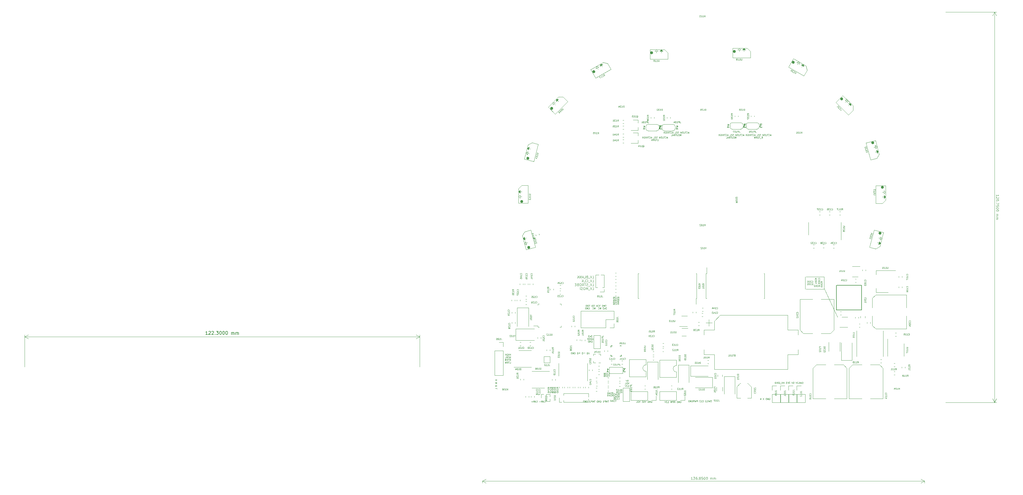
<source format=gbo>
G04 #@! TF.GenerationSoftware,KiCad,Pcbnew,(5.99.0-3329-ga80190e20)*
G04 #@! TF.CreationDate,2020-09-20T16:31:59-04:00*
G04 #@! TF.ProjectId,MotorcycleSpeedo,4d6f746f-7263-4796-936c-655370656564,rev?*
G04 #@! TF.SameCoordinates,Original*
G04 #@! TF.FileFunction,Legend,Bot*
G04 #@! TF.FilePolarity,Positive*
%FSLAX46Y46*%
G04 Gerber Fmt 4.6, Leading zero omitted, Abs format (unit mm)*
G04 Created by KiCad (PCBNEW (5.99.0-3329-ga80190e20)) date 2020-09-20 16:31:59*
%MOMM*%
%LPD*%
G01*
G04 APERTURE LIST*
%ADD10C,0.125000*%
%ADD11C,0.120000*%
%ADD12C,0.100000*%
%ADD13C,0.150000*%
%ADD14C,0.080000*%
%ADD15C,0.500000*%
G04 APERTURE END LIST*
D10*
X234438095Y-174750000D02*
X234485714Y-174726190D01*
X234557142Y-174726190D01*
X234628571Y-174750000D01*
X234676190Y-174797619D01*
X234700000Y-174845238D01*
X234723809Y-174940476D01*
X234723809Y-175011904D01*
X234700000Y-175107142D01*
X234676190Y-175154761D01*
X234628571Y-175202380D01*
X234557142Y-175226190D01*
X234509523Y-175226190D01*
X234438095Y-175202380D01*
X234414285Y-175178571D01*
X234414285Y-175011904D01*
X234509523Y-175011904D01*
X234200000Y-175226190D02*
X234200000Y-174726190D01*
X233914285Y-175226190D01*
X233914285Y-174726190D01*
X233676190Y-175226190D02*
X233676190Y-174726190D01*
X233557142Y-174726190D01*
X233485714Y-174750000D01*
X233438095Y-174797619D01*
X233414285Y-174845238D01*
X233390476Y-174940476D01*
X233390476Y-175011904D01*
X233414285Y-175107142D01*
X233438095Y-175154761D01*
X233485714Y-175202380D01*
X233557142Y-175226190D01*
X233676190Y-175226190D01*
X232842857Y-174726190D02*
X232509523Y-175226190D01*
X232509523Y-174726190D02*
X232842857Y-175226190D01*
X231723809Y-174892857D02*
X231723809Y-175226190D01*
X231842857Y-174702380D02*
X231961904Y-175059523D01*
X231652380Y-175059523D01*
D11*
X251460000Y-140716000D02*
X255600000Y-149600000D01*
X245872000Y-140970000D02*
X251460000Y-140970000D01*
X251460000Y-140716000D02*
X251460000Y-137160000D01*
X251460000Y-137160000D02*
X245872000Y-137160000D01*
X245618000Y-137160000D02*
X245618000Y-140970000D01*
D10*
X244969047Y-170202380D02*
X244897619Y-170226190D01*
X244778571Y-170226190D01*
X244730952Y-170202380D01*
X244707142Y-170178571D01*
X244683333Y-170130952D01*
X244683333Y-170083333D01*
X244707142Y-170035714D01*
X244730952Y-170011904D01*
X244778571Y-169988095D01*
X244873809Y-169964285D01*
X244921428Y-169940476D01*
X244945238Y-169916666D01*
X244969047Y-169869047D01*
X244969047Y-169821428D01*
X244945238Y-169773809D01*
X244921428Y-169750000D01*
X244873809Y-169726190D01*
X244754761Y-169726190D01*
X244683333Y-169750000D01*
X244516666Y-169726190D02*
X244397619Y-170226190D01*
X244302380Y-169869047D01*
X244207142Y-170226190D01*
X244088095Y-169726190D01*
X243635714Y-170226190D02*
X243921428Y-170226190D01*
X243778571Y-170226190D02*
X243778571Y-169726190D01*
X243826190Y-169797619D01*
X243873809Y-169845238D01*
X243921428Y-169869047D01*
X243445238Y-169773809D02*
X243421428Y-169750000D01*
X243373809Y-169726190D01*
X243254761Y-169726190D01*
X243207142Y-169750000D01*
X243183333Y-169773809D01*
X243159523Y-169821428D01*
X243159523Y-169869047D01*
X243183333Y-169940476D01*
X243469047Y-170226190D01*
X243159523Y-170226190D01*
X243016666Y-169726190D02*
X242850000Y-170226190D01*
X242683333Y-169726190D01*
X241897619Y-169726190D02*
X242135714Y-169726190D01*
X242159523Y-169964285D01*
X242135714Y-169940476D01*
X242088095Y-169916666D01*
X241969047Y-169916666D01*
X241921428Y-169940476D01*
X241897619Y-169964285D01*
X241873809Y-170011904D01*
X241873809Y-170130952D01*
X241897619Y-170178571D01*
X241921428Y-170202380D01*
X241969047Y-170226190D01*
X242088095Y-170226190D01*
X242135714Y-170202380D01*
X242159523Y-170178571D01*
X241730952Y-169726190D02*
X241564285Y-170226190D01*
X241397619Y-169726190D01*
X240897619Y-169726190D02*
X240588095Y-169726190D01*
X240754761Y-169916666D01*
X240683333Y-169916666D01*
X240635714Y-169940476D01*
X240611904Y-169964285D01*
X240588095Y-170011904D01*
X240588095Y-170130952D01*
X240611904Y-170178571D01*
X240635714Y-170202380D01*
X240683333Y-170226190D01*
X240826190Y-170226190D01*
X240873809Y-170202380D01*
X240897619Y-170178571D01*
X240445238Y-169726190D02*
X240278571Y-170226190D01*
X240111904Y-169726190D01*
X239992857Y-169726190D02*
X239683333Y-169726190D01*
X239850000Y-169916666D01*
X239778571Y-169916666D01*
X239730952Y-169940476D01*
X239707142Y-169964285D01*
X239683333Y-170011904D01*
X239683333Y-170130952D01*
X239707142Y-170178571D01*
X239730952Y-170202380D01*
X239778571Y-170226190D01*
X239921428Y-170226190D01*
X239969047Y-170202380D01*
X239992857Y-170178571D01*
X239088095Y-170226190D02*
X239088095Y-169726190D01*
X239088095Y-169964285D02*
X238802380Y-169964285D01*
X238802380Y-170226190D02*
X238802380Y-169726190D01*
X238635714Y-169726190D02*
X238469047Y-170226190D01*
X238302380Y-169726190D01*
X238254761Y-170273809D02*
X237873809Y-170273809D01*
X237492857Y-169750000D02*
X237540476Y-169726190D01*
X237611904Y-169726190D01*
X237683333Y-169750000D01*
X237730952Y-169797619D01*
X237754761Y-169845238D01*
X237778571Y-169940476D01*
X237778571Y-170011904D01*
X237754761Y-170107142D01*
X237730952Y-170154761D01*
X237683333Y-170202380D01*
X237611904Y-170226190D01*
X237564285Y-170226190D01*
X237492857Y-170202380D01*
X237469047Y-170178571D01*
X237469047Y-170011904D01*
X237564285Y-170011904D01*
X236969047Y-170226190D02*
X237135714Y-169988095D01*
X237254761Y-170226190D02*
X237254761Y-169726190D01*
X237064285Y-169726190D01*
X237016666Y-169750000D01*
X236992857Y-169773809D01*
X236969047Y-169821428D01*
X236969047Y-169892857D01*
X236992857Y-169940476D01*
X237016666Y-169964285D01*
X237064285Y-169988095D01*
X237254761Y-169988095D01*
X236754761Y-170226190D02*
X236754761Y-169726190D01*
X236516666Y-170226190D02*
X236516666Y-169726190D01*
X236397619Y-169726190D01*
X236326190Y-169750000D01*
X236278571Y-169797619D01*
X236254761Y-169845238D01*
X236230952Y-169940476D01*
X236230952Y-170011904D01*
X236254761Y-170107142D01*
X236278571Y-170154761D01*
X236326190Y-170202380D01*
X236397619Y-170226190D01*
X236516666Y-170226190D01*
D12*
X179695238Y-155321190D02*
X179385714Y-155321190D01*
X179552380Y-155511666D01*
X179480952Y-155511666D01*
X179433333Y-155535476D01*
X179409523Y-155559285D01*
X179385714Y-155606904D01*
X179385714Y-155725952D01*
X179409523Y-155773571D01*
X179433333Y-155797380D01*
X179480952Y-155821190D01*
X179623809Y-155821190D01*
X179671428Y-155797380D01*
X179695238Y-155773571D01*
X179219047Y-155487857D02*
X179100000Y-155821190D01*
X178980952Y-155487857D01*
X178838095Y-155321190D02*
X178528571Y-155321190D01*
X178695238Y-155511666D01*
X178623809Y-155511666D01*
X178576190Y-155535476D01*
X178552380Y-155559285D01*
X178528571Y-155606904D01*
X178528571Y-155725952D01*
X178552380Y-155773571D01*
X178576190Y-155797380D01*
X178623809Y-155821190D01*
X178766666Y-155821190D01*
X178814285Y-155797380D01*
X178838095Y-155773571D01*
X179969047Y-156483333D02*
X179730952Y-156483333D01*
X180016666Y-156626190D02*
X179850000Y-156126190D01*
X179683333Y-156626190D01*
X179516666Y-156626190D02*
X179516666Y-156126190D01*
X179397619Y-156126190D01*
X179326190Y-156150000D01*
X179278571Y-156197619D01*
X179254761Y-156245238D01*
X179230952Y-156340476D01*
X179230952Y-156411904D01*
X179254761Y-156507142D01*
X179278571Y-156554761D01*
X179326190Y-156602380D01*
X179397619Y-156626190D01*
X179516666Y-156626190D01*
X179016666Y-156626190D02*
X179016666Y-156126190D01*
X178897619Y-156126190D01*
X178826190Y-156150000D01*
X178778571Y-156197619D01*
X178754761Y-156245238D01*
X178730952Y-156340476D01*
X178730952Y-156411904D01*
X178754761Y-156507142D01*
X178778571Y-156554761D01*
X178826190Y-156602380D01*
X178897619Y-156626190D01*
X179016666Y-156626190D01*
X178230952Y-156626190D02*
X178397619Y-156388095D01*
X178516666Y-156626190D02*
X178516666Y-156126190D01*
X178326190Y-156126190D01*
X178278571Y-156150000D01*
X178254761Y-156173809D01*
X178230952Y-156221428D01*
X178230952Y-156292857D01*
X178254761Y-156340476D01*
X178278571Y-156364285D01*
X178326190Y-156388095D01*
X178516666Y-156388095D01*
X179480952Y-156955000D02*
X179528571Y-156931190D01*
X179600000Y-156931190D01*
X179671428Y-156955000D01*
X179719047Y-157002619D01*
X179742857Y-157050238D01*
X179766666Y-157145476D01*
X179766666Y-157216904D01*
X179742857Y-157312142D01*
X179719047Y-157359761D01*
X179671428Y-157407380D01*
X179600000Y-157431190D01*
X179552380Y-157431190D01*
X179480952Y-157407380D01*
X179457142Y-157383571D01*
X179457142Y-157216904D01*
X179552380Y-157216904D01*
X179242857Y-157431190D02*
X179242857Y-156931190D01*
X178957142Y-157431190D01*
X178957142Y-156931190D01*
X178719047Y-157431190D02*
X178719047Y-156931190D01*
X178600000Y-156931190D01*
X178528571Y-156955000D01*
X178480952Y-157002619D01*
X178457142Y-157050238D01*
X178433333Y-157145476D01*
X178433333Y-157216904D01*
X178457142Y-157312142D01*
X178480952Y-157359761D01*
X178528571Y-157407380D01*
X178600000Y-157431190D01*
X178719047Y-157431190D01*
X197930952Y-175600000D02*
X197978571Y-175576190D01*
X198050000Y-175576190D01*
X198121428Y-175600000D01*
X198169047Y-175647619D01*
X198192857Y-175695238D01*
X198216666Y-175790476D01*
X198216666Y-175861904D01*
X198192857Y-175957142D01*
X198169047Y-176004761D01*
X198121428Y-176052380D01*
X198050000Y-176076190D01*
X198002380Y-176076190D01*
X197930952Y-176052380D01*
X197907142Y-176028571D01*
X197907142Y-175861904D01*
X198002380Y-175861904D01*
X197692857Y-176076190D02*
X197692857Y-175576190D01*
X197407142Y-176076190D01*
X197407142Y-175576190D01*
X197169047Y-176076190D02*
X197169047Y-175576190D01*
X197050000Y-175576190D01*
X196978571Y-175600000D01*
X196930952Y-175647619D01*
X196907142Y-175695238D01*
X196883333Y-175790476D01*
X196883333Y-175861904D01*
X196907142Y-175957142D01*
X196930952Y-176004761D01*
X196978571Y-176052380D01*
X197050000Y-176076190D01*
X197169047Y-176076190D01*
X196359523Y-175576190D02*
X196192857Y-176076190D01*
X196026190Y-175576190D01*
X195883333Y-176052380D02*
X195811904Y-176076190D01*
X195692857Y-176076190D01*
X195645238Y-176052380D01*
X195621428Y-176028571D01*
X195597619Y-175980952D01*
X195597619Y-175933333D01*
X195621428Y-175885714D01*
X195645238Y-175861904D01*
X195692857Y-175838095D01*
X195788095Y-175814285D01*
X195835714Y-175790476D01*
X195859523Y-175766666D01*
X195883333Y-175719047D01*
X195883333Y-175671428D01*
X195859523Y-175623809D01*
X195835714Y-175600000D01*
X195788095Y-175576190D01*
X195669047Y-175576190D01*
X195597619Y-175600000D01*
X195407142Y-176052380D02*
X195335714Y-176076190D01*
X195216666Y-176076190D01*
X195169047Y-176052380D01*
X195145238Y-176028571D01*
X195121428Y-175980952D01*
X195121428Y-175933333D01*
X195145238Y-175885714D01*
X195169047Y-175861904D01*
X195216666Y-175838095D01*
X195311904Y-175814285D01*
X195359523Y-175790476D01*
X195383333Y-175766666D01*
X195407142Y-175719047D01*
X195407142Y-175671428D01*
X195383333Y-175623809D01*
X195359523Y-175600000D01*
X195311904Y-175576190D01*
X195192857Y-175576190D01*
X195121428Y-175600000D01*
X194597619Y-175576190D02*
X194430952Y-176076190D01*
X194264285Y-175576190D01*
X194002380Y-175576190D02*
X193907142Y-175576190D01*
X193859523Y-175600000D01*
X193811904Y-175647619D01*
X193788095Y-175742857D01*
X193788095Y-175909523D01*
X193811904Y-176004761D01*
X193859523Y-176052380D01*
X193907142Y-176076190D01*
X194002380Y-176076190D01*
X194050000Y-176052380D01*
X194097619Y-176004761D01*
X194121428Y-175909523D01*
X194121428Y-175742857D01*
X194097619Y-175647619D01*
X194050000Y-175600000D01*
X194002380Y-175576190D01*
X193335714Y-176076190D02*
X193573809Y-176076190D01*
X193573809Y-175576190D01*
D10*
X226662761Y-93406833D02*
X226424666Y-93406833D01*
X226710380Y-93549690D02*
X226543714Y-93049690D01*
X226377047Y-93549690D01*
X225924666Y-93502071D02*
X225948476Y-93525880D01*
X226019904Y-93549690D01*
X226067523Y-93549690D01*
X226138952Y-93525880D01*
X226186571Y-93478261D01*
X226210380Y-93430642D01*
X226234190Y-93335404D01*
X226234190Y-93263976D01*
X226210380Y-93168738D01*
X226186571Y-93121119D01*
X226138952Y-93073500D01*
X226067523Y-93049690D01*
X226019904Y-93049690D01*
X225948476Y-93073500D01*
X225924666Y-93097309D01*
X225781809Y-93049690D02*
X225496095Y-93049690D01*
X225638952Y-93549690D02*
X225638952Y-93049690D01*
X225091333Y-93549690D02*
X225329428Y-93549690D01*
X225329428Y-93049690D01*
X224829428Y-93049690D02*
X224734190Y-93049690D01*
X224686571Y-93073500D01*
X224638952Y-93121119D01*
X224615142Y-93216357D01*
X224615142Y-93383023D01*
X224638952Y-93478261D01*
X224686571Y-93525880D01*
X224734190Y-93549690D01*
X224829428Y-93549690D01*
X224877047Y-93525880D01*
X224924666Y-93478261D01*
X224948476Y-93383023D01*
X224948476Y-93216357D01*
X224924666Y-93121119D01*
X224877047Y-93073500D01*
X224829428Y-93049690D01*
X224448476Y-93049690D02*
X224329428Y-93549690D01*
X224234190Y-93192547D01*
X224138952Y-93549690D01*
X224019904Y-93049690D01*
X223472285Y-93525880D02*
X223400857Y-93549690D01*
X223281809Y-93549690D01*
X223234190Y-93525880D01*
X223210380Y-93502071D01*
X223186571Y-93454452D01*
X223186571Y-93406833D01*
X223210380Y-93359214D01*
X223234190Y-93335404D01*
X223281809Y-93311595D01*
X223377047Y-93287785D01*
X223424666Y-93263976D01*
X223448476Y-93240166D01*
X223472285Y-93192547D01*
X223472285Y-93144928D01*
X223448476Y-93097309D01*
X223424666Y-93073500D01*
X223377047Y-93049690D01*
X223258000Y-93049690D01*
X223186571Y-93073500D01*
X222972285Y-93287785D02*
X222805619Y-93287785D01*
X222734190Y-93549690D02*
X222972285Y-93549690D01*
X222972285Y-93049690D01*
X222734190Y-93049690D01*
X222281809Y-93549690D02*
X222519904Y-93549690D01*
X222519904Y-93049690D01*
X221758000Y-93406833D02*
X221519904Y-93406833D01*
X221805619Y-93549690D02*
X221638952Y-93049690D01*
X221472285Y-93549690D01*
X221019904Y-93502071D02*
X221043714Y-93525880D01*
X221115142Y-93549690D01*
X221162761Y-93549690D01*
X221234190Y-93525880D01*
X221281809Y-93478261D01*
X221305619Y-93430642D01*
X221329428Y-93335404D01*
X221329428Y-93263976D01*
X221305619Y-93168738D01*
X221281809Y-93121119D01*
X221234190Y-93073500D01*
X221162761Y-93049690D01*
X221115142Y-93049690D01*
X221043714Y-93073500D01*
X221019904Y-93097309D01*
X220877047Y-93049690D02*
X220591333Y-93049690D01*
X220734190Y-93549690D02*
X220734190Y-93049690D01*
X220424666Y-93549690D02*
X220424666Y-93049690D01*
X220424666Y-93287785D02*
X220138952Y-93287785D01*
X220138952Y-93549690D02*
X220138952Y-93049690D01*
X219900857Y-93549690D02*
X219900857Y-93049690D01*
X219400857Y-93073500D02*
X219448476Y-93049690D01*
X219519904Y-93049690D01*
X219591333Y-93073500D01*
X219638952Y-93121119D01*
X219662761Y-93168738D01*
X219686571Y-93263976D01*
X219686571Y-93335404D01*
X219662761Y-93430642D01*
X219638952Y-93478261D01*
X219591333Y-93525880D01*
X219519904Y-93549690D01*
X219472285Y-93549690D01*
X219400857Y-93525880D01*
X219377047Y-93502071D01*
X219377047Y-93335404D01*
X219472285Y-93335404D01*
X219162761Y-93549690D02*
X219162761Y-93049690D01*
X219162761Y-93287785D02*
X218877047Y-93287785D01*
X218877047Y-93549690D02*
X218877047Y-93049690D01*
X224246095Y-94354690D02*
X224246095Y-93854690D01*
X223960380Y-94354690D01*
X223960380Y-93854690D01*
X223722285Y-94092785D02*
X223555619Y-94092785D01*
X223484190Y-94354690D02*
X223722285Y-94354690D01*
X223722285Y-93854690D01*
X223484190Y-93854690D01*
X223269904Y-93854690D02*
X223269904Y-94259452D01*
X223246095Y-94307071D01*
X223222285Y-94330880D01*
X223174666Y-94354690D01*
X223079428Y-94354690D01*
X223031809Y-94330880D01*
X223008000Y-94307071D01*
X222984190Y-94259452D01*
X222984190Y-93854690D01*
X222817523Y-93854690D02*
X222531809Y-93854690D01*
X222674666Y-94354690D02*
X222674666Y-93854690D01*
X222079428Y-94354690D02*
X222246095Y-94116595D01*
X222365142Y-94354690D02*
X222365142Y-93854690D01*
X222174666Y-93854690D01*
X222127047Y-93878500D01*
X222103238Y-93902309D01*
X222079428Y-93949928D01*
X222079428Y-94021357D01*
X222103238Y-94068976D01*
X222127047Y-94092785D01*
X222174666Y-94116595D01*
X222365142Y-94116595D01*
X221888952Y-94211833D02*
X221650857Y-94211833D01*
X221936571Y-94354690D02*
X221769904Y-93854690D01*
X221603238Y-94354690D01*
X221198476Y-94354690D02*
X221436571Y-94354690D01*
X221436571Y-93854690D01*
X209644761Y-92644833D02*
X209406666Y-92644833D01*
X209692380Y-92787690D02*
X209525714Y-92287690D01*
X209359047Y-92787690D01*
X208906666Y-92740071D02*
X208930476Y-92763880D01*
X209001904Y-92787690D01*
X209049523Y-92787690D01*
X209120952Y-92763880D01*
X209168571Y-92716261D01*
X209192380Y-92668642D01*
X209216190Y-92573404D01*
X209216190Y-92501976D01*
X209192380Y-92406738D01*
X209168571Y-92359119D01*
X209120952Y-92311500D01*
X209049523Y-92287690D01*
X209001904Y-92287690D01*
X208930476Y-92311500D01*
X208906666Y-92335309D01*
X208763809Y-92287690D02*
X208478095Y-92287690D01*
X208620952Y-92787690D02*
X208620952Y-92287690D01*
X208073333Y-92787690D02*
X208311428Y-92787690D01*
X208311428Y-92287690D01*
X207811428Y-92287690D02*
X207716190Y-92287690D01*
X207668571Y-92311500D01*
X207620952Y-92359119D01*
X207597142Y-92454357D01*
X207597142Y-92621023D01*
X207620952Y-92716261D01*
X207668571Y-92763880D01*
X207716190Y-92787690D01*
X207811428Y-92787690D01*
X207859047Y-92763880D01*
X207906666Y-92716261D01*
X207930476Y-92621023D01*
X207930476Y-92454357D01*
X207906666Y-92359119D01*
X207859047Y-92311500D01*
X207811428Y-92287690D01*
X207430476Y-92287690D02*
X207311428Y-92787690D01*
X207216190Y-92430547D01*
X207120952Y-92787690D01*
X207001904Y-92287690D01*
X206454285Y-92763880D02*
X206382857Y-92787690D01*
X206263809Y-92787690D01*
X206216190Y-92763880D01*
X206192380Y-92740071D01*
X206168571Y-92692452D01*
X206168571Y-92644833D01*
X206192380Y-92597214D01*
X206216190Y-92573404D01*
X206263809Y-92549595D01*
X206359047Y-92525785D01*
X206406666Y-92501976D01*
X206430476Y-92478166D01*
X206454285Y-92430547D01*
X206454285Y-92382928D01*
X206430476Y-92335309D01*
X206406666Y-92311500D01*
X206359047Y-92287690D01*
X206240000Y-92287690D01*
X206168571Y-92311500D01*
X205954285Y-92525785D02*
X205787619Y-92525785D01*
X205716190Y-92787690D02*
X205954285Y-92787690D01*
X205954285Y-92287690D01*
X205716190Y-92287690D01*
X205263809Y-92787690D02*
X205501904Y-92787690D01*
X205501904Y-92287690D01*
X204740000Y-92644833D02*
X204501904Y-92644833D01*
X204787619Y-92787690D02*
X204620952Y-92287690D01*
X204454285Y-92787690D01*
X204001904Y-92740071D02*
X204025714Y-92763880D01*
X204097142Y-92787690D01*
X204144761Y-92787690D01*
X204216190Y-92763880D01*
X204263809Y-92716261D01*
X204287619Y-92668642D01*
X204311428Y-92573404D01*
X204311428Y-92501976D01*
X204287619Y-92406738D01*
X204263809Y-92359119D01*
X204216190Y-92311500D01*
X204144761Y-92287690D01*
X204097142Y-92287690D01*
X204025714Y-92311500D01*
X204001904Y-92335309D01*
X203859047Y-92287690D02*
X203573333Y-92287690D01*
X203716190Y-92787690D02*
X203716190Y-92287690D01*
X203406666Y-92787690D02*
X203406666Y-92287690D01*
X203406666Y-92525785D02*
X203120952Y-92525785D01*
X203120952Y-92787690D02*
X203120952Y-92287690D01*
X202882857Y-92787690D02*
X202882857Y-92287690D01*
X202382857Y-92311500D02*
X202430476Y-92287690D01*
X202501904Y-92287690D01*
X202573333Y-92311500D01*
X202620952Y-92359119D01*
X202644761Y-92406738D01*
X202668571Y-92501976D01*
X202668571Y-92573404D01*
X202644761Y-92668642D01*
X202620952Y-92716261D01*
X202573333Y-92763880D01*
X202501904Y-92787690D01*
X202454285Y-92787690D01*
X202382857Y-92763880D01*
X202359047Y-92740071D01*
X202359047Y-92573404D01*
X202454285Y-92573404D01*
X202144761Y-92787690D02*
X202144761Y-92287690D01*
X202144761Y-92525785D02*
X201859047Y-92525785D01*
X201859047Y-92787690D02*
X201859047Y-92287690D01*
X207228095Y-93592690D02*
X207228095Y-93092690D01*
X206942380Y-93592690D01*
X206942380Y-93092690D01*
X206704285Y-93330785D02*
X206537619Y-93330785D01*
X206466190Y-93592690D02*
X206704285Y-93592690D01*
X206704285Y-93092690D01*
X206466190Y-93092690D01*
X206251904Y-93092690D02*
X206251904Y-93497452D01*
X206228095Y-93545071D01*
X206204285Y-93568880D01*
X206156666Y-93592690D01*
X206061428Y-93592690D01*
X206013809Y-93568880D01*
X205990000Y-93545071D01*
X205966190Y-93497452D01*
X205966190Y-93092690D01*
X205799523Y-93092690D02*
X205513809Y-93092690D01*
X205656666Y-93592690D02*
X205656666Y-93092690D01*
X205061428Y-93592690D02*
X205228095Y-93354595D01*
X205347142Y-93592690D02*
X205347142Y-93092690D01*
X205156666Y-93092690D01*
X205109047Y-93116500D01*
X205085238Y-93140309D01*
X205061428Y-93187928D01*
X205061428Y-93259357D01*
X205085238Y-93306976D01*
X205109047Y-93330785D01*
X205156666Y-93354595D01*
X205347142Y-93354595D01*
X204870952Y-93449833D02*
X204632857Y-93449833D01*
X204918571Y-93592690D02*
X204751904Y-93092690D01*
X204585238Y-93592690D01*
X204180476Y-93592690D02*
X204418571Y-93592690D01*
X204418571Y-93092690D01*
X164925142Y-175946571D02*
X164948952Y-175970380D01*
X165020380Y-175994190D01*
X165068000Y-175994190D01*
X165139428Y-175970380D01*
X165187047Y-175922761D01*
X165210857Y-175875142D01*
X165234666Y-175779904D01*
X165234666Y-175708476D01*
X165210857Y-175613238D01*
X165187047Y-175565619D01*
X165139428Y-175518000D01*
X165068000Y-175494190D01*
X165020380Y-175494190D01*
X164948952Y-175518000D01*
X164925142Y-175541809D01*
X164734666Y-175851333D02*
X164496571Y-175851333D01*
X164782285Y-175994190D02*
X164615619Y-175494190D01*
X164448952Y-175994190D01*
X164282285Y-175994190D02*
X164282285Y-175494190D01*
X163996571Y-175994190D01*
X163996571Y-175494190D01*
X163758476Y-175803714D02*
X163377523Y-175803714D01*
X162472761Y-175946571D02*
X162496571Y-175970380D01*
X162568000Y-175994190D01*
X162615619Y-175994190D01*
X162687047Y-175970380D01*
X162734666Y-175922761D01*
X162758476Y-175875142D01*
X162782285Y-175779904D01*
X162782285Y-175708476D01*
X162758476Y-175613238D01*
X162734666Y-175565619D01*
X162687047Y-175518000D01*
X162615619Y-175494190D01*
X162568000Y-175494190D01*
X162496571Y-175518000D01*
X162472761Y-175541809D01*
X162282285Y-175851333D02*
X162044190Y-175851333D01*
X162329904Y-175994190D02*
X162163238Y-175494190D01*
X161996571Y-175994190D01*
X161829904Y-175994190D02*
X161829904Y-175494190D01*
X161544190Y-175994190D01*
X161544190Y-175494190D01*
X161306095Y-175803714D02*
X160925142Y-175803714D01*
X161115619Y-175994190D02*
X161115619Y-175613238D01*
D12*
X184824190Y-175494190D02*
X184538476Y-175494190D01*
X184681333Y-175994190D02*
X184681333Y-175494190D01*
X184371809Y-175994190D02*
X184371809Y-175494190D01*
X184205142Y-175851333D01*
X184038476Y-175494190D01*
X184038476Y-175994190D01*
X183800380Y-175994190D02*
X183800380Y-175494190D01*
X183609904Y-175494190D01*
X183562285Y-175518000D01*
X183538476Y-175541809D01*
X183514666Y-175589428D01*
X183514666Y-175660857D01*
X183538476Y-175708476D01*
X183562285Y-175732285D01*
X183609904Y-175756095D01*
X183800380Y-175756095D01*
X183038476Y-175994190D02*
X183324190Y-175994190D01*
X183181333Y-175994190D02*
X183181333Y-175494190D01*
X183228952Y-175565619D01*
X183276571Y-175613238D01*
X183324190Y-175637047D01*
X182181333Y-175518000D02*
X182228952Y-175494190D01*
X182300380Y-175494190D01*
X182371809Y-175518000D01*
X182419428Y-175565619D01*
X182443238Y-175613238D01*
X182467047Y-175708476D01*
X182467047Y-175779904D01*
X182443238Y-175875142D01*
X182419428Y-175922761D01*
X182371809Y-175970380D01*
X182300380Y-175994190D01*
X182252761Y-175994190D01*
X182181333Y-175970380D01*
X182157523Y-175946571D01*
X182157523Y-175779904D01*
X182252761Y-175779904D01*
X181943238Y-175994190D02*
X181943238Y-175494190D01*
X181657523Y-175994190D01*
X181657523Y-175494190D01*
X181419428Y-175994190D02*
X181419428Y-175494190D01*
X181300380Y-175494190D01*
X181228952Y-175518000D01*
X181181333Y-175565619D01*
X181157523Y-175613238D01*
X181133714Y-175708476D01*
X181133714Y-175779904D01*
X181157523Y-175875142D01*
X181181333Y-175922761D01*
X181228952Y-175970380D01*
X181300380Y-175994190D01*
X181419428Y-175994190D01*
X180609904Y-175494190D02*
X180324190Y-175494190D01*
X180467047Y-175994190D02*
X180467047Y-175494190D01*
X180157523Y-175994190D02*
X180157523Y-175494190D01*
X179990857Y-175851333D01*
X179824190Y-175494190D01*
X179824190Y-175994190D01*
X179586095Y-175994190D02*
X179586095Y-175494190D01*
X179395619Y-175494190D01*
X179348000Y-175518000D01*
X179324190Y-175541809D01*
X179300380Y-175589428D01*
X179300380Y-175660857D01*
X179324190Y-175708476D01*
X179348000Y-175732285D01*
X179395619Y-175756095D01*
X179586095Y-175756095D01*
X179109904Y-175541809D02*
X179086095Y-175518000D01*
X179038476Y-175494190D01*
X178919428Y-175494190D01*
X178871809Y-175518000D01*
X178848000Y-175541809D01*
X178824190Y-175589428D01*
X178824190Y-175637047D01*
X178848000Y-175708476D01*
X179133714Y-175994190D01*
X178824190Y-175994190D01*
X177967047Y-175518000D02*
X178014666Y-175494190D01*
X178086095Y-175494190D01*
X178157523Y-175518000D01*
X178205142Y-175565619D01*
X178228952Y-175613238D01*
X178252761Y-175708476D01*
X178252761Y-175779904D01*
X178228952Y-175875142D01*
X178205142Y-175922761D01*
X178157523Y-175970380D01*
X178086095Y-175994190D01*
X178038476Y-175994190D01*
X177967047Y-175970380D01*
X177943238Y-175946571D01*
X177943238Y-175779904D01*
X178038476Y-175779904D01*
X177728952Y-175994190D02*
X177728952Y-175494190D01*
X177443238Y-175994190D01*
X177443238Y-175494190D01*
X177205142Y-175994190D02*
X177205142Y-175494190D01*
X177086095Y-175494190D01*
X177014666Y-175518000D01*
X176967047Y-175565619D01*
X176943238Y-175613238D01*
X176919428Y-175708476D01*
X176919428Y-175779904D01*
X176943238Y-175875142D01*
X176967047Y-175922761D01*
X177014666Y-175970380D01*
X177086095Y-175994190D01*
X177205142Y-175994190D01*
X190595238Y-169071190D02*
X190833333Y-169071190D01*
X190857142Y-169309285D01*
X190833333Y-169285476D01*
X190785714Y-169261666D01*
X190666666Y-169261666D01*
X190619047Y-169285476D01*
X190595238Y-169309285D01*
X190571428Y-169356904D01*
X190571428Y-169475952D01*
X190595238Y-169523571D01*
X190619047Y-169547380D01*
X190666666Y-169571190D01*
X190785714Y-169571190D01*
X190833333Y-169547380D01*
X190857142Y-169523571D01*
X190428571Y-169071190D02*
X190261904Y-169571190D01*
X190095238Y-169071190D01*
X191130952Y-169876190D02*
X190964285Y-170376190D01*
X190797619Y-169876190D01*
X190535714Y-169876190D02*
X190440476Y-169876190D01*
X190392857Y-169900000D01*
X190345238Y-169947619D01*
X190321428Y-170042857D01*
X190321428Y-170209523D01*
X190345238Y-170304761D01*
X190392857Y-170352380D01*
X190440476Y-170376190D01*
X190535714Y-170376190D01*
X190583333Y-170352380D01*
X190630952Y-170304761D01*
X190654761Y-170209523D01*
X190654761Y-170042857D01*
X190630952Y-169947619D01*
X190583333Y-169900000D01*
X190535714Y-169876190D01*
X189869047Y-170376190D02*
X190107142Y-170376190D01*
X190107142Y-169876190D01*
X190809523Y-171181190D02*
X191095238Y-171181190D01*
X190952380Y-171181190D02*
X190952380Y-170681190D01*
X191000000Y-170752619D01*
X191047619Y-170800238D01*
X191095238Y-170824047D01*
X190619047Y-170728809D02*
X190595238Y-170705000D01*
X190547619Y-170681190D01*
X190428571Y-170681190D01*
X190380952Y-170705000D01*
X190357142Y-170728809D01*
X190333333Y-170776428D01*
X190333333Y-170824047D01*
X190357142Y-170895476D01*
X190642857Y-171181190D01*
X190333333Y-171181190D01*
X190190476Y-170681190D02*
X190023809Y-171181190D01*
X189857142Y-170681190D01*
X184038476Y-145881690D02*
X183752761Y-145881690D01*
X183895619Y-146381690D02*
X183895619Y-145881690D01*
X183586095Y-146381690D02*
X183586095Y-145881690D01*
X183419428Y-146238833D01*
X183252761Y-145881690D01*
X183252761Y-146381690D01*
X183038476Y-146357880D02*
X182967047Y-146381690D01*
X182848000Y-146381690D01*
X182800380Y-146357880D01*
X182776571Y-146334071D01*
X182752761Y-146286452D01*
X182752761Y-146238833D01*
X182776571Y-146191214D01*
X182800380Y-146167404D01*
X182848000Y-146143595D01*
X182943238Y-146119785D01*
X182990857Y-146095976D01*
X183014666Y-146072166D01*
X183038476Y-146024547D01*
X183038476Y-145976928D01*
X183014666Y-145929309D01*
X182990857Y-145905500D01*
X182943238Y-145881690D01*
X182824190Y-145881690D01*
X182752761Y-145905500D01*
X182228952Y-145881690D02*
X181943238Y-145881690D01*
X182086095Y-146381690D02*
X182086095Y-145881690D01*
X181490857Y-146334071D02*
X181514666Y-146357880D01*
X181586095Y-146381690D01*
X181633714Y-146381690D01*
X181705142Y-146357880D01*
X181752761Y-146310261D01*
X181776571Y-146262642D01*
X181800380Y-146167404D01*
X181800380Y-146095976D01*
X181776571Y-146000738D01*
X181752761Y-145953119D01*
X181705142Y-145905500D01*
X181633714Y-145881690D01*
X181586095Y-145881690D01*
X181514666Y-145905500D01*
X181490857Y-145929309D01*
X181276571Y-146381690D02*
X181276571Y-145881690D01*
X180990857Y-146381690D02*
X181205142Y-146095976D01*
X180990857Y-145881690D02*
X181276571Y-146167404D01*
X180467047Y-145881690D02*
X180181333Y-145881690D01*
X180324190Y-146381690D02*
X180324190Y-145881690D01*
X180014666Y-146381690D02*
X180014666Y-145881690D01*
X179895619Y-145881690D01*
X179824190Y-145905500D01*
X179776571Y-145953119D01*
X179752761Y-146000738D01*
X179728952Y-146095976D01*
X179728952Y-146167404D01*
X179752761Y-146262642D01*
X179776571Y-146310261D01*
X179824190Y-146357880D01*
X179895619Y-146381690D01*
X180014666Y-146381690D01*
X179514666Y-146381690D02*
X179514666Y-145881690D01*
X178967047Y-145881690D02*
X178681333Y-145881690D01*
X178824190Y-146381690D02*
X178824190Y-145881690D01*
X178514666Y-146381690D02*
X178514666Y-145881690D01*
X178395619Y-145881690D01*
X178324190Y-145905500D01*
X178276571Y-145953119D01*
X178252761Y-146000738D01*
X178228952Y-146095976D01*
X178228952Y-146167404D01*
X178252761Y-146262642D01*
X178276571Y-146310261D01*
X178324190Y-146357880D01*
X178395619Y-146381690D01*
X178514666Y-146381690D01*
X177919428Y-145881690D02*
X177824190Y-145881690D01*
X177776571Y-145905500D01*
X177728952Y-145953119D01*
X177705142Y-146048357D01*
X177705142Y-146215023D01*
X177728952Y-146310261D01*
X177776571Y-146357880D01*
X177824190Y-146381690D01*
X177919428Y-146381690D01*
X177967047Y-146357880D01*
X178014666Y-146310261D01*
X178038476Y-146215023D01*
X178038476Y-146048357D01*
X178014666Y-145953119D01*
X177967047Y-145905500D01*
X177919428Y-145881690D01*
X184181333Y-146686690D02*
X183871809Y-146686690D01*
X184038476Y-146877166D01*
X183967047Y-146877166D01*
X183919428Y-146900976D01*
X183895619Y-146924785D01*
X183871809Y-146972404D01*
X183871809Y-147091452D01*
X183895619Y-147139071D01*
X183919428Y-147162880D01*
X183967047Y-147186690D01*
X184109904Y-147186690D01*
X184157523Y-147162880D01*
X184181333Y-147139071D01*
X183705142Y-146853357D02*
X183586095Y-147186690D01*
X183467047Y-146853357D01*
X183324190Y-146686690D02*
X183014666Y-146686690D01*
X183181333Y-146877166D01*
X183109904Y-146877166D01*
X183062285Y-146900976D01*
X183038476Y-146924785D01*
X183014666Y-146972404D01*
X183014666Y-147091452D01*
X183038476Y-147139071D01*
X183062285Y-147162880D01*
X183109904Y-147186690D01*
X183252761Y-147186690D01*
X183300380Y-147162880D01*
X183324190Y-147139071D01*
X182419428Y-147186690D02*
X182419428Y-146686690D01*
X182133714Y-147186690D01*
X182133714Y-146686690D01*
X181609904Y-147139071D02*
X181633714Y-147162880D01*
X181705142Y-147186690D01*
X181752761Y-147186690D01*
X181824190Y-147162880D01*
X181871809Y-147115261D01*
X181895619Y-147067642D01*
X181919428Y-146972404D01*
X181919428Y-146900976D01*
X181895619Y-146805738D01*
X181871809Y-146758119D01*
X181824190Y-146710500D01*
X181752761Y-146686690D01*
X181705142Y-146686690D01*
X181633714Y-146710500D01*
X181609904Y-146734309D01*
X180633714Y-147186690D02*
X180633714Y-146686690D01*
X180348000Y-147186690D01*
X180348000Y-146686690D01*
X179824190Y-147139071D02*
X179848000Y-147162880D01*
X179919428Y-147186690D01*
X179967047Y-147186690D01*
X180038476Y-147162880D01*
X180086095Y-147115261D01*
X180109904Y-147067642D01*
X180133714Y-146972404D01*
X180133714Y-146900976D01*
X180109904Y-146805738D01*
X180086095Y-146758119D01*
X180038476Y-146710500D01*
X179967047Y-146686690D01*
X179919428Y-146686690D01*
X179848000Y-146710500D01*
X179824190Y-146734309D01*
X178586095Y-146710500D02*
X178633714Y-146686690D01*
X178705142Y-146686690D01*
X178776571Y-146710500D01*
X178824190Y-146758119D01*
X178848000Y-146805738D01*
X178871809Y-146900976D01*
X178871809Y-146972404D01*
X178848000Y-147067642D01*
X178824190Y-147115261D01*
X178776571Y-147162880D01*
X178705142Y-147186690D01*
X178657523Y-147186690D01*
X178586095Y-147162880D01*
X178562285Y-147139071D01*
X178562285Y-146972404D01*
X178657523Y-146972404D01*
X178348000Y-147186690D02*
X178348000Y-146686690D01*
X178062285Y-147186690D01*
X178062285Y-146686690D01*
X177824190Y-147186690D02*
X177824190Y-146686690D01*
X177705142Y-146686690D01*
X177633714Y-146710500D01*
X177586095Y-146758119D01*
X177562285Y-146805738D01*
X177538476Y-146900976D01*
X177538476Y-146972404D01*
X177562285Y-147067642D01*
X177586095Y-147115261D01*
X177633714Y-147162880D01*
X177705142Y-147186690D01*
X177824190Y-147186690D01*
X154415952Y-161518690D02*
X154415952Y-161018690D01*
X154415952Y-161256785D02*
X154130238Y-161256785D01*
X154130238Y-161518690D02*
X154130238Y-161018690D01*
X153892142Y-161518690D02*
X153892142Y-161018690D01*
X153392142Y-161042500D02*
X153439761Y-161018690D01*
X153511190Y-161018690D01*
X153582619Y-161042500D01*
X153630238Y-161090119D01*
X153654047Y-161137738D01*
X153677857Y-161232976D01*
X153677857Y-161304404D01*
X153654047Y-161399642D01*
X153630238Y-161447261D01*
X153582619Y-161494880D01*
X153511190Y-161518690D01*
X153463571Y-161518690D01*
X153392142Y-161494880D01*
X153368333Y-161471071D01*
X153368333Y-161304404D01*
X153463571Y-161304404D01*
X153154047Y-161518690D02*
X153154047Y-161018690D01*
X153154047Y-161256785D02*
X152868333Y-161256785D01*
X152868333Y-161518690D02*
X152868333Y-161018690D01*
X154415952Y-162323690D02*
X154415952Y-161823690D01*
X154130238Y-162323690D01*
X154130238Y-161823690D01*
X153963571Y-161823690D02*
X153677857Y-161823690D01*
X153820714Y-162323690D02*
X153820714Y-161823690D01*
X153225476Y-162323690D02*
X153392142Y-162085595D01*
X153511190Y-162323690D02*
X153511190Y-161823690D01*
X153320714Y-161823690D01*
X153273095Y-161847500D01*
X153249285Y-161871309D01*
X153225476Y-161918928D01*
X153225476Y-161990357D01*
X153249285Y-162037976D01*
X153273095Y-162061785D01*
X153320714Y-162085595D01*
X153511190Y-162085595D01*
X152773095Y-162323690D02*
X153011190Y-162323690D01*
X153011190Y-161823690D01*
X154130238Y-163128690D02*
X154296904Y-162890595D01*
X154415952Y-163128690D02*
X154415952Y-162628690D01*
X154225476Y-162628690D01*
X154177857Y-162652500D01*
X154154047Y-162676309D01*
X154130238Y-162723928D01*
X154130238Y-162795357D01*
X154154047Y-162842976D01*
X154177857Y-162866785D01*
X154225476Y-162890595D01*
X154415952Y-162890595D01*
X153987380Y-162628690D02*
X153701666Y-162628690D01*
X153844523Y-163128690D02*
X153844523Y-162628690D01*
X153249285Y-163128690D02*
X153415952Y-162890595D01*
X153535000Y-163128690D02*
X153535000Y-162628690D01*
X153344523Y-162628690D01*
X153296904Y-162652500D01*
X153273095Y-162676309D01*
X153249285Y-162723928D01*
X153249285Y-162795357D01*
X153273095Y-162842976D01*
X153296904Y-162866785D01*
X153344523Y-162890595D01*
X153535000Y-162890595D01*
X153035000Y-163128690D02*
X153035000Y-162628690D01*
X152749285Y-163128690D01*
X152749285Y-162628690D01*
X154177857Y-163933690D02*
X154415952Y-163933690D01*
X154415952Y-163433690D01*
X154082619Y-163433690D02*
X153796904Y-163433690D01*
X153939761Y-163933690D02*
X153939761Y-163433690D01*
X153344523Y-163933690D02*
X153511190Y-163695595D01*
X153630238Y-163933690D02*
X153630238Y-163433690D01*
X153439761Y-163433690D01*
X153392142Y-163457500D01*
X153368333Y-163481309D01*
X153344523Y-163528928D01*
X153344523Y-163600357D01*
X153368333Y-163647976D01*
X153392142Y-163671785D01*
X153439761Y-163695595D01*
X153630238Y-163695595D01*
X153130238Y-163933690D02*
X153130238Y-163433690D01*
X152844523Y-163933690D01*
X152844523Y-163433690D01*
D10*
X235044761Y-93406833D02*
X234806666Y-93406833D01*
X235092380Y-93549690D02*
X234925714Y-93049690D01*
X234759047Y-93549690D01*
X234306666Y-93502071D02*
X234330476Y-93525880D01*
X234401904Y-93549690D01*
X234449523Y-93549690D01*
X234520952Y-93525880D01*
X234568571Y-93478261D01*
X234592380Y-93430642D01*
X234616190Y-93335404D01*
X234616190Y-93263976D01*
X234592380Y-93168738D01*
X234568571Y-93121119D01*
X234520952Y-93073500D01*
X234449523Y-93049690D01*
X234401904Y-93049690D01*
X234330476Y-93073500D01*
X234306666Y-93097309D01*
X234163809Y-93049690D02*
X233878095Y-93049690D01*
X234020952Y-93549690D02*
X234020952Y-93049690D01*
X233473333Y-93549690D02*
X233711428Y-93549690D01*
X233711428Y-93049690D01*
X233211428Y-93049690D02*
X233116190Y-93049690D01*
X233068571Y-93073500D01*
X233020952Y-93121119D01*
X232997142Y-93216357D01*
X232997142Y-93383023D01*
X233020952Y-93478261D01*
X233068571Y-93525880D01*
X233116190Y-93549690D01*
X233211428Y-93549690D01*
X233259047Y-93525880D01*
X233306666Y-93478261D01*
X233330476Y-93383023D01*
X233330476Y-93216357D01*
X233306666Y-93121119D01*
X233259047Y-93073500D01*
X233211428Y-93049690D01*
X232830476Y-93049690D02*
X232711428Y-93549690D01*
X232616190Y-93192547D01*
X232520952Y-93549690D01*
X232401904Y-93049690D01*
X231854285Y-93525880D02*
X231782857Y-93549690D01*
X231663809Y-93549690D01*
X231616190Y-93525880D01*
X231592380Y-93502071D01*
X231568571Y-93454452D01*
X231568571Y-93406833D01*
X231592380Y-93359214D01*
X231616190Y-93335404D01*
X231663809Y-93311595D01*
X231759047Y-93287785D01*
X231806666Y-93263976D01*
X231830476Y-93240166D01*
X231854285Y-93192547D01*
X231854285Y-93144928D01*
X231830476Y-93097309D01*
X231806666Y-93073500D01*
X231759047Y-93049690D01*
X231640000Y-93049690D01*
X231568571Y-93073500D01*
X231354285Y-93287785D02*
X231187619Y-93287785D01*
X231116190Y-93549690D02*
X231354285Y-93549690D01*
X231354285Y-93049690D01*
X231116190Y-93049690D01*
X230663809Y-93549690D02*
X230901904Y-93549690D01*
X230901904Y-93049690D01*
X230140000Y-93406833D02*
X229901904Y-93406833D01*
X230187619Y-93549690D02*
X230020952Y-93049690D01*
X229854285Y-93549690D01*
X229401904Y-93502071D02*
X229425714Y-93525880D01*
X229497142Y-93549690D01*
X229544761Y-93549690D01*
X229616190Y-93525880D01*
X229663809Y-93478261D01*
X229687619Y-93430642D01*
X229711428Y-93335404D01*
X229711428Y-93263976D01*
X229687619Y-93168738D01*
X229663809Y-93121119D01*
X229616190Y-93073500D01*
X229544761Y-93049690D01*
X229497142Y-93049690D01*
X229425714Y-93073500D01*
X229401904Y-93097309D01*
X229259047Y-93049690D02*
X228973333Y-93049690D01*
X229116190Y-93549690D02*
X229116190Y-93049690D01*
X228806666Y-93549690D02*
X228806666Y-93049690D01*
X228806666Y-93287785D02*
X228520952Y-93287785D01*
X228520952Y-93549690D02*
X228520952Y-93049690D01*
X228282857Y-93549690D02*
X228282857Y-93049690D01*
X227782857Y-93073500D02*
X227830476Y-93049690D01*
X227901904Y-93049690D01*
X227973333Y-93073500D01*
X228020952Y-93121119D01*
X228044761Y-93168738D01*
X228068571Y-93263976D01*
X228068571Y-93335404D01*
X228044761Y-93430642D01*
X228020952Y-93478261D01*
X227973333Y-93525880D01*
X227901904Y-93549690D01*
X227854285Y-93549690D01*
X227782857Y-93525880D01*
X227759047Y-93502071D01*
X227759047Y-93335404D01*
X227854285Y-93335404D01*
X227544761Y-93549690D02*
X227544761Y-93049690D01*
X227544761Y-93287785D02*
X227259047Y-93287785D01*
X227259047Y-93549690D02*
X227259047Y-93049690D01*
X232140000Y-94354690D02*
X232306666Y-94116595D01*
X232425714Y-94354690D02*
X232425714Y-93854690D01*
X232235238Y-93854690D01*
X232187619Y-93878500D01*
X232163809Y-93902309D01*
X232140000Y-93949928D01*
X232140000Y-94021357D01*
X232163809Y-94068976D01*
X232187619Y-94092785D01*
X232235238Y-94116595D01*
X232425714Y-94116595D01*
X232044761Y-94402309D02*
X231663809Y-94402309D01*
X231616190Y-93854690D02*
X231330476Y-93854690D01*
X231473333Y-94354690D02*
X231473333Y-93854690D01*
X231163809Y-93854690D02*
X231163809Y-94259452D01*
X231140000Y-94307071D01*
X231116190Y-94330880D01*
X231068571Y-94354690D01*
X230973333Y-94354690D01*
X230925714Y-94330880D01*
X230901904Y-94307071D01*
X230878095Y-94259452D01*
X230878095Y-93854690D01*
X230354285Y-94354690D02*
X230520952Y-94116595D01*
X230640000Y-94354690D02*
X230640000Y-93854690D01*
X230449523Y-93854690D01*
X230401904Y-93878500D01*
X230378095Y-93902309D01*
X230354285Y-93949928D01*
X230354285Y-94021357D01*
X230378095Y-94068976D01*
X230401904Y-94092785D01*
X230449523Y-94116595D01*
X230640000Y-94116595D01*
X230140000Y-94354690D02*
X230140000Y-93854690D01*
X229854285Y-94354690D01*
X229854285Y-93854690D01*
X203040761Y-94168833D02*
X202802666Y-94168833D01*
X203088380Y-94311690D02*
X202921714Y-93811690D01*
X202755047Y-94311690D01*
X202302666Y-94264071D02*
X202326476Y-94287880D01*
X202397904Y-94311690D01*
X202445523Y-94311690D01*
X202516952Y-94287880D01*
X202564571Y-94240261D01*
X202588380Y-94192642D01*
X202612190Y-94097404D01*
X202612190Y-94025976D01*
X202588380Y-93930738D01*
X202564571Y-93883119D01*
X202516952Y-93835500D01*
X202445523Y-93811690D01*
X202397904Y-93811690D01*
X202326476Y-93835500D01*
X202302666Y-93859309D01*
X202159809Y-93811690D02*
X201874095Y-93811690D01*
X202016952Y-94311690D02*
X202016952Y-93811690D01*
X201469333Y-94311690D02*
X201707428Y-94311690D01*
X201707428Y-93811690D01*
X201207428Y-93811690D02*
X201112190Y-93811690D01*
X201064571Y-93835500D01*
X201016952Y-93883119D01*
X200993142Y-93978357D01*
X200993142Y-94145023D01*
X201016952Y-94240261D01*
X201064571Y-94287880D01*
X201112190Y-94311690D01*
X201207428Y-94311690D01*
X201255047Y-94287880D01*
X201302666Y-94240261D01*
X201326476Y-94145023D01*
X201326476Y-93978357D01*
X201302666Y-93883119D01*
X201255047Y-93835500D01*
X201207428Y-93811690D01*
X200826476Y-93811690D02*
X200707428Y-94311690D01*
X200612190Y-93954547D01*
X200516952Y-94311690D01*
X200397904Y-93811690D01*
X199850285Y-94287880D02*
X199778857Y-94311690D01*
X199659809Y-94311690D01*
X199612190Y-94287880D01*
X199588380Y-94264071D01*
X199564571Y-94216452D01*
X199564571Y-94168833D01*
X199588380Y-94121214D01*
X199612190Y-94097404D01*
X199659809Y-94073595D01*
X199755047Y-94049785D01*
X199802666Y-94025976D01*
X199826476Y-94002166D01*
X199850285Y-93954547D01*
X199850285Y-93906928D01*
X199826476Y-93859309D01*
X199802666Y-93835500D01*
X199755047Y-93811690D01*
X199636000Y-93811690D01*
X199564571Y-93835500D01*
X199350285Y-94049785D02*
X199183619Y-94049785D01*
X199112190Y-94311690D02*
X199350285Y-94311690D01*
X199350285Y-93811690D01*
X199112190Y-93811690D01*
X198659809Y-94311690D02*
X198897904Y-94311690D01*
X198897904Y-93811690D01*
X198136000Y-94168833D02*
X197897904Y-94168833D01*
X198183619Y-94311690D02*
X198016952Y-93811690D01*
X197850285Y-94311690D01*
X197397904Y-94264071D02*
X197421714Y-94287880D01*
X197493142Y-94311690D01*
X197540761Y-94311690D01*
X197612190Y-94287880D01*
X197659809Y-94240261D01*
X197683619Y-94192642D01*
X197707428Y-94097404D01*
X197707428Y-94025976D01*
X197683619Y-93930738D01*
X197659809Y-93883119D01*
X197612190Y-93835500D01*
X197540761Y-93811690D01*
X197493142Y-93811690D01*
X197421714Y-93835500D01*
X197397904Y-93859309D01*
X197255047Y-93811690D02*
X196969333Y-93811690D01*
X197112190Y-94311690D02*
X197112190Y-93811690D01*
X196802666Y-94311690D02*
X196802666Y-93811690D01*
X196802666Y-94049785D02*
X196516952Y-94049785D01*
X196516952Y-94311690D02*
X196516952Y-93811690D01*
X196278857Y-94311690D02*
X196278857Y-93811690D01*
X195778857Y-93835500D02*
X195826476Y-93811690D01*
X195897904Y-93811690D01*
X195969333Y-93835500D01*
X196016952Y-93883119D01*
X196040761Y-93930738D01*
X196064571Y-94025976D01*
X196064571Y-94097404D01*
X196040761Y-94192642D01*
X196016952Y-94240261D01*
X195969333Y-94287880D01*
X195897904Y-94311690D01*
X195850285Y-94311690D01*
X195778857Y-94287880D01*
X195755047Y-94264071D01*
X195755047Y-94097404D01*
X195850285Y-94097404D01*
X195540761Y-94311690D02*
X195540761Y-93811690D01*
X195540761Y-94049785D02*
X195255047Y-94049785D01*
X195255047Y-94311690D02*
X195255047Y-93811690D01*
X199945523Y-95116690D02*
X200183619Y-95116690D01*
X200183619Y-94616690D01*
X199850285Y-94616690D02*
X199564571Y-94616690D01*
X199707428Y-95116690D02*
X199707428Y-94616690D01*
X199397904Y-94616690D02*
X199397904Y-95021452D01*
X199374095Y-95069071D01*
X199350285Y-95092880D01*
X199302666Y-95116690D01*
X199207428Y-95116690D01*
X199159809Y-95092880D01*
X199136000Y-95069071D01*
X199112190Y-95021452D01*
X199112190Y-94616690D01*
X198588380Y-95116690D02*
X198755047Y-94878595D01*
X198874095Y-95116690D02*
X198874095Y-94616690D01*
X198683619Y-94616690D01*
X198636000Y-94640500D01*
X198612190Y-94664309D01*
X198588380Y-94711928D01*
X198588380Y-94783357D01*
X198612190Y-94830976D01*
X198636000Y-94854785D01*
X198683619Y-94878595D01*
X198874095Y-94878595D01*
X198374095Y-95116690D02*
X198374095Y-94616690D01*
X198088380Y-95116690D01*
X198088380Y-94616690D01*
D12*
X179749285Y-137578035D02*
X180106428Y-137578035D01*
X180106428Y-136828035D01*
X179606428Y-136828035D02*
X179356428Y-137578035D01*
X179106428Y-136828035D01*
X179035000Y-137649464D02*
X178463571Y-137649464D01*
X178035000Y-137185178D02*
X177927857Y-137220892D01*
X177892142Y-137256607D01*
X177856428Y-137328035D01*
X177856428Y-137435178D01*
X177892142Y-137506607D01*
X177927857Y-137542321D01*
X177999285Y-137578035D01*
X178285000Y-137578035D01*
X178285000Y-136828035D01*
X178035000Y-136828035D01*
X177963571Y-136863750D01*
X177927857Y-136899464D01*
X177892142Y-136970892D01*
X177892142Y-137042321D01*
X177927857Y-137113750D01*
X177963571Y-137149464D01*
X178035000Y-137185178D01*
X178285000Y-137185178D01*
X177177857Y-137578035D02*
X177535000Y-137578035D01*
X177535000Y-136828035D01*
X176963571Y-137363750D02*
X176606428Y-137363750D01*
X177035000Y-137578035D02*
X176785000Y-136828035D01*
X176535000Y-137578035D01*
X176285000Y-137578035D02*
X176285000Y-136828035D01*
X175856428Y-137578035D01*
X175856428Y-136828035D01*
X175499285Y-137578035D02*
X175499285Y-136828035D01*
X175070714Y-137578035D02*
X175392142Y-137149464D01*
X175070714Y-136828035D02*
X175499285Y-137256607D01*
X179749285Y-138785535D02*
X180106428Y-138785535D01*
X180106428Y-138035535D01*
X179606428Y-138035535D02*
X179356428Y-138785535D01*
X179106428Y-138035535D01*
X179035000Y-138856964D02*
X178463571Y-138856964D01*
X177856428Y-138714107D02*
X177892142Y-138749821D01*
X177999285Y-138785535D01*
X178070714Y-138785535D01*
X178177857Y-138749821D01*
X178249285Y-138678392D01*
X178285000Y-138606964D01*
X178320714Y-138464107D01*
X178320714Y-138356964D01*
X178285000Y-138214107D01*
X178249285Y-138142678D01*
X178177857Y-138071250D01*
X178070714Y-138035535D01*
X177999285Y-138035535D01*
X177892142Y-138071250D01*
X177856428Y-138106964D01*
X177177857Y-138785535D02*
X177535000Y-138785535D01*
X177535000Y-138035535D01*
X176927857Y-138785535D02*
X176927857Y-138035535D01*
X176499285Y-138785535D02*
X176820714Y-138356964D01*
X176499285Y-138035535D02*
X176927857Y-138464107D01*
X179749285Y-139993035D02*
X180106428Y-139993035D01*
X180106428Y-139243035D01*
X179606428Y-139243035D02*
X179356428Y-139993035D01*
X179106428Y-139243035D01*
X179035000Y-140064464D02*
X178463571Y-140064464D01*
X178320714Y-139957321D02*
X178213571Y-139993035D01*
X178035000Y-139993035D01*
X177963571Y-139957321D01*
X177927857Y-139921607D01*
X177892142Y-139850178D01*
X177892142Y-139778750D01*
X177927857Y-139707321D01*
X177963571Y-139671607D01*
X178035000Y-139635892D01*
X178177857Y-139600178D01*
X178249285Y-139564464D01*
X178285000Y-139528750D01*
X178320714Y-139457321D01*
X178320714Y-139385892D01*
X178285000Y-139314464D01*
X178249285Y-139278750D01*
X178177857Y-139243035D01*
X177999285Y-139243035D01*
X177892142Y-139278750D01*
X177677857Y-139243035D02*
X177249285Y-139243035D01*
X177463571Y-139993035D02*
X177463571Y-139243035D01*
X176570714Y-139993035D02*
X176820714Y-139635892D01*
X176999285Y-139993035D02*
X176999285Y-139243035D01*
X176713571Y-139243035D01*
X176642142Y-139278750D01*
X176606428Y-139314464D01*
X176570714Y-139385892D01*
X176570714Y-139493035D01*
X176606428Y-139564464D01*
X176642142Y-139600178D01*
X176713571Y-139635892D01*
X176999285Y-139635892D01*
X176106428Y-139243035D02*
X175963571Y-139243035D01*
X175892142Y-139278750D01*
X175820714Y-139350178D01*
X175785000Y-139493035D01*
X175785000Y-139743035D01*
X175820714Y-139885892D01*
X175892142Y-139957321D01*
X175963571Y-139993035D01*
X176106428Y-139993035D01*
X176177857Y-139957321D01*
X176249285Y-139885892D01*
X176285000Y-139743035D01*
X176285000Y-139493035D01*
X176249285Y-139350178D01*
X176177857Y-139278750D01*
X176106428Y-139243035D01*
X175213571Y-139600178D02*
X175106428Y-139635892D01*
X175070714Y-139671607D01*
X175035000Y-139743035D01*
X175035000Y-139850178D01*
X175070714Y-139921607D01*
X175106428Y-139957321D01*
X175177857Y-139993035D01*
X175463571Y-139993035D01*
X175463571Y-139243035D01*
X175213571Y-139243035D01*
X175142142Y-139278750D01*
X175106428Y-139314464D01*
X175070714Y-139385892D01*
X175070714Y-139457321D01*
X175106428Y-139528750D01*
X175142142Y-139564464D01*
X175213571Y-139600178D01*
X175463571Y-139600178D01*
X174713571Y-139600178D02*
X174463571Y-139600178D01*
X174356428Y-139993035D02*
X174713571Y-139993035D01*
X174713571Y-139243035D01*
X174356428Y-139243035D01*
X179749285Y-141200535D02*
X180106428Y-141200535D01*
X180106428Y-140450535D01*
X179606428Y-140450535D02*
X179356428Y-141200535D01*
X179106428Y-140450535D01*
X179035000Y-141271964D02*
X178463571Y-141271964D01*
X178285000Y-141200535D02*
X178285000Y-140450535D01*
X178035000Y-140986250D01*
X177785000Y-140450535D01*
X177785000Y-141200535D01*
X177285000Y-140450535D02*
X177142142Y-140450535D01*
X177070714Y-140486250D01*
X176999285Y-140557678D01*
X176963571Y-140700535D01*
X176963571Y-140950535D01*
X176999285Y-141093392D01*
X177070714Y-141164821D01*
X177142142Y-141200535D01*
X177285000Y-141200535D01*
X177356428Y-141164821D01*
X177427857Y-141093392D01*
X177463571Y-140950535D01*
X177463571Y-140700535D01*
X177427857Y-140557678D01*
X177356428Y-140486250D01*
X177285000Y-140450535D01*
X176677857Y-141164821D02*
X176570714Y-141200535D01*
X176392142Y-141200535D01*
X176320714Y-141164821D01*
X176285000Y-141129107D01*
X176249285Y-141057678D01*
X176249285Y-140986250D01*
X176285000Y-140914821D01*
X176320714Y-140879107D01*
X176392142Y-140843392D01*
X176535000Y-140807678D01*
X176606428Y-140771964D01*
X176642142Y-140736250D01*
X176677857Y-140664821D01*
X176677857Y-140593392D01*
X176642142Y-140521964D01*
X176606428Y-140486250D01*
X176535000Y-140450535D01*
X176356428Y-140450535D01*
X176249285Y-140486250D01*
X175927857Y-141200535D02*
X175927857Y-140450535D01*
D10*
X150226190Y-168971428D02*
X149726190Y-168971428D01*
X149964285Y-168971428D02*
X149964285Y-169257142D01*
X150226190Y-169257142D02*
X149726190Y-169257142D01*
X150226190Y-169876190D02*
X149726190Y-169876190D01*
X150226190Y-170161904D01*
X149726190Y-170161904D01*
X150226190Y-171066666D02*
X149988095Y-170900000D01*
X150226190Y-170780952D02*
X149726190Y-170780952D01*
X149726190Y-170971428D01*
X149750000Y-171019047D01*
X149773809Y-171042857D01*
X149821428Y-171066666D01*
X149892857Y-171066666D01*
X149940476Y-171042857D01*
X149964285Y-171019047D01*
X149988095Y-170971428D01*
X149988095Y-170780952D01*
X150226190Y-171900000D02*
X150226190Y-171661904D01*
X149726190Y-171661904D01*
D12*
X216559523Y-175852380D02*
X216488095Y-175876190D01*
X216369047Y-175876190D01*
X216321428Y-175852380D01*
X216297619Y-175828571D01*
X216273809Y-175780952D01*
X216273809Y-175733333D01*
X216297619Y-175685714D01*
X216321428Y-175661904D01*
X216369047Y-175638095D01*
X216464285Y-175614285D01*
X216511904Y-175590476D01*
X216535714Y-175566666D01*
X216559523Y-175519047D01*
X216559523Y-175471428D01*
X216535714Y-175423809D01*
X216511904Y-175400000D01*
X216464285Y-175376190D01*
X216345238Y-175376190D01*
X216273809Y-175400000D01*
X216107142Y-175376190D02*
X215988095Y-175876190D01*
X215892857Y-175519047D01*
X215797619Y-175876190D01*
X215678571Y-175376190D01*
X215226190Y-175876190D02*
X215511904Y-175876190D01*
X215369047Y-175876190D02*
X215369047Y-175376190D01*
X215416666Y-175447619D01*
X215464285Y-175495238D01*
X215511904Y-175519047D01*
X215035714Y-175423809D02*
X215011904Y-175400000D01*
X214964285Y-175376190D01*
X214845238Y-175376190D01*
X214797619Y-175400000D01*
X214773809Y-175423809D01*
X214750000Y-175471428D01*
X214750000Y-175519047D01*
X214773809Y-175590476D01*
X215059523Y-175876190D01*
X214750000Y-175876190D01*
X213869047Y-175828571D02*
X213892857Y-175852380D01*
X213964285Y-175876190D01*
X214011904Y-175876190D01*
X214083333Y-175852380D01*
X214130952Y-175804761D01*
X214154761Y-175757142D01*
X214178571Y-175661904D01*
X214178571Y-175590476D01*
X214154761Y-175495238D01*
X214130952Y-175447619D01*
X214083333Y-175400000D01*
X214011904Y-175376190D01*
X213964285Y-175376190D01*
X213892857Y-175400000D01*
X213869047Y-175423809D01*
X213392857Y-175876190D02*
X213678571Y-175876190D01*
X213535714Y-175876190D02*
X213535714Y-175376190D01*
X213583333Y-175447619D01*
X213630952Y-175495238D01*
X213678571Y-175519047D01*
X213202380Y-175423809D02*
X213178571Y-175400000D01*
X213130952Y-175376190D01*
X213011904Y-175376190D01*
X212964285Y-175400000D01*
X212940476Y-175423809D01*
X212916666Y-175471428D01*
X212916666Y-175519047D01*
X212940476Y-175590476D01*
X213226190Y-175876190D01*
X212916666Y-175876190D01*
X212321428Y-175876190D02*
X212321428Y-175376190D01*
X212130952Y-175376190D01*
X212083333Y-175400000D01*
X212059523Y-175423809D01*
X212035714Y-175471428D01*
X212035714Y-175542857D01*
X212059523Y-175590476D01*
X212083333Y-175614285D01*
X212130952Y-175638095D01*
X212321428Y-175638095D01*
X211869047Y-175376190D02*
X211750000Y-175876190D01*
X211654761Y-175519047D01*
X211559523Y-175876190D01*
X211440476Y-175376190D01*
X210964285Y-175876190D02*
X211130952Y-175638095D01*
X211250000Y-175876190D02*
X211250000Y-175376190D01*
X211059523Y-175376190D01*
X211011904Y-175400000D01*
X210988095Y-175423809D01*
X210964285Y-175471428D01*
X210964285Y-175542857D01*
X210988095Y-175590476D01*
X211011904Y-175614285D01*
X211059523Y-175638095D01*
X211250000Y-175638095D01*
X210488095Y-175400000D02*
X210535714Y-175376190D01*
X210607142Y-175376190D01*
X210678571Y-175400000D01*
X210726190Y-175447619D01*
X210750000Y-175495238D01*
X210773809Y-175590476D01*
X210773809Y-175661904D01*
X210750000Y-175757142D01*
X210726190Y-175804761D01*
X210678571Y-175852380D01*
X210607142Y-175876190D01*
X210559523Y-175876190D01*
X210488095Y-175852380D01*
X210464285Y-175828571D01*
X210464285Y-175661904D01*
X210559523Y-175661904D01*
X210250000Y-175876190D02*
X210250000Y-175376190D01*
X209964285Y-175876190D01*
X209964285Y-175376190D01*
X209726190Y-175876190D02*
X209726190Y-175376190D01*
X209607142Y-175376190D01*
X209535714Y-175400000D01*
X209488095Y-175447619D01*
X209464285Y-175495238D01*
X209440476Y-175590476D01*
X209440476Y-175661904D01*
X209464285Y-175757142D01*
X209488095Y-175804761D01*
X209535714Y-175852380D01*
X209607142Y-175876190D01*
X209726190Y-175876190D01*
X206938095Y-175650000D02*
X206985714Y-175626190D01*
X207057142Y-175626190D01*
X207128571Y-175650000D01*
X207176190Y-175697619D01*
X207200000Y-175745238D01*
X207223809Y-175840476D01*
X207223809Y-175911904D01*
X207200000Y-176007142D01*
X207176190Y-176054761D01*
X207128571Y-176102380D01*
X207057142Y-176126190D01*
X207009523Y-176126190D01*
X206938095Y-176102380D01*
X206914285Y-176078571D01*
X206914285Y-175911904D01*
X207009523Y-175911904D01*
X206700000Y-176126190D02*
X206700000Y-175626190D01*
X206414285Y-176126190D01*
X206414285Y-175626190D01*
X206176190Y-176126190D02*
X206176190Y-175626190D01*
X206057142Y-175626190D01*
X205985714Y-175650000D01*
X205938095Y-175697619D01*
X205914285Y-175745238D01*
X205890476Y-175840476D01*
X205890476Y-175911904D01*
X205914285Y-176007142D01*
X205938095Y-176054761D01*
X205985714Y-176102380D01*
X206057142Y-176126190D01*
X206176190Y-176126190D01*
X205009523Y-176126190D02*
X205176190Y-175888095D01*
X205295238Y-176126190D02*
X205295238Y-175626190D01*
X205104761Y-175626190D01*
X205057142Y-175650000D01*
X205033333Y-175673809D01*
X205009523Y-175721428D01*
X205009523Y-175792857D01*
X205033333Y-175840476D01*
X205057142Y-175864285D01*
X205104761Y-175888095D01*
X205295238Y-175888095D01*
X204795238Y-176126190D02*
X204795238Y-175626190D01*
X204604761Y-175626190D01*
X204557142Y-175650000D01*
X204533333Y-175673809D01*
X204509523Y-175721428D01*
X204509523Y-175792857D01*
X204533333Y-175840476D01*
X204557142Y-175864285D01*
X204604761Y-175888095D01*
X204795238Y-175888095D01*
X204295238Y-176126190D02*
X204295238Y-175626190D01*
X204128571Y-175983333D01*
X203961904Y-175626190D01*
X203961904Y-176126190D01*
X203080952Y-176126190D02*
X203366666Y-176126190D01*
X203223809Y-176126190D02*
X203223809Y-175626190D01*
X203271428Y-175697619D01*
X203319047Y-175745238D01*
X203366666Y-175769047D01*
X202890476Y-175673809D02*
X202866666Y-175650000D01*
X202819047Y-175626190D01*
X202700000Y-175626190D01*
X202652380Y-175650000D01*
X202628571Y-175673809D01*
X202604761Y-175721428D01*
X202604761Y-175769047D01*
X202628571Y-175840476D01*
X202914285Y-176126190D01*
X202604761Y-176126190D01*
X202461904Y-175626190D02*
X202295238Y-176126190D01*
X202128571Y-175626190D01*
D10*
X173426190Y-161050000D02*
X173378571Y-161073809D01*
X173307142Y-161073809D01*
X173235714Y-161050000D01*
X173188095Y-161002380D01*
X173164285Y-160954761D01*
X173140476Y-160859523D01*
X173140476Y-160788095D01*
X173164285Y-160692857D01*
X173188095Y-160645238D01*
X173235714Y-160597619D01*
X173307142Y-160573809D01*
X173354761Y-160573809D01*
X173426190Y-160597619D01*
X173450000Y-160621428D01*
X173450000Y-160788095D01*
X173354761Y-160788095D01*
X173664285Y-160573809D02*
X173664285Y-161073809D01*
X173950000Y-160573809D01*
X173950000Y-161073809D01*
X174188095Y-160573809D02*
X174188095Y-161073809D01*
X174307142Y-161073809D01*
X174378571Y-161050000D01*
X174426190Y-161002380D01*
X174450000Y-160954761D01*
X174473809Y-160859523D01*
X174473809Y-160788095D01*
X174450000Y-160692857D01*
X174426190Y-160645238D01*
X174378571Y-160597619D01*
X174307142Y-160573809D01*
X174188095Y-160573809D01*
X175069047Y-160573809D02*
X175069047Y-161073809D01*
X175188095Y-161073809D01*
X175259523Y-161050000D01*
X175307142Y-161002380D01*
X175330952Y-160954761D01*
X175354761Y-160859523D01*
X175354761Y-160788095D01*
X175330952Y-160692857D01*
X175307142Y-160645238D01*
X175259523Y-160597619D01*
X175188095Y-160573809D01*
X175069047Y-160573809D01*
X175569047Y-160764285D02*
X175950000Y-160764285D01*
X175759523Y-160573809D02*
X175759523Y-160954761D01*
X176569047Y-160573809D02*
X176569047Y-161073809D01*
X176688095Y-161073809D01*
X176759523Y-161050000D01*
X176807142Y-161002380D01*
X176830952Y-160954761D01*
X176854761Y-160859523D01*
X176854761Y-160788095D01*
X176830952Y-160692857D01*
X176807142Y-160645238D01*
X176759523Y-160597619D01*
X176688095Y-160573809D01*
X176569047Y-160573809D01*
X177069047Y-160764285D02*
X177450000Y-160764285D01*
X178307142Y-161073809D02*
X178069047Y-161073809D01*
X178045238Y-160835714D01*
X178069047Y-160859523D01*
X178116666Y-160883333D01*
X178235714Y-160883333D01*
X178283333Y-160859523D01*
X178307142Y-160835714D01*
X178330952Y-160788095D01*
X178330952Y-160669047D01*
X178307142Y-160621428D01*
X178283333Y-160597619D01*
X178235714Y-160573809D01*
X178116666Y-160573809D01*
X178069047Y-160597619D01*
X178045238Y-160621428D01*
X178473809Y-161073809D02*
X178640476Y-160573809D01*
X178807142Y-161073809D01*
D12*
X304720714Y-112262142D02*
X304720714Y-111833571D01*
X304720714Y-112047857D02*
X305470714Y-112047857D01*
X305363571Y-111976428D01*
X305292142Y-111905000D01*
X305256428Y-111833571D01*
X305399285Y-112547857D02*
X305435000Y-112583571D01*
X305470714Y-112655000D01*
X305470714Y-112833571D01*
X305435000Y-112905000D01*
X305399285Y-112940714D01*
X305327857Y-112976428D01*
X305256428Y-112976428D01*
X305149285Y-112940714D01*
X304720714Y-112512142D01*
X304720714Y-112976428D01*
X305470714Y-113440714D02*
X305470714Y-113512142D01*
X305435000Y-113583571D01*
X305399285Y-113619285D01*
X305327857Y-113655000D01*
X305185000Y-113690714D01*
X305006428Y-113690714D01*
X304863571Y-113655000D01*
X304792142Y-113619285D01*
X304756428Y-113583571D01*
X304720714Y-113512142D01*
X304720714Y-113440714D01*
X304756428Y-113369285D01*
X304792142Y-113333571D01*
X304863571Y-113297857D01*
X305006428Y-113262142D01*
X305185000Y-113262142D01*
X305327857Y-113297857D01*
X305399285Y-113333571D01*
X305435000Y-113369285D01*
X305470714Y-113440714D01*
X304792142Y-114012142D02*
X304756428Y-114047857D01*
X304720714Y-114012142D01*
X304756428Y-113976428D01*
X304792142Y-114012142D01*
X304720714Y-114012142D01*
X305470714Y-114297857D02*
X305470714Y-114797857D01*
X304720714Y-114476428D01*
X305470714Y-115440714D02*
X305470714Y-115083571D01*
X305113571Y-115047857D01*
X305149285Y-115083571D01*
X305185000Y-115155000D01*
X305185000Y-115333571D01*
X305149285Y-115405000D01*
X305113571Y-115440714D01*
X305042142Y-115476428D01*
X304863571Y-115476428D01*
X304792142Y-115440714D01*
X304756428Y-115405000D01*
X304720714Y-115333571D01*
X304720714Y-115155000D01*
X304756428Y-115083571D01*
X304792142Y-115047857D01*
X305470714Y-115940714D02*
X305470714Y-116012142D01*
X305435000Y-116083571D01*
X305399285Y-116119285D01*
X305327857Y-116155000D01*
X305185000Y-116190714D01*
X305006428Y-116190714D01*
X304863571Y-116155000D01*
X304792142Y-116119285D01*
X304756428Y-116083571D01*
X304720714Y-116012142D01*
X304720714Y-115940714D01*
X304756428Y-115869285D01*
X304792142Y-115833571D01*
X304863571Y-115797857D01*
X305006428Y-115762142D01*
X305185000Y-115762142D01*
X305327857Y-115797857D01*
X305399285Y-115833571D01*
X305435000Y-115869285D01*
X305470714Y-115940714D01*
X305470714Y-116655000D02*
X305470714Y-116726428D01*
X305435000Y-116797857D01*
X305399285Y-116833571D01*
X305327857Y-116869285D01*
X305185000Y-116905000D01*
X305006428Y-116905000D01*
X304863571Y-116869285D01*
X304792142Y-116833571D01*
X304756428Y-116797857D01*
X304720714Y-116726428D01*
X304720714Y-116655000D01*
X304756428Y-116583571D01*
X304792142Y-116547857D01*
X304863571Y-116512142D01*
X305006428Y-116476428D01*
X305185000Y-116476428D01*
X305327857Y-116512142D01*
X305399285Y-116547857D01*
X305435000Y-116583571D01*
X305470714Y-116655000D01*
X304720714Y-117797857D02*
X305220714Y-117797857D01*
X305149285Y-117797857D02*
X305185000Y-117833571D01*
X305220714Y-117905000D01*
X305220714Y-118012142D01*
X305185000Y-118083571D01*
X305113571Y-118119285D01*
X304720714Y-118119285D01*
X305113571Y-118119285D02*
X305185000Y-118155000D01*
X305220714Y-118226428D01*
X305220714Y-118333571D01*
X305185000Y-118405000D01*
X305113571Y-118440714D01*
X304720714Y-118440714D01*
X304720714Y-118797857D02*
X305220714Y-118797857D01*
X305149285Y-118797857D02*
X305185000Y-118833571D01*
X305220714Y-118905000D01*
X305220714Y-119012142D01*
X305185000Y-119083571D01*
X305113571Y-119119285D01*
X304720714Y-119119285D01*
X305113571Y-119119285D02*
X305185000Y-119155000D01*
X305220714Y-119226428D01*
X305220714Y-119333571D01*
X305185000Y-119405000D01*
X305113571Y-119440714D01*
X304720714Y-119440714D01*
D11*
X289060000Y-55280000D02*
X304796420Y-55280000D01*
X289060000Y-176030000D02*
X304796420Y-176030000D01*
X304210000Y-55280000D02*
X304210000Y-176030000D01*
X304210000Y-55280000D02*
X303623580Y-56406503D01*
X304210000Y-55280000D02*
X304796420Y-56406503D01*
X304210000Y-176030000D02*
X304796420Y-174903497D01*
X304210000Y-176030000D02*
X303623580Y-174903497D01*
D12*
X210742142Y-199869285D02*
X210313571Y-199869285D01*
X210527857Y-199869285D02*
X210527857Y-199119285D01*
X210456428Y-199226428D01*
X210385000Y-199297857D01*
X210313571Y-199333571D01*
X210992142Y-199119285D02*
X211456428Y-199119285D01*
X211206428Y-199405000D01*
X211313571Y-199405000D01*
X211385000Y-199440714D01*
X211420714Y-199476428D01*
X211456428Y-199547857D01*
X211456428Y-199726428D01*
X211420714Y-199797857D01*
X211385000Y-199833571D01*
X211313571Y-199869285D01*
X211099285Y-199869285D01*
X211027857Y-199833571D01*
X210992142Y-199797857D01*
X212099285Y-199119285D02*
X211956428Y-199119285D01*
X211885000Y-199155000D01*
X211849285Y-199190714D01*
X211777857Y-199297857D01*
X211742142Y-199440714D01*
X211742142Y-199726428D01*
X211777857Y-199797857D01*
X211813571Y-199833571D01*
X211885000Y-199869285D01*
X212027857Y-199869285D01*
X212099285Y-199833571D01*
X212135000Y-199797857D01*
X212170714Y-199726428D01*
X212170714Y-199547857D01*
X212135000Y-199476428D01*
X212099285Y-199440714D01*
X212027857Y-199405000D01*
X211885000Y-199405000D01*
X211813571Y-199440714D01*
X211777857Y-199476428D01*
X211742142Y-199547857D01*
X212492142Y-199797857D02*
X212527857Y-199833571D01*
X212492142Y-199869285D01*
X212456428Y-199833571D01*
X212492142Y-199797857D01*
X212492142Y-199869285D01*
X212956428Y-199440714D02*
X212885000Y-199405000D01*
X212849285Y-199369285D01*
X212813571Y-199297857D01*
X212813571Y-199262142D01*
X212849285Y-199190714D01*
X212885000Y-199155000D01*
X212956428Y-199119285D01*
X213099285Y-199119285D01*
X213170714Y-199155000D01*
X213206428Y-199190714D01*
X213242142Y-199262142D01*
X213242142Y-199297857D01*
X213206428Y-199369285D01*
X213170714Y-199405000D01*
X213099285Y-199440714D01*
X212956428Y-199440714D01*
X212885000Y-199476428D01*
X212849285Y-199512142D01*
X212813571Y-199583571D01*
X212813571Y-199726428D01*
X212849285Y-199797857D01*
X212885000Y-199833571D01*
X212956428Y-199869285D01*
X213099285Y-199869285D01*
X213170714Y-199833571D01*
X213206428Y-199797857D01*
X213242142Y-199726428D01*
X213242142Y-199583571D01*
X213206428Y-199512142D01*
X213170714Y-199476428D01*
X213099285Y-199440714D01*
X213920714Y-199119285D02*
X213563571Y-199119285D01*
X213527857Y-199476428D01*
X213563571Y-199440714D01*
X213635000Y-199405000D01*
X213813571Y-199405000D01*
X213885000Y-199440714D01*
X213920714Y-199476428D01*
X213956428Y-199547857D01*
X213956428Y-199726428D01*
X213920714Y-199797857D01*
X213885000Y-199833571D01*
X213813571Y-199869285D01*
X213635000Y-199869285D01*
X213563571Y-199833571D01*
X213527857Y-199797857D01*
X214420714Y-199119285D02*
X214492142Y-199119285D01*
X214563571Y-199155000D01*
X214599285Y-199190714D01*
X214635000Y-199262142D01*
X214670714Y-199405000D01*
X214670714Y-199583571D01*
X214635000Y-199726428D01*
X214599285Y-199797857D01*
X214563571Y-199833571D01*
X214492142Y-199869285D01*
X214420714Y-199869285D01*
X214349285Y-199833571D01*
X214313571Y-199797857D01*
X214277857Y-199726428D01*
X214242142Y-199583571D01*
X214242142Y-199405000D01*
X214277857Y-199262142D01*
X214313571Y-199190714D01*
X214349285Y-199155000D01*
X214420714Y-199119285D01*
X215135000Y-199119285D02*
X215206428Y-199119285D01*
X215277857Y-199155000D01*
X215313571Y-199190714D01*
X215349285Y-199262142D01*
X215385000Y-199405000D01*
X215385000Y-199583571D01*
X215349285Y-199726428D01*
X215313571Y-199797857D01*
X215277857Y-199833571D01*
X215206428Y-199869285D01*
X215135000Y-199869285D01*
X215063571Y-199833571D01*
X215027857Y-199797857D01*
X214992142Y-199726428D01*
X214956428Y-199583571D01*
X214956428Y-199405000D01*
X214992142Y-199262142D01*
X215027857Y-199190714D01*
X215063571Y-199155000D01*
X215135000Y-199119285D01*
X216277857Y-199869285D02*
X216277857Y-199369285D01*
X216277857Y-199440714D02*
X216313571Y-199405000D01*
X216385000Y-199369285D01*
X216492142Y-199369285D01*
X216563571Y-199405000D01*
X216599285Y-199476428D01*
X216599285Y-199869285D01*
X216599285Y-199476428D02*
X216635000Y-199405000D01*
X216706428Y-199369285D01*
X216813571Y-199369285D01*
X216885000Y-199405000D01*
X216920714Y-199476428D01*
X216920714Y-199869285D01*
X217277857Y-199869285D02*
X217277857Y-199369285D01*
X217277857Y-199440714D02*
X217313571Y-199405000D01*
X217385000Y-199369285D01*
X217492142Y-199369285D01*
X217563571Y-199405000D01*
X217599285Y-199476428D01*
X217599285Y-199869285D01*
X217599285Y-199476428D02*
X217635000Y-199405000D01*
X217706428Y-199369285D01*
X217813571Y-199369285D01*
X217885000Y-199405000D01*
X217920714Y-199476428D01*
X217920714Y-199869285D01*
D11*
X282560000Y-200380000D02*
X282560000Y-200966420D01*
X145710000Y-200380000D02*
X145710000Y-200966420D01*
X282560000Y-200380000D02*
X145710000Y-200380000D01*
X282560000Y-200380000D02*
X281433497Y-199793580D01*
X282560000Y-200380000D02*
X281433497Y-200966420D01*
X145710000Y-200380000D02*
X146836503Y-200966420D01*
X145710000Y-200380000D02*
X146836503Y-199793580D01*
D13*
X60686190Y-155032380D02*
X60114761Y-155032380D01*
X60400476Y-155032380D02*
X60400476Y-154032380D01*
X60305238Y-154175238D01*
X60210000Y-154270476D01*
X60114761Y-154318095D01*
X61067142Y-154127619D02*
X61114761Y-154080000D01*
X61210000Y-154032380D01*
X61448095Y-154032380D01*
X61543333Y-154080000D01*
X61590952Y-154127619D01*
X61638571Y-154222857D01*
X61638571Y-154318095D01*
X61590952Y-154460952D01*
X61019523Y-155032380D01*
X61638571Y-155032380D01*
X62019523Y-154127619D02*
X62067142Y-154080000D01*
X62162380Y-154032380D01*
X62400476Y-154032380D01*
X62495714Y-154080000D01*
X62543333Y-154127619D01*
X62590952Y-154222857D01*
X62590952Y-154318095D01*
X62543333Y-154460952D01*
X61971904Y-155032380D01*
X62590952Y-155032380D01*
X63019523Y-154937142D02*
X63067142Y-154984761D01*
X63019523Y-155032380D01*
X62971904Y-154984761D01*
X63019523Y-154937142D01*
X63019523Y-155032380D01*
X63400476Y-154032380D02*
X64019523Y-154032380D01*
X63686190Y-154413333D01*
X63829047Y-154413333D01*
X63924285Y-154460952D01*
X63971904Y-154508571D01*
X64019523Y-154603809D01*
X64019523Y-154841904D01*
X63971904Y-154937142D01*
X63924285Y-154984761D01*
X63829047Y-155032380D01*
X63543333Y-155032380D01*
X63448095Y-154984761D01*
X63400476Y-154937142D01*
X64638571Y-154032380D02*
X64733809Y-154032380D01*
X64829047Y-154080000D01*
X64876666Y-154127619D01*
X64924285Y-154222857D01*
X64971904Y-154413333D01*
X64971904Y-154651428D01*
X64924285Y-154841904D01*
X64876666Y-154937142D01*
X64829047Y-154984761D01*
X64733809Y-155032380D01*
X64638571Y-155032380D01*
X64543333Y-154984761D01*
X64495714Y-154937142D01*
X64448095Y-154841904D01*
X64400476Y-154651428D01*
X64400476Y-154413333D01*
X64448095Y-154222857D01*
X64495714Y-154127619D01*
X64543333Y-154080000D01*
X64638571Y-154032380D01*
X65590952Y-154032380D02*
X65686190Y-154032380D01*
X65781428Y-154080000D01*
X65829047Y-154127619D01*
X65876666Y-154222857D01*
X65924285Y-154413333D01*
X65924285Y-154651428D01*
X65876666Y-154841904D01*
X65829047Y-154937142D01*
X65781428Y-154984761D01*
X65686190Y-155032380D01*
X65590952Y-155032380D01*
X65495714Y-154984761D01*
X65448095Y-154937142D01*
X65400476Y-154841904D01*
X65352857Y-154651428D01*
X65352857Y-154413333D01*
X65400476Y-154222857D01*
X65448095Y-154127619D01*
X65495714Y-154080000D01*
X65590952Y-154032380D01*
X66543333Y-154032380D02*
X66638571Y-154032380D01*
X66733809Y-154080000D01*
X66781428Y-154127619D01*
X66829047Y-154222857D01*
X66876666Y-154413333D01*
X66876666Y-154651428D01*
X66829047Y-154841904D01*
X66781428Y-154937142D01*
X66733809Y-154984761D01*
X66638571Y-155032380D01*
X66543333Y-155032380D01*
X66448095Y-154984761D01*
X66400476Y-154937142D01*
X66352857Y-154841904D01*
X66305238Y-154651428D01*
X66305238Y-154413333D01*
X66352857Y-154222857D01*
X66400476Y-154127619D01*
X66448095Y-154080000D01*
X66543333Y-154032380D01*
X68067142Y-155032380D02*
X68067142Y-154365714D01*
X68067142Y-154460952D02*
X68114761Y-154413333D01*
X68210000Y-154365714D01*
X68352857Y-154365714D01*
X68448095Y-154413333D01*
X68495714Y-154508571D01*
X68495714Y-155032380D01*
X68495714Y-154508571D02*
X68543333Y-154413333D01*
X68638571Y-154365714D01*
X68781428Y-154365714D01*
X68876666Y-154413333D01*
X68924285Y-154508571D01*
X68924285Y-155032380D01*
X69400476Y-155032380D02*
X69400476Y-154365714D01*
X69400476Y-154460952D02*
X69448095Y-154413333D01*
X69543333Y-154365714D01*
X69686190Y-154365714D01*
X69781428Y-154413333D01*
X69829047Y-154508571D01*
X69829047Y-155032380D01*
X69829047Y-154508571D02*
X69876666Y-154413333D01*
X69971904Y-154365714D01*
X70114761Y-154365714D01*
X70210000Y-154413333D01*
X70257619Y-154508571D01*
X70257619Y-155032380D01*
D11*
X126360000Y-165030000D02*
X126360000Y-155143580D01*
X4060000Y-165030000D02*
X4060000Y-155143580D01*
X126360000Y-155730000D02*
X4060000Y-155730000D01*
X126360000Y-155730000D02*
X125233497Y-155143580D01*
X126360000Y-155730000D02*
X125233497Y-156316420D01*
X4060000Y-155730000D02*
X5186503Y-156316420D01*
X4060000Y-155730000D02*
X5186503Y-155143580D01*
D14*
X218842857Y-175176190D02*
X218842857Y-175533333D01*
X218866666Y-175604761D01*
X218914285Y-175652380D01*
X218985714Y-175676190D01*
X219033333Y-175676190D01*
X218342857Y-175676190D02*
X218628571Y-175676190D01*
X218485714Y-175676190D02*
X218485714Y-175176190D01*
X218533333Y-175247619D01*
X218580952Y-175295238D01*
X218628571Y-175319047D01*
X218033333Y-175176190D02*
X217985714Y-175176190D01*
X217938095Y-175200000D01*
X217914285Y-175223809D01*
X217890476Y-175271428D01*
X217866666Y-175366666D01*
X217866666Y-175485714D01*
X217890476Y-175580952D01*
X217914285Y-175628571D01*
X217938095Y-175652380D01*
X217985714Y-175676190D01*
X218033333Y-175676190D01*
X218080952Y-175652380D01*
X218104761Y-175628571D01*
X218128571Y-175580952D01*
X218152380Y-175485714D01*
X218152380Y-175366666D01*
X218128571Y-175271428D01*
X218104761Y-175223809D01*
X218080952Y-175200000D01*
X218033333Y-175176190D01*
X217700000Y-175176190D02*
X217366666Y-175176190D01*
X217580952Y-175676190D01*
X172826190Y-158557142D02*
X173183333Y-158557142D01*
X173254761Y-158533333D01*
X173302380Y-158485714D01*
X173326190Y-158414285D01*
X173326190Y-158366666D01*
X173326190Y-159057142D02*
X173326190Y-158771428D01*
X173326190Y-158914285D02*
X172826190Y-158914285D01*
X172897619Y-158866666D01*
X172945238Y-158819047D01*
X172969047Y-158771428D01*
X172826190Y-159366666D02*
X172826190Y-159414285D01*
X172850000Y-159461904D01*
X172873809Y-159485714D01*
X172921428Y-159509523D01*
X173016666Y-159533333D01*
X173135714Y-159533333D01*
X173230952Y-159509523D01*
X173278571Y-159485714D01*
X173302380Y-159461904D01*
X173326190Y-159414285D01*
X173326190Y-159366666D01*
X173302380Y-159319047D01*
X173278571Y-159295238D01*
X173230952Y-159271428D01*
X173135714Y-159247619D01*
X173016666Y-159247619D01*
X172921428Y-159271428D01*
X172873809Y-159295238D01*
X172850000Y-159319047D01*
X172826190Y-159366666D01*
X173040476Y-159819047D02*
X173016666Y-159771428D01*
X172992857Y-159747619D01*
X172945238Y-159723809D01*
X172921428Y-159723809D01*
X172873809Y-159747619D01*
X172850000Y-159771428D01*
X172826190Y-159819047D01*
X172826190Y-159914285D01*
X172850000Y-159961904D01*
X172873809Y-159985714D01*
X172921428Y-160009523D01*
X172945238Y-160009523D01*
X172992857Y-159985714D01*
X173016666Y-159961904D01*
X173040476Y-159914285D01*
X173040476Y-159819047D01*
X173064285Y-159771428D01*
X173088095Y-159747619D01*
X173135714Y-159723809D01*
X173230952Y-159723809D01*
X173278571Y-159747619D01*
X173302380Y-159771428D01*
X173326190Y-159819047D01*
X173326190Y-159914285D01*
X173302380Y-159961904D01*
X173278571Y-159985714D01*
X173230952Y-160009523D01*
X173135714Y-160009523D01*
X173088095Y-159985714D01*
X173064285Y-159961904D01*
X173040476Y-159914285D01*
X274857142Y-172026190D02*
X274857142Y-171526190D01*
X274857142Y-171764285D02*
X274571428Y-171764285D01*
X274571428Y-172026190D02*
X274571428Y-171526190D01*
X274071428Y-172026190D02*
X274357142Y-172026190D01*
X274214285Y-172026190D02*
X274214285Y-171526190D01*
X274261904Y-171597619D01*
X274309523Y-171645238D01*
X274357142Y-171669047D01*
X273761904Y-171526190D02*
X273714285Y-171526190D01*
X273666666Y-171550000D01*
X273642857Y-171573809D01*
X273619047Y-171621428D01*
X273595238Y-171716666D01*
X273595238Y-171835714D01*
X273619047Y-171930952D01*
X273642857Y-171978571D01*
X273666666Y-172002380D01*
X273714285Y-172026190D01*
X273761904Y-172026190D01*
X273809523Y-172002380D01*
X273833333Y-171978571D01*
X273857142Y-171930952D01*
X273880952Y-171835714D01*
X273880952Y-171716666D01*
X273857142Y-171621428D01*
X273833333Y-171573809D01*
X273809523Y-171550000D01*
X273761904Y-171526190D01*
X273166666Y-171692857D02*
X273166666Y-172026190D01*
X273285714Y-171502380D02*
X273404761Y-171859523D01*
X273095238Y-171859523D01*
X153607142Y-172226190D02*
X153607142Y-171726190D01*
X153607142Y-171964285D02*
X153321428Y-171964285D01*
X153321428Y-172226190D02*
X153321428Y-171726190D01*
X152821428Y-172226190D02*
X153107142Y-172226190D01*
X152964285Y-172226190D02*
X152964285Y-171726190D01*
X153011904Y-171797619D01*
X153059523Y-171845238D01*
X153107142Y-171869047D01*
X152511904Y-171726190D02*
X152464285Y-171726190D01*
X152416666Y-171750000D01*
X152392857Y-171773809D01*
X152369047Y-171821428D01*
X152345238Y-171916666D01*
X152345238Y-172035714D01*
X152369047Y-172130952D01*
X152392857Y-172178571D01*
X152416666Y-172202380D01*
X152464285Y-172226190D01*
X152511904Y-172226190D01*
X152559523Y-172202380D01*
X152583333Y-172178571D01*
X152607142Y-172130952D01*
X152630952Y-172035714D01*
X152630952Y-171916666D01*
X152607142Y-171821428D01*
X152583333Y-171773809D01*
X152559523Y-171750000D01*
X152511904Y-171726190D01*
X151916666Y-171726190D02*
X152011904Y-171726190D01*
X152059523Y-171750000D01*
X152083333Y-171773809D01*
X152130952Y-171845238D01*
X152154761Y-171940476D01*
X152154761Y-172130952D01*
X152130952Y-172178571D01*
X152107142Y-172202380D01*
X152059523Y-172226190D01*
X151964285Y-172226190D01*
X151916666Y-172202380D01*
X151892857Y-172178571D01*
X151869047Y-172130952D01*
X151869047Y-172011904D01*
X151892857Y-171964285D01*
X151916666Y-171940476D01*
X151964285Y-171916666D01*
X152059523Y-171916666D01*
X152107142Y-171940476D01*
X152130952Y-171964285D01*
X152154761Y-172011904D01*
X201405238Y-85756190D02*
X201405238Y-85256190D01*
X201286190Y-85256190D01*
X201214761Y-85280000D01*
X201167142Y-85327619D01*
X201143333Y-85375238D01*
X201119523Y-85470476D01*
X201119523Y-85541904D01*
X201143333Y-85637142D01*
X201167142Y-85684761D01*
X201214761Y-85732380D01*
X201286190Y-85756190D01*
X201405238Y-85756190D01*
X200643333Y-85756190D02*
X200929047Y-85756190D01*
X200786190Y-85756190D02*
X200786190Y-85256190D01*
X200833809Y-85327619D01*
X200881428Y-85375238D01*
X200929047Y-85399047D01*
X200476666Y-85256190D02*
X200167142Y-85256190D01*
X200333809Y-85446666D01*
X200262380Y-85446666D01*
X200214761Y-85470476D01*
X200190952Y-85494285D01*
X200167142Y-85541904D01*
X200167142Y-85660952D01*
X200190952Y-85708571D01*
X200214761Y-85732380D01*
X200262380Y-85756190D01*
X200405238Y-85756190D01*
X200452857Y-85732380D01*
X200476666Y-85708571D01*
X199976666Y-85303809D02*
X199952857Y-85280000D01*
X199905238Y-85256190D01*
X199786190Y-85256190D01*
X199738571Y-85280000D01*
X199714761Y-85303809D01*
X199690952Y-85351428D01*
X199690952Y-85399047D01*
X199714761Y-85470476D01*
X200000476Y-85756190D01*
X199690952Y-85756190D01*
X189567238Y-84808190D02*
X189567238Y-84308190D01*
X189448190Y-84308190D01*
X189376761Y-84332000D01*
X189329142Y-84379619D01*
X189305333Y-84427238D01*
X189281523Y-84522476D01*
X189281523Y-84593904D01*
X189305333Y-84689142D01*
X189329142Y-84736761D01*
X189376761Y-84784380D01*
X189448190Y-84808190D01*
X189567238Y-84808190D01*
X188805333Y-84808190D02*
X189091047Y-84808190D01*
X188948190Y-84808190D02*
X188948190Y-84308190D01*
X188995809Y-84379619D01*
X189043428Y-84427238D01*
X189091047Y-84451047D01*
X188638666Y-84308190D02*
X188329142Y-84308190D01*
X188495809Y-84498666D01*
X188424380Y-84498666D01*
X188376761Y-84522476D01*
X188352952Y-84546285D01*
X188329142Y-84593904D01*
X188329142Y-84712952D01*
X188352952Y-84760571D01*
X188376761Y-84784380D01*
X188424380Y-84808190D01*
X188567238Y-84808190D01*
X188614857Y-84784380D01*
X188638666Y-84760571D01*
X187900571Y-84474857D02*
X187900571Y-84808190D01*
X188019619Y-84284380D02*
X188138666Y-84641523D01*
X187829142Y-84641523D01*
X226905238Y-85756190D02*
X226905238Y-85256190D01*
X226786190Y-85256190D01*
X226714761Y-85280000D01*
X226667142Y-85327619D01*
X226643333Y-85375238D01*
X226619523Y-85470476D01*
X226619523Y-85541904D01*
X226643333Y-85637142D01*
X226667142Y-85684761D01*
X226714761Y-85732380D01*
X226786190Y-85756190D01*
X226905238Y-85756190D01*
X226143333Y-85756190D02*
X226429047Y-85756190D01*
X226286190Y-85756190D02*
X226286190Y-85256190D01*
X226333809Y-85327619D01*
X226381428Y-85375238D01*
X226429047Y-85399047D01*
X225976666Y-85256190D02*
X225667142Y-85256190D01*
X225833809Y-85446666D01*
X225762380Y-85446666D01*
X225714761Y-85470476D01*
X225690952Y-85494285D01*
X225667142Y-85541904D01*
X225667142Y-85660952D01*
X225690952Y-85708571D01*
X225714761Y-85732380D01*
X225762380Y-85756190D01*
X225905238Y-85756190D01*
X225952857Y-85732380D01*
X225976666Y-85708571D01*
X225500476Y-85256190D02*
X225190952Y-85256190D01*
X225357619Y-85446666D01*
X225286190Y-85446666D01*
X225238571Y-85470476D01*
X225214761Y-85494285D01*
X225190952Y-85541904D01*
X225190952Y-85660952D01*
X225214761Y-85708571D01*
X225238571Y-85732380D01*
X225286190Y-85756190D01*
X225429047Y-85756190D01*
X225476666Y-85732380D01*
X225500476Y-85708571D01*
X214707142Y-121409830D02*
X214707142Y-120909830D01*
X214707142Y-121147925D02*
X214421428Y-121147925D01*
X214421428Y-121409830D02*
X214421428Y-120909830D01*
X213921428Y-121409830D02*
X214207142Y-121409830D01*
X214064285Y-121409830D02*
X214064285Y-120909830D01*
X214111904Y-120981259D01*
X214159523Y-121028878D01*
X214207142Y-121052687D01*
X213611904Y-120909830D02*
X213564285Y-120909830D01*
X213516666Y-120933640D01*
X213492857Y-120957449D01*
X213469047Y-121005068D01*
X213445238Y-121100306D01*
X213445238Y-121219354D01*
X213469047Y-121314592D01*
X213492857Y-121362211D01*
X213516666Y-121386020D01*
X213564285Y-121409830D01*
X213611904Y-121409830D01*
X213659523Y-121386020D01*
X213683333Y-121362211D01*
X213707142Y-121314592D01*
X213730952Y-121219354D01*
X213730952Y-121100306D01*
X213707142Y-121005068D01*
X213683333Y-120957449D01*
X213659523Y-120933640D01*
X213611904Y-120909830D01*
X213254761Y-120957449D02*
X213230952Y-120933640D01*
X213183333Y-120909830D01*
X213064285Y-120909830D01*
X213016666Y-120933640D01*
X212992857Y-120957449D01*
X212969047Y-121005068D01*
X212969047Y-121052687D01*
X212992857Y-121124116D01*
X213278571Y-121409830D01*
X212969047Y-121409830D01*
X214677142Y-56856190D02*
X214677142Y-56356190D01*
X214677142Y-56594285D02*
X214391428Y-56594285D01*
X214391428Y-56856190D02*
X214391428Y-56356190D01*
X213891428Y-56856190D02*
X214177142Y-56856190D01*
X214034285Y-56856190D02*
X214034285Y-56356190D01*
X214081904Y-56427619D01*
X214129523Y-56475238D01*
X214177142Y-56499047D01*
X213581904Y-56356190D02*
X213534285Y-56356190D01*
X213486666Y-56380000D01*
X213462857Y-56403809D01*
X213439047Y-56451428D01*
X213415238Y-56546666D01*
X213415238Y-56665714D01*
X213439047Y-56760952D01*
X213462857Y-56808571D01*
X213486666Y-56832380D01*
X213534285Y-56856190D01*
X213581904Y-56856190D01*
X213629523Y-56832380D01*
X213653333Y-56808571D01*
X213677142Y-56760952D01*
X213700952Y-56665714D01*
X213700952Y-56546666D01*
X213677142Y-56451428D01*
X213653333Y-56403809D01*
X213629523Y-56380000D01*
X213581904Y-56356190D01*
X213248571Y-56356190D02*
X212939047Y-56356190D01*
X213105714Y-56546666D01*
X213034285Y-56546666D01*
X212986666Y-56570476D01*
X212962857Y-56594285D01*
X212939047Y-56641904D01*
X212939047Y-56760952D01*
X212962857Y-56808571D01*
X212986666Y-56832380D01*
X213034285Y-56856190D01*
X213177142Y-56856190D01*
X213224761Y-56832380D01*
X213248571Y-56808571D01*
X244617142Y-92856190D02*
X244617142Y-92356190D01*
X244617142Y-92594285D02*
X244331428Y-92594285D01*
X244331428Y-92856190D02*
X244331428Y-92356190D01*
X243831428Y-92856190D02*
X244117142Y-92856190D01*
X243974285Y-92856190D02*
X243974285Y-92356190D01*
X244021904Y-92427619D01*
X244069523Y-92475238D01*
X244117142Y-92499047D01*
X243521904Y-92356190D02*
X243474285Y-92356190D01*
X243426666Y-92380000D01*
X243402857Y-92403809D01*
X243379047Y-92451428D01*
X243355238Y-92546666D01*
X243355238Y-92665714D01*
X243379047Y-92760952D01*
X243402857Y-92808571D01*
X243426666Y-92832380D01*
X243474285Y-92856190D01*
X243521904Y-92856190D01*
X243569523Y-92832380D01*
X243593333Y-92808571D01*
X243617142Y-92760952D01*
X243640952Y-92665714D01*
X243640952Y-92546666D01*
X243617142Y-92451428D01*
X243593333Y-92403809D01*
X243569523Y-92380000D01*
X243521904Y-92356190D01*
X242879047Y-92856190D02*
X243164761Y-92856190D01*
X243021904Y-92856190D02*
X243021904Y-92356190D01*
X243069523Y-92427619D01*
X243117142Y-92475238D01*
X243164761Y-92499047D01*
X181717142Y-92956190D02*
X181717142Y-92456190D01*
X181717142Y-92694285D02*
X181431428Y-92694285D01*
X181431428Y-92956190D02*
X181431428Y-92456190D01*
X180931428Y-92956190D02*
X181217142Y-92956190D01*
X181074285Y-92956190D02*
X181074285Y-92456190D01*
X181121904Y-92527619D01*
X181169523Y-92575238D01*
X181217142Y-92599047D01*
X180621904Y-92456190D02*
X180574285Y-92456190D01*
X180526666Y-92480000D01*
X180502857Y-92503809D01*
X180479047Y-92551428D01*
X180455238Y-92646666D01*
X180455238Y-92765714D01*
X180479047Y-92860952D01*
X180502857Y-92908571D01*
X180526666Y-92932380D01*
X180574285Y-92956190D01*
X180621904Y-92956190D01*
X180669523Y-92932380D01*
X180693333Y-92908571D01*
X180717142Y-92860952D01*
X180740952Y-92765714D01*
X180740952Y-92646666D01*
X180717142Y-92551428D01*
X180693333Y-92503809D01*
X180669523Y-92480000D01*
X180621904Y-92456190D01*
X180002857Y-92456190D02*
X180240952Y-92456190D01*
X180264761Y-92694285D01*
X180240952Y-92670476D01*
X180193333Y-92646666D01*
X180074285Y-92646666D01*
X180026666Y-92670476D01*
X180002857Y-92694285D01*
X179979047Y-92741904D01*
X179979047Y-92860952D01*
X180002857Y-92908571D01*
X180026666Y-92932380D01*
X180074285Y-92956190D01*
X180193333Y-92956190D01*
X180240952Y-92932380D01*
X180264761Y-92908571D01*
X214905238Y-85756190D02*
X214905238Y-85256190D01*
X214786190Y-85256190D01*
X214714761Y-85280000D01*
X214667142Y-85327619D01*
X214643333Y-85375238D01*
X214619523Y-85470476D01*
X214619523Y-85541904D01*
X214643333Y-85637142D01*
X214667142Y-85684761D01*
X214714761Y-85732380D01*
X214786190Y-85756190D01*
X214905238Y-85756190D01*
X214143333Y-85756190D02*
X214429047Y-85756190D01*
X214286190Y-85756190D02*
X214286190Y-85256190D01*
X214333809Y-85327619D01*
X214381428Y-85375238D01*
X214429047Y-85399047D01*
X213976666Y-85256190D02*
X213667142Y-85256190D01*
X213833809Y-85446666D01*
X213762380Y-85446666D01*
X213714761Y-85470476D01*
X213690952Y-85494285D01*
X213667142Y-85541904D01*
X213667142Y-85660952D01*
X213690952Y-85708571D01*
X213714761Y-85732380D01*
X213762380Y-85756190D01*
X213905238Y-85756190D01*
X213952857Y-85732380D01*
X213976666Y-85708571D01*
X213214761Y-85256190D02*
X213452857Y-85256190D01*
X213476666Y-85494285D01*
X213452857Y-85470476D01*
X213405238Y-85446666D01*
X213286190Y-85446666D01*
X213238571Y-85470476D01*
X213214761Y-85494285D01*
X213190952Y-85541904D01*
X213190952Y-85660952D01*
X213214761Y-85708571D01*
X213238571Y-85732380D01*
X213286190Y-85756190D01*
X213405238Y-85756190D01*
X213452857Y-85732380D01*
X213476666Y-85708571D01*
X214994952Y-128036190D02*
X214828285Y-128536190D01*
X214661619Y-128036190D01*
X214233047Y-128536190D02*
X214518761Y-128536190D01*
X214375904Y-128536190D02*
X214375904Y-128036190D01*
X214423523Y-128107619D01*
X214471142Y-128155238D01*
X214518761Y-128179047D01*
X213923523Y-128036190D02*
X213875904Y-128036190D01*
X213828285Y-128060000D01*
X213804476Y-128083809D01*
X213780666Y-128131428D01*
X213756857Y-128226666D01*
X213756857Y-128345714D01*
X213780666Y-128440952D01*
X213804476Y-128488571D01*
X213828285Y-128512380D01*
X213875904Y-128536190D01*
X213923523Y-128536190D01*
X213971142Y-128512380D01*
X213994952Y-128488571D01*
X214018761Y-128440952D01*
X214042571Y-128345714D01*
X214042571Y-128226666D01*
X214018761Y-128131428D01*
X213994952Y-128083809D01*
X213971142Y-128060000D01*
X213923523Y-128036190D01*
X213566380Y-128083809D02*
X213542571Y-128060000D01*
X213494952Y-128036190D01*
X213375904Y-128036190D01*
X213328285Y-128060000D01*
X213304476Y-128083809D01*
X213280666Y-128131428D01*
X213280666Y-128179047D01*
X213304476Y-128250476D01*
X213590190Y-128536190D01*
X213280666Y-128536190D01*
X217978571Y-167290476D02*
X218002380Y-167266666D01*
X218026190Y-167195238D01*
X218026190Y-167147619D01*
X218002380Y-167076190D01*
X217954761Y-167028571D01*
X217907142Y-167004761D01*
X217811904Y-166980952D01*
X217740476Y-166980952D01*
X217645238Y-167004761D01*
X217597619Y-167028571D01*
X217550000Y-167076190D01*
X217526190Y-167147619D01*
X217526190Y-167195238D01*
X217550000Y-167266666D01*
X217573809Y-167290476D01*
X218026190Y-167766666D02*
X218026190Y-167480952D01*
X218026190Y-167623809D02*
X217526190Y-167623809D01*
X217597619Y-167576190D01*
X217645238Y-167528571D01*
X217669047Y-167480952D01*
X217526190Y-168076190D02*
X217526190Y-168123809D01*
X217550000Y-168171428D01*
X217573809Y-168195238D01*
X217621428Y-168219047D01*
X217716666Y-168242857D01*
X217835714Y-168242857D01*
X217930952Y-168219047D01*
X217978571Y-168195238D01*
X218002380Y-168171428D01*
X218026190Y-168123809D01*
X218026190Y-168076190D01*
X218002380Y-168028571D01*
X217978571Y-168004761D01*
X217930952Y-167980952D01*
X217835714Y-167957142D01*
X217716666Y-167957142D01*
X217621428Y-167980952D01*
X217573809Y-168004761D01*
X217550000Y-168028571D01*
X217526190Y-168076190D01*
X218026190Y-168719047D02*
X218026190Y-168433333D01*
X218026190Y-168576190D02*
X217526190Y-168576190D01*
X217597619Y-168528571D01*
X217645238Y-168480952D01*
X217669047Y-168433333D01*
X229871428Y-172909523D02*
X229847619Y-172933333D01*
X229823809Y-173004761D01*
X229823809Y-173052380D01*
X229847619Y-173123809D01*
X229895238Y-173171428D01*
X229942857Y-173195238D01*
X230038095Y-173219047D01*
X230109523Y-173219047D01*
X230204761Y-173195238D01*
X230252380Y-173171428D01*
X230300000Y-173123809D01*
X230323809Y-173052380D01*
X230323809Y-173004761D01*
X230300000Y-172933333D01*
X230276190Y-172909523D01*
X229823809Y-172433333D02*
X229823809Y-172719047D01*
X229823809Y-172576190D02*
X230323809Y-172576190D01*
X230252380Y-172623809D01*
X230204761Y-172671428D01*
X230180952Y-172719047D01*
X230323809Y-172123809D02*
X230323809Y-172076190D01*
X230300000Y-172028571D01*
X230276190Y-172004761D01*
X230228571Y-171980952D01*
X230133333Y-171957142D01*
X230014285Y-171957142D01*
X229919047Y-171980952D01*
X229871428Y-172004761D01*
X229847619Y-172028571D01*
X229823809Y-172076190D01*
X229823809Y-172123809D01*
X229847619Y-172171428D01*
X229871428Y-172195238D01*
X229919047Y-172219047D01*
X230014285Y-172242857D01*
X230133333Y-172242857D01*
X230228571Y-172219047D01*
X230276190Y-172195238D01*
X230300000Y-172171428D01*
X230323809Y-172123809D01*
X230276190Y-171766666D02*
X230300000Y-171742857D01*
X230323809Y-171695238D01*
X230323809Y-171576190D01*
X230300000Y-171528571D01*
X230276190Y-171504761D01*
X230228571Y-171480952D01*
X230180952Y-171480952D01*
X230109523Y-171504761D01*
X229823809Y-171790476D01*
X229823809Y-171480952D01*
X264378571Y-138440476D02*
X264402380Y-138416666D01*
X264426190Y-138345238D01*
X264426190Y-138297619D01*
X264402380Y-138226190D01*
X264354761Y-138178571D01*
X264307142Y-138154761D01*
X264211904Y-138130952D01*
X264140476Y-138130952D01*
X264045238Y-138154761D01*
X263997619Y-138178571D01*
X263950000Y-138226190D01*
X263926190Y-138297619D01*
X263926190Y-138345238D01*
X263950000Y-138416666D01*
X263973809Y-138440476D01*
X264426190Y-138916666D02*
X264426190Y-138630952D01*
X264426190Y-138773809D02*
X263926190Y-138773809D01*
X263997619Y-138726190D01*
X264045238Y-138678571D01*
X264069047Y-138630952D01*
X263926190Y-139226190D02*
X263926190Y-139273809D01*
X263950000Y-139321428D01*
X263973809Y-139345238D01*
X264021428Y-139369047D01*
X264116666Y-139392857D01*
X264235714Y-139392857D01*
X264330952Y-139369047D01*
X264378571Y-139345238D01*
X264402380Y-139321428D01*
X264426190Y-139273809D01*
X264426190Y-139226190D01*
X264402380Y-139178571D01*
X264378571Y-139154761D01*
X264330952Y-139130952D01*
X264235714Y-139107142D01*
X264116666Y-139107142D01*
X264021428Y-139130952D01*
X263973809Y-139154761D01*
X263950000Y-139178571D01*
X263926190Y-139226190D01*
X263926190Y-139559523D02*
X263926190Y-139869047D01*
X264116666Y-139702380D01*
X264116666Y-139773809D01*
X264140476Y-139821428D01*
X264164285Y-139845238D01*
X264211904Y-139869047D01*
X264330952Y-139869047D01*
X264378571Y-139845238D01*
X264402380Y-139821428D01*
X264426190Y-139773809D01*
X264426190Y-139630952D01*
X264402380Y-139583333D01*
X264378571Y-139559523D01*
X258159523Y-138378571D02*
X258183333Y-138402380D01*
X258254761Y-138426190D01*
X258302380Y-138426190D01*
X258373809Y-138402380D01*
X258421428Y-138354761D01*
X258445238Y-138307142D01*
X258469047Y-138211904D01*
X258469047Y-138140476D01*
X258445238Y-138045238D01*
X258421428Y-137997619D01*
X258373809Y-137950000D01*
X258302380Y-137926190D01*
X258254761Y-137926190D01*
X258183333Y-137950000D01*
X258159523Y-137973809D01*
X257683333Y-138426190D02*
X257969047Y-138426190D01*
X257826190Y-138426190D02*
X257826190Y-137926190D01*
X257873809Y-137997619D01*
X257921428Y-138045238D01*
X257969047Y-138069047D01*
X257373809Y-137926190D02*
X257326190Y-137926190D01*
X257278571Y-137950000D01*
X257254761Y-137973809D01*
X257230952Y-138021428D01*
X257207142Y-138116666D01*
X257207142Y-138235714D01*
X257230952Y-138330952D01*
X257254761Y-138378571D01*
X257278571Y-138402380D01*
X257326190Y-138426190D01*
X257373809Y-138426190D01*
X257421428Y-138402380D01*
X257445238Y-138378571D01*
X257469047Y-138330952D01*
X257492857Y-138235714D01*
X257492857Y-138116666D01*
X257469047Y-138021428D01*
X257445238Y-137973809D01*
X257421428Y-137950000D01*
X257373809Y-137926190D01*
X256778571Y-138092857D02*
X256778571Y-138426190D01*
X256897619Y-137902380D02*
X257016666Y-138259523D01*
X256707142Y-138259523D01*
X277378570Y-136640476D02*
X277402379Y-136616666D01*
X277426189Y-136545238D01*
X277426189Y-136497619D01*
X277402379Y-136426190D01*
X277354760Y-136378571D01*
X277307141Y-136354761D01*
X277211903Y-136330952D01*
X277140475Y-136330952D01*
X277045237Y-136354761D01*
X276997618Y-136378571D01*
X276949999Y-136426190D01*
X276926189Y-136497619D01*
X276926189Y-136545238D01*
X276949999Y-136616666D01*
X276973808Y-136640476D01*
X277426189Y-137116666D02*
X277426189Y-136830952D01*
X277426189Y-136973809D02*
X276926189Y-136973809D01*
X276997618Y-136926190D01*
X277045237Y-136878571D01*
X277069046Y-136830952D01*
X276926189Y-137426190D02*
X276926189Y-137473809D01*
X276949999Y-137521428D01*
X276973808Y-137545238D01*
X277021427Y-137569047D01*
X277116665Y-137592857D01*
X277235713Y-137592857D01*
X277330951Y-137569047D01*
X277378570Y-137545238D01*
X277402379Y-137521428D01*
X277426189Y-137473809D01*
X277426189Y-137426190D01*
X277402379Y-137378571D01*
X277378570Y-137354761D01*
X277330951Y-137330952D01*
X277235713Y-137307142D01*
X277116665Y-137307142D01*
X277021427Y-137330952D01*
X276973808Y-137354761D01*
X276949999Y-137378571D01*
X276926189Y-137426190D01*
X276926189Y-137759523D02*
X276926189Y-138092857D01*
X277426189Y-137878571D01*
X184709523Y-167378571D02*
X184733333Y-167402380D01*
X184804761Y-167426190D01*
X184852380Y-167426190D01*
X184923809Y-167402380D01*
X184971428Y-167354761D01*
X184995238Y-167307142D01*
X185019047Y-167211904D01*
X185019047Y-167140476D01*
X184995238Y-167045238D01*
X184971428Y-166997619D01*
X184923809Y-166950000D01*
X184852380Y-166926190D01*
X184804761Y-166926190D01*
X184733333Y-166950000D01*
X184709523Y-166973809D01*
X184233333Y-167426190D02*
X184519047Y-167426190D01*
X184376190Y-167426190D02*
X184376190Y-166926190D01*
X184423809Y-166997619D01*
X184471428Y-167045238D01*
X184519047Y-167069047D01*
X183923809Y-166926190D02*
X183876190Y-166926190D01*
X183828571Y-166950000D01*
X183804761Y-166973809D01*
X183780952Y-167021428D01*
X183757142Y-167116666D01*
X183757142Y-167235714D01*
X183780952Y-167330952D01*
X183804761Y-167378571D01*
X183828571Y-167402380D01*
X183876190Y-167426190D01*
X183923809Y-167426190D01*
X183971428Y-167402380D01*
X183995238Y-167378571D01*
X184019047Y-167330952D01*
X184042857Y-167235714D01*
X184042857Y-167116666D01*
X184019047Y-167021428D01*
X183995238Y-166973809D01*
X183971428Y-166950000D01*
X183923809Y-166926190D01*
X183471428Y-167140476D02*
X183519047Y-167116666D01*
X183542857Y-167092857D01*
X183566666Y-167045238D01*
X183566666Y-167021428D01*
X183542857Y-166973809D01*
X183519047Y-166950000D01*
X183471428Y-166926190D01*
X183376190Y-166926190D01*
X183328571Y-166950000D01*
X183304761Y-166973809D01*
X183280952Y-167021428D01*
X183280952Y-167045238D01*
X183304761Y-167092857D01*
X183328571Y-167116666D01*
X183376190Y-167140476D01*
X183471428Y-167140476D01*
X183519047Y-167164285D01*
X183542857Y-167188095D01*
X183566666Y-167235714D01*
X183566666Y-167330952D01*
X183542857Y-167378571D01*
X183519047Y-167402380D01*
X183471428Y-167426190D01*
X183376190Y-167426190D01*
X183328571Y-167402380D01*
X183304761Y-167378571D01*
X183280952Y-167330952D01*
X183280952Y-167235714D01*
X183304761Y-167188095D01*
X183328571Y-167164285D01*
X183376190Y-167140476D01*
X184709523Y-168028571D02*
X184733333Y-168052380D01*
X184804761Y-168076190D01*
X184852380Y-168076190D01*
X184923809Y-168052380D01*
X184971428Y-168004761D01*
X184995238Y-167957142D01*
X185019047Y-167861904D01*
X185019047Y-167790476D01*
X184995238Y-167695238D01*
X184971428Y-167647619D01*
X184923809Y-167600000D01*
X184852380Y-167576190D01*
X184804761Y-167576190D01*
X184733333Y-167600000D01*
X184709523Y-167623809D01*
X184233333Y-168076190D02*
X184519047Y-168076190D01*
X184376190Y-168076190D02*
X184376190Y-167576190D01*
X184423809Y-167647619D01*
X184471428Y-167695238D01*
X184519047Y-167719047D01*
X183923809Y-167576190D02*
X183876190Y-167576190D01*
X183828571Y-167600000D01*
X183804761Y-167623809D01*
X183780952Y-167671428D01*
X183757142Y-167766666D01*
X183757142Y-167885714D01*
X183780952Y-167980952D01*
X183804761Y-168028571D01*
X183828571Y-168052380D01*
X183876190Y-168076190D01*
X183923809Y-168076190D01*
X183971428Y-168052380D01*
X183995238Y-168028571D01*
X184019047Y-167980952D01*
X184042857Y-167885714D01*
X184042857Y-167766666D01*
X184019047Y-167671428D01*
X183995238Y-167623809D01*
X183971428Y-167600000D01*
X183923809Y-167576190D01*
X183519047Y-168076190D02*
X183423809Y-168076190D01*
X183376190Y-168052380D01*
X183352380Y-168028571D01*
X183304761Y-167957142D01*
X183280952Y-167861904D01*
X183280952Y-167671428D01*
X183304761Y-167623809D01*
X183328571Y-167600000D01*
X183376190Y-167576190D01*
X183471428Y-167576190D01*
X183519047Y-167600000D01*
X183542857Y-167623809D01*
X183566666Y-167671428D01*
X183566666Y-167790476D01*
X183542857Y-167838095D01*
X183519047Y-167861904D01*
X183471428Y-167885714D01*
X183376190Y-167885714D01*
X183328571Y-167861904D01*
X183304761Y-167838095D01*
X183280952Y-167790476D01*
X189659523Y-162728571D02*
X189683333Y-162752380D01*
X189754761Y-162776190D01*
X189802380Y-162776190D01*
X189873809Y-162752380D01*
X189921428Y-162704761D01*
X189945238Y-162657142D01*
X189969047Y-162561904D01*
X189969047Y-162490476D01*
X189945238Y-162395238D01*
X189921428Y-162347619D01*
X189873809Y-162300000D01*
X189802380Y-162276190D01*
X189754761Y-162276190D01*
X189683333Y-162300000D01*
X189659523Y-162323809D01*
X189183333Y-162776190D02*
X189469047Y-162776190D01*
X189326190Y-162776190D02*
X189326190Y-162276190D01*
X189373809Y-162347619D01*
X189421428Y-162395238D01*
X189469047Y-162419047D01*
X188707142Y-162776190D02*
X188992857Y-162776190D01*
X188850000Y-162776190D02*
X188850000Y-162276190D01*
X188897619Y-162347619D01*
X188945238Y-162395238D01*
X188992857Y-162419047D01*
X188230952Y-162776190D02*
X188516666Y-162776190D01*
X188373809Y-162776190D02*
X188373809Y-162276190D01*
X188421428Y-162347619D01*
X188469047Y-162395238D01*
X188516666Y-162419047D01*
X186409523Y-162728571D02*
X186433333Y-162752380D01*
X186504761Y-162776190D01*
X186552380Y-162776190D01*
X186623809Y-162752380D01*
X186671428Y-162704761D01*
X186695238Y-162657142D01*
X186719047Y-162561904D01*
X186719047Y-162490476D01*
X186695238Y-162395238D01*
X186671428Y-162347619D01*
X186623809Y-162300000D01*
X186552380Y-162276190D01*
X186504761Y-162276190D01*
X186433333Y-162300000D01*
X186409523Y-162323809D01*
X185933333Y-162776190D02*
X186219047Y-162776190D01*
X186076190Y-162776190D02*
X186076190Y-162276190D01*
X186123809Y-162347619D01*
X186171428Y-162395238D01*
X186219047Y-162419047D01*
X185457142Y-162776190D02*
X185742857Y-162776190D01*
X185600000Y-162776190D02*
X185600000Y-162276190D01*
X185647619Y-162347619D01*
X185695238Y-162395238D01*
X185742857Y-162419047D01*
X185266666Y-162323809D02*
X185242857Y-162300000D01*
X185195238Y-162276190D01*
X185076190Y-162276190D01*
X185028571Y-162300000D01*
X185004761Y-162323809D01*
X184980952Y-162371428D01*
X184980952Y-162419047D01*
X185004761Y-162490476D01*
X185290476Y-162776190D01*
X184980952Y-162776190D01*
X205909523Y-158428571D02*
X205933333Y-158452380D01*
X206004761Y-158476190D01*
X206052380Y-158476190D01*
X206123809Y-158452380D01*
X206171428Y-158404761D01*
X206195238Y-158357142D01*
X206219047Y-158261904D01*
X206219047Y-158190476D01*
X206195238Y-158095238D01*
X206171428Y-158047619D01*
X206123809Y-158000000D01*
X206052380Y-157976190D01*
X206004761Y-157976190D01*
X205933333Y-158000000D01*
X205909523Y-158023809D01*
X205433333Y-158476190D02*
X205719047Y-158476190D01*
X205576190Y-158476190D02*
X205576190Y-157976190D01*
X205623809Y-158047619D01*
X205671428Y-158095238D01*
X205719047Y-158119047D01*
X204957142Y-158476190D02*
X205242857Y-158476190D01*
X205100000Y-158476190D02*
X205100000Y-157976190D01*
X205147619Y-158047619D01*
X205195238Y-158095238D01*
X205242857Y-158119047D01*
X204790476Y-157976190D02*
X204480952Y-157976190D01*
X204647619Y-158166666D01*
X204576190Y-158166666D01*
X204528571Y-158190476D01*
X204504761Y-158214285D01*
X204480952Y-158261904D01*
X204480952Y-158380952D01*
X204504761Y-158428571D01*
X204528571Y-158452380D01*
X204576190Y-158476190D01*
X204719047Y-158476190D01*
X204766666Y-158452380D01*
X204790476Y-158428571D01*
X277559523Y-155178571D02*
X277583333Y-155202380D01*
X277654761Y-155226190D01*
X277702380Y-155226190D01*
X277773809Y-155202380D01*
X277821428Y-155154761D01*
X277845238Y-155107142D01*
X277869047Y-155011904D01*
X277869047Y-154940476D01*
X277845238Y-154845238D01*
X277821428Y-154797619D01*
X277773809Y-154750000D01*
X277702380Y-154726190D01*
X277654761Y-154726190D01*
X277583333Y-154750000D01*
X277559523Y-154773809D01*
X277083333Y-155226190D02*
X277369047Y-155226190D01*
X277226190Y-155226190D02*
X277226190Y-154726190D01*
X277273809Y-154797619D01*
X277321428Y-154845238D01*
X277369047Y-154869047D01*
X276607142Y-155226190D02*
X276892857Y-155226190D01*
X276750000Y-155226190D02*
X276750000Y-154726190D01*
X276797619Y-154797619D01*
X276845238Y-154845238D01*
X276892857Y-154869047D01*
X276154761Y-154726190D02*
X276392857Y-154726190D01*
X276416666Y-154964285D01*
X276392857Y-154940476D01*
X276345238Y-154916666D01*
X276226190Y-154916666D01*
X276178571Y-154940476D01*
X276154761Y-154964285D01*
X276130952Y-155011904D01*
X276130952Y-155130952D01*
X276154761Y-155178571D01*
X276178571Y-155202380D01*
X276226190Y-155226190D01*
X276345238Y-155226190D01*
X276392857Y-155202380D01*
X276416666Y-155178571D01*
X163528571Y-172190476D02*
X163552380Y-172166666D01*
X163576190Y-172095238D01*
X163576190Y-172047619D01*
X163552380Y-171976190D01*
X163504761Y-171928571D01*
X163457142Y-171904761D01*
X163361904Y-171880952D01*
X163290476Y-171880952D01*
X163195238Y-171904761D01*
X163147619Y-171928571D01*
X163100000Y-171976190D01*
X163076190Y-172047619D01*
X163076190Y-172095238D01*
X163100000Y-172166666D01*
X163123809Y-172190476D01*
X163576190Y-172666666D02*
X163576190Y-172380952D01*
X163576190Y-172523809D02*
X163076190Y-172523809D01*
X163147619Y-172476190D01*
X163195238Y-172428571D01*
X163219047Y-172380952D01*
X163576190Y-173142857D02*
X163576190Y-172857142D01*
X163576190Y-173000000D02*
X163076190Y-173000000D01*
X163147619Y-172952380D01*
X163195238Y-172904761D01*
X163219047Y-172857142D01*
X163076190Y-173309523D02*
X163076190Y-173642857D01*
X163576190Y-173428571D01*
X168198571Y-166090476D02*
X168222380Y-166066666D01*
X168246190Y-165995238D01*
X168246190Y-165947619D01*
X168222380Y-165876190D01*
X168174761Y-165828571D01*
X168127142Y-165804761D01*
X168031904Y-165780952D01*
X167960476Y-165780952D01*
X167865238Y-165804761D01*
X167817619Y-165828571D01*
X167770000Y-165876190D01*
X167746190Y-165947619D01*
X167746190Y-165995238D01*
X167770000Y-166066666D01*
X167793809Y-166090476D01*
X168246190Y-166566666D02*
X168246190Y-166280952D01*
X168246190Y-166423809D02*
X167746190Y-166423809D01*
X167817619Y-166376190D01*
X167865238Y-166328571D01*
X167889047Y-166280952D01*
X168246190Y-167042857D02*
X168246190Y-166757142D01*
X168246190Y-166900000D02*
X167746190Y-166900000D01*
X167817619Y-166852380D01*
X167865238Y-166804761D01*
X167889047Y-166757142D01*
X168246190Y-167280952D02*
X168246190Y-167376190D01*
X168222380Y-167423809D01*
X168198571Y-167447619D01*
X168127142Y-167495238D01*
X168031904Y-167519047D01*
X167841428Y-167519047D01*
X167793809Y-167495238D01*
X167770000Y-167471428D01*
X167746190Y-167423809D01*
X167746190Y-167328571D01*
X167770000Y-167280952D01*
X167793809Y-167257142D01*
X167841428Y-167233333D01*
X167960476Y-167233333D01*
X168008095Y-167257142D01*
X168031904Y-167280952D01*
X168055714Y-167328571D01*
X168055714Y-167423809D01*
X168031904Y-167471428D01*
X168008095Y-167495238D01*
X167960476Y-167519047D01*
X198609523Y-155678571D02*
X198633333Y-155702380D01*
X198704761Y-155726190D01*
X198752380Y-155726190D01*
X198823809Y-155702380D01*
X198871428Y-155654761D01*
X198895238Y-155607142D01*
X198919047Y-155511904D01*
X198919047Y-155440476D01*
X198895238Y-155345238D01*
X198871428Y-155297619D01*
X198823809Y-155250000D01*
X198752380Y-155226190D01*
X198704761Y-155226190D01*
X198633333Y-155250000D01*
X198609523Y-155273809D01*
X198133333Y-155726190D02*
X198419047Y-155726190D01*
X198276190Y-155726190D02*
X198276190Y-155226190D01*
X198323809Y-155297619D01*
X198371428Y-155345238D01*
X198419047Y-155369047D01*
X197942857Y-155273809D02*
X197919047Y-155250000D01*
X197871428Y-155226190D01*
X197752380Y-155226190D01*
X197704761Y-155250000D01*
X197680952Y-155273809D01*
X197657142Y-155321428D01*
X197657142Y-155369047D01*
X197680952Y-155440476D01*
X197966666Y-155726190D01*
X197657142Y-155726190D01*
X197347619Y-155226190D02*
X197300000Y-155226190D01*
X197252380Y-155250000D01*
X197228571Y-155273809D01*
X197204761Y-155321428D01*
X197180952Y-155416666D01*
X197180952Y-155535714D01*
X197204761Y-155630952D01*
X197228571Y-155678571D01*
X197252380Y-155702380D01*
X197300000Y-155726190D01*
X197347619Y-155726190D01*
X197395238Y-155702380D01*
X197419047Y-155678571D01*
X197442857Y-155630952D01*
X197466666Y-155535714D01*
X197466666Y-155416666D01*
X197442857Y-155321428D01*
X197419047Y-155273809D01*
X197395238Y-155250000D01*
X197347619Y-155226190D01*
X164828571Y-155640476D02*
X164852380Y-155616666D01*
X164876190Y-155545238D01*
X164876190Y-155497619D01*
X164852380Y-155426190D01*
X164804761Y-155378571D01*
X164757142Y-155354761D01*
X164661904Y-155330952D01*
X164590476Y-155330952D01*
X164495238Y-155354761D01*
X164447619Y-155378571D01*
X164400000Y-155426190D01*
X164376190Y-155497619D01*
X164376190Y-155545238D01*
X164400000Y-155616666D01*
X164423809Y-155640476D01*
X164876190Y-156116666D02*
X164876190Y-155830952D01*
X164876190Y-155973809D02*
X164376190Y-155973809D01*
X164447619Y-155926190D01*
X164495238Y-155878571D01*
X164519047Y-155830952D01*
X164423809Y-156307142D02*
X164400000Y-156330952D01*
X164376190Y-156378571D01*
X164376190Y-156497619D01*
X164400000Y-156545238D01*
X164423809Y-156569047D01*
X164471428Y-156592857D01*
X164519047Y-156592857D01*
X164590476Y-156569047D01*
X164876190Y-156283333D01*
X164876190Y-156592857D01*
X164876190Y-157069047D02*
X164876190Y-156783333D01*
X164876190Y-156926190D02*
X164376190Y-156926190D01*
X164447619Y-156878571D01*
X164495238Y-156830952D01*
X164519047Y-156783333D01*
X174168571Y-149554476D02*
X174192380Y-149530666D01*
X174216190Y-149459238D01*
X174216190Y-149411619D01*
X174192380Y-149340190D01*
X174144761Y-149292571D01*
X174097142Y-149268761D01*
X174001904Y-149244952D01*
X173930476Y-149244952D01*
X173835238Y-149268761D01*
X173787619Y-149292571D01*
X173740000Y-149340190D01*
X173716190Y-149411619D01*
X173716190Y-149459238D01*
X173740000Y-149530666D01*
X173763809Y-149554476D01*
X174216190Y-150030666D02*
X174216190Y-149744952D01*
X174216190Y-149887809D02*
X173716190Y-149887809D01*
X173787619Y-149840190D01*
X173835238Y-149792571D01*
X173859047Y-149744952D01*
X173763809Y-150221142D02*
X173740000Y-150244952D01*
X173716190Y-150292571D01*
X173716190Y-150411619D01*
X173740000Y-150459238D01*
X173763809Y-150483047D01*
X173811428Y-150506857D01*
X173859047Y-150506857D01*
X173930476Y-150483047D01*
X174216190Y-150197333D01*
X174216190Y-150506857D01*
X173763809Y-150697333D02*
X173740000Y-150721142D01*
X173716190Y-150768761D01*
X173716190Y-150887809D01*
X173740000Y-150935428D01*
X173763809Y-150959238D01*
X173811428Y-150983047D01*
X173859047Y-150983047D01*
X173930476Y-150959238D01*
X174216190Y-150673523D01*
X174216190Y-150983047D01*
X170409523Y-143328571D02*
X170433333Y-143352380D01*
X170504761Y-143376190D01*
X170552380Y-143376190D01*
X170623809Y-143352380D01*
X170671428Y-143304761D01*
X170695238Y-143257142D01*
X170719047Y-143161904D01*
X170719047Y-143090476D01*
X170695238Y-142995238D01*
X170671428Y-142947619D01*
X170623809Y-142900000D01*
X170552380Y-142876190D01*
X170504761Y-142876190D01*
X170433333Y-142900000D01*
X170409523Y-142923809D01*
X169933333Y-143376190D02*
X170219047Y-143376190D01*
X170076190Y-143376190D02*
X170076190Y-142876190D01*
X170123809Y-142947619D01*
X170171428Y-142995238D01*
X170219047Y-143019047D01*
X169742857Y-142923809D02*
X169719047Y-142900000D01*
X169671428Y-142876190D01*
X169552380Y-142876190D01*
X169504761Y-142900000D01*
X169480952Y-142923809D01*
X169457142Y-142971428D01*
X169457142Y-143019047D01*
X169480952Y-143090476D01*
X169766666Y-143376190D01*
X169457142Y-143376190D01*
X169290476Y-142876190D02*
X168980952Y-142876190D01*
X169147619Y-143066666D01*
X169076190Y-143066666D01*
X169028571Y-143090476D01*
X169004761Y-143114285D01*
X168980952Y-143161904D01*
X168980952Y-143280952D01*
X169004761Y-143328571D01*
X169028571Y-143352380D01*
X169076190Y-143376190D01*
X169219047Y-143376190D01*
X169266666Y-143352380D01*
X169290476Y-143328571D01*
X170459523Y-139278571D02*
X170483333Y-139302380D01*
X170554761Y-139326190D01*
X170602380Y-139326190D01*
X170673809Y-139302380D01*
X170721428Y-139254761D01*
X170745238Y-139207142D01*
X170769047Y-139111904D01*
X170769047Y-139040476D01*
X170745238Y-138945238D01*
X170721428Y-138897619D01*
X170673809Y-138850000D01*
X170602380Y-138826190D01*
X170554761Y-138826190D01*
X170483333Y-138850000D01*
X170459523Y-138873809D01*
X169983333Y-139326190D02*
X170269047Y-139326190D01*
X170126190Y-139326190D02*
X170126190Y-138826190D01*
X170173809Y-138897619D01*
X170221428Y-138945238D01*
X170269047Y-138969047D01*
X169792857Y-138873809D02*
X169769047Y-138850000D01*
X169721428Y-138826190D01*
X169602380Y-138826190D01*
X169554761Y-138850000D01*
X169530952Y-138873809D01*
X169507142Y-138921428D01*
X169507142Y-138969047D01*
X169530952Y-139040476D01*
X169816666Y-139326190D01*
X169507142Y-139326190D01*
X169078571Y-138992857D02*
X169078571Y-139326190D01*
X169197619Y-138802380D02*
X169316666Y-139159523D01*
X169007142Y-139159523D01*
X162359523Y-143578571D02*
X162383333Y-143602380D01*
X162454761Y-143626190D01*
X162502380Y-143626190D01*
X162573809Y-143602380D01*
X162621428Y-143554761D01*
X162645238Y-143507142D01*
X162669047Y-143411904D01*
X162669047Y-143340476D01*
X162645238Y-143245238D01*
X162621428Y-143197619D01*
X162573809Y-143150000D01*
X162502380Y-143126190D01*
X162454761Y-143126190D01*
X162383333Y-143150000D01*
X162359523Y-143173809D01*
X161883333Y-143626190D02*
X162169047Y-143626190D01*
X162026190Y-143626190D02*
X162026190Y-143126190D01*
X162073809Y-143197619D01*
X162121428Y-143245238D01*
X162169047Y-143269047D01*
X161692857Y-143173809D02*
X161669047Y-143150000D01*
X161621428Y-143126190D01*
X161502380Y-143126190D01*
X161454761Y-143150000D01*
X161430952Y-143173809D01*
X161407142Y-143221428D01*
X161407142Y-143269047D01*
X161430952Y-143340476D01*
X161716666Y-143626190D01*
X161407142Y-143626190D01*
X160954761Y-143126190D02*
X161192857Y-143126190D01*
X161216666Y-143364285D01*
X161192857Y-143340476D01*
X161145238Y-143316666D01*
X161026190Y-143316666D01*
X160978571Y-143340476D01*
X160954761Y-143364285D01*
X160930952Y-143411904D01*
X160930952Y-143530952D01*
X160954761Y-143578571D01*
X160978571Y-143602380D01*
X161026190Y-143626190D01*
X161145238Y-143626190D01*
X161192857Y-143602380D01*
X161216666Y-143578571D01*
X162309523Y-145278571D02*
X162333333Y-145302380D01*
X162404761Y-145326190D01*
X162452380Y-145326190D01*
X162523809Y-145302380D01*
X162571428Y-145254761D01*
X162595238Y-145207142D01*
X162619047Y-145111904D01*
X162619047Y-145040476D01*
X162595238Y-144945238D01*
X162571428Y-144897619D01*
X162523809Y-144850000D01*
X162452380Y-144826190D01*
X162404761Y-144826190D01*
X162333333Y-144850000D01*
X162309523Y-144873809D01*
X161833333Y-145326190D02*
X162119047Y-145326190D01*
X161976190Y-145326190D02*
X161976190Y-144826190D01*
X162023809Y-144897619D01*
X162071428Y-144945238D01*
X162119047Y-144969047D01*
X161642857Y-144873809D02*
X161619047Y-144850000D01*
X161571428Y-144826190D01*
X161452380Y-144826190D01*
X161404761Y-144850000D01*
X161380952Y-144873809D01*
X161357142Y-144921428D01*
X161357142Y-144969047D01*
X161380952Y-145040476D01*
X161666666Y-145326190D01*
X161357142Y-145326190D01*
X160928571Y-144826190D02*
X161023809Y-144826190D01*
X161071428Y-144850000D01*
X161095238Y-144873809D01*
X161142857Y-144945238D01*
X161166666Y-145040476D01*
X161166666Y-145230952D01*
X161142857Y-145278571D01*
X161119047Y-145302380D01*
X161071428Y-145326190D01*
X160976190Y-145326190D01*
X160928571Y-145302380D01*
X160904761Y-145278571D01*
X160880952Y-145230952D01*
X160880952Y-145111904D01*
X160904761Y-145064285D01*
X160928571Y-145040476D01*
X160976190Y-145016666D01*
X161071428Y-145016666D01*
X161119047Y-145040476D01*
X161142857Y-145064285D01*
X161166666Y-145111904D01*
X156878571Y-141390476D02*
X156902380Y-141366666D01*
X156926190Y-141295238D01*
X156926190Y-141247619D01*
X156902380Y-141176190D01*
X156854761Y-141128571D01*
X156807142Y-141104761D01*
X156711904Y-141080952D01*
X156640476Y-141080952D01*
X156545238Y-141104761D01*
X156497619Y-141128571D01*
X156450000Y-141176190D01*
X156426190Y-141247619D01*
X156426190Y-141295238D01*
X156450000Y-141366666D01*
X156473809Y-141390476D01*
X156926190Y-141866666D02*
X156926190Y-141580952D01*
X156926190Y-141723809D02*
X156426190Y-141723809D01*
X156497619Y-141676190D01*
X156545238Y-141628571D01*
X156569047Y-141580952D01*
X156473809Y-142057142D02*
X156450000Y-142080952D01*
X156426190Y-142128571D01*
X156426190Y-142247619D01*
X156450000Y-142295238D01*
X156473809Y-142319047D01*
X156521428Y-142342857D01*
X156569047Y-142342857D01*
X156640476Y-142319047D01*
X156926190Y-142033333D01*
X156926190Y-142342857D01*
X156426190Y-142509523D02*
X156426190Y-142842857D01*
X156926190Y-142628571D01*
X187759523Y-175078571D02*
X187783333Y-175102380D01*
X187854761Y-175126190D01*
X187902380Y-175126190D01*
X187973809Y-175102380D01*
X188021428Y-175054761D01*
X188045238Y-175007142D01*
X188069047Y-174911904D01*
X188069047Y-174840476D01*
X188045238Y-174745238D01*
X188021428Y-174697619D01*
X187973809Y-174650000D01*
X187902380Y-174626190D01*
X187854761Y-174626190D01*
X187783333Y-174650000D01*
X187759523Y-174673809D01*
X187283333Y-175126190D02*
X187569047Y-175126190D01*
X187426190Y-175126190D02*
X187426190Y-174626190D01*
X187473809Y-174697619D01*
X187521428Y-174745238D01*
X187569047Y-174769047D01*
X187116666Y-174626190D02*
X186807142Y-174626190D01*
X186973809Y-174816666D01*
X186902380Y-174816666D01*
X186854761Y-174840476D01*
X186830952Y-174864285D01*
X186807142Y-174911904D01*
X186807142Y-175030952D01*
X186830952Y-175078571D01*
X186854761Y-175102380D01*
X186902380Y-175126190D01*
X187045238Y-175126190D01*
X187092857Y-175102380D01*
X187116666Y-175078571D01*
X186354761Y-174626190D02*
X186592857Y-174626190D01*
X186616666Y-174864285D01*
X186592857Y-174840476D01*
X186545238Y-174816666D01*
X186426190Y-174816666D01*
X186378571Y-174840476D01*
X186354761Y-174864285D01*
X186330952Y-174911904D01*
X186330952Y-175030952D01*
X186354761Y-175078571D01*
X186378571Y-175102380D01*
X186426190Y-175126190D01*
X186545238Y-175126190D01*
X186592857Y-175102380D01*
X186616666Y-175078571D01*
X161128571Y-136440476D02*
X161152380Y-136416666D01*
X161176190Y-136345238D01*
X161176190Y-136297619D01*
X161152380Y-136226190D01*
X161104761Y-136178571D01*
X161057142Y-136154761D01*
X160961904Y-136130952D01*
X160890476Y-136130952D01*
X160795238Y-136154761D01*
X160747619Y-136178571D01*
X160700000Y-136226190D01*
X160676190Y-136297619D01*
X160676190Y-136345238D01*
X160700000Y-136416666D01*
X160723809Y-136440476D01*
X161176190Y-136916666D02*
X161176190Y-136630952D01*
X161176190Y-136773809D02*
X160676190Y-136773809D01*
X160747619Y-136726190D01*
X160795238Y-136678571D01*
X160819047Y-136630952D01*
X160842857Y-137345238D02*
X161176190Y-137345238D01*
X160652380Y-137226190D02*
X161009523Y-137107142D01*
X161009523Y-137416666D01*
X161176190Y-137869047D02*
X161176190Y-137583333D01*
X161176190Y-137726190D02*
X160676190Y-137726190D01*
X160747619Y-137678571D01*
X160795238Y-137630952D01*
X160819047Y-137583333D01*
X247701523Y-138862571D02*
X247725333Y-138886380D01*
X247796761Y-138910190D01*
X247844380Y-138910190D01*
X247915809Y-138886380D01*
X247963428Y-138838761D01*
X247987238Y-138791142D01*
X248011047Y-138695904D01*
X248011047Y-138624476D01*
X247987238Y-138529238D01*
X247963428Y-138481619D01*
X247915809Y-138434000D01*
X247844380Y-138410190D01*
X247796761Y-138410190D01*
X247725333Y-138434000D01*
X247701523Y-138457809D01*
X247511047Y-138457809D02*
X247487238Y-138434000D01*
X247439619Y-138410190D01*
X247320571Y-138410190D01*
X247272952Y-138434000D01*
X247249142Y-138457809D01*
X247225333Y-138505428D01*
X247225333Y-138553047D01*
X247249142Y-138624476D01*
X247534857Y-138910190D01*
X247225333Y-138910190D01*
X246915809Y-138410190D02*
X246868190Y-138410190D01*
X246820571Y-138434000D01*
X246796761Y-138457809D01*
X246772952Y-138505428D01*
X246749142Y-138600666D01*
X246749142Y-138719714D01*
X246772952Y-138814952D01*
X246796761Y-138862571D01*
X246820571Y-138886380D01*
X246868190Y-138910190D01*
X246915809Y-138910190D01*
X246963428Y-138886380D01*
X246987238Y-138862571D01*
X247011047Y-138814952D01*
X247034857Y-138719714D01*
X247034857Y-138600666D01*
X247011047Y-138505428D01*
X246987238Y-138457809D01*
X246963428Y-138434000D01*
X246915809Y-138410190D01*
X246272952Y-138910190D02*
X246558666Y-138910190D01*
X246415809Y-138910190D02*
X246415809Y-138410190D01*
X246463428Y-138481619D01*
X246511047Y-138529238D01*
X246558666Y-138553047D01*
X243378571Y-148440476D02*
X243402380Y-148416666D01*
X243426190Y-148345238D01*
X243426190Y-148297619D01*
X243402380Y-148226190D01*
X243354761Y-148178571D01*
X243307142Y-148154761D01*
X243211904Y-148130952D01*
X243140476Y-148130952D01*
X243045238Y-148154761D01*
X242997619Y-148178571D01*
X242950000Y-148226190D01*
X242926190Y-148297619D01*
X242926190Y-148345238D01*
X242950000Y-148416666D01*
X242973809Y-148440476D01*
X242973809Y-148630952D02*
X242950000Y-148654761D01*
X242926190Y-148702380D01*
X242926190Y-148821428D01*
X242950000Y-148869047D01*
X242973809Y-148892857D01*
X243021428Y-148916666D01*
X243069047Y-148916666D01*
X243140476Y-148892857D01*
X243426190Y-148607142D01*
X243426190Y-148916666D01*
X242926190Y-149226190D02*
X242926190Y-149273809D01*
X242950000Y-149321428D01*
X242973809Y-149345238D01*
X243021428Y-149369047D01*
X243116666Y-149392857D01*
X243235714Y-149392857D01*
X243330952Y-149369047D01*
X243378571Y-149345238D01*
X243402380Y-149321428D01*
X243426190Y-149273809D01*
X243426190Y-149226190D01*
X243402380Y-149178571D01*
X243378571Y-149154761D01*
X243330952Y-149130952D01*
X243235714Y-149107142D01*
X243116666Y-149107142D01*
X243021428Y-149130952D01*
X242973809Y-149154761D01*
X242950000Y-149178571D01*
X242926190Y-149226190D01*
X242973809Y-149583333D02*
X242950000Y-149607142D01*
X242926190Y-149654761D01*
X242926190Y-149773809D01*
X242950000Y-149821428D01*
X242973809Y-149845238D01*
X243021428Y-149869047D01*
X243069047Y-149869047D01*
X243140476Y-149845238D01*
X243426190Y-149559523D01*
X243426190Y-149869047D01*
X250114571Y-137870476D02*
X250138380Y-137846666D01*
X250162190Y-137775238D01*
X250162190Y-137727619D01*
X250138380Y-137656190D01*
X250090761Y-137608571D01*
X250043142Y-137584761D01*
X249947904Y-137560952D01*
X249876476Y-137560952D01*
X249781238Y-137584761D01*
X249733619Y-137608571D01*
X249686000Y-137656190D01*
X249662190Y-137727619D01*
X249662190Y-137775238D01*
X249686000Y-137846666D01*
X249709809Y-137870476D01*
X249709809Y-138060952D02*
X249686000Y-138084761D01*
X249662190Y-138132380D01*
X249662190Y-138251428D01*
X249686000Y-138299047D01*
X249709809Y-138322857D01*
X249757428Y-138346666D01*
X249805047Y-138346666D01*
X249876476Y-138322857D01*
X250162190Y-138037142D01*
X250162190Y-138346666D01*
X249662190Y-138656190D02*
X249662190Y-138703809D01*
X249686000Y-138751428D01*
X249709809Y-138775238D01*
X249757428Y-138799047D01*
X249852666Y-138822857D01*
X249971714Y-138822857D01*
X250066952Y-138799047D01*
X250114571Y-138775238D01*
X250138380Y-138751428D01*
X250162190Y-138703809D01*
X250162190Y-138656190D01*
X250138380Y-138608571D01*
X250114571Y-138584761D01*
X250066952Y-138560952D01*
X249971714Y-138537142D01*
X249852666Y-138537142D01*
X249757428Y-138560952D01*
X249709809Y-138584761D01*
X249686000Y-138608571D01*
X249662190Y-138656190D01*
X249662190Y-138989523D02*
X249662190Y-139299047D01*
X249852666Y-139132380D01*
X249852666Y-139203809D01*
X249876476Y-139251428D01*
X249900285Y-139275238D01*
X249947904Y-139299047D01*
X250066952Y-139299047D01*
X250114571Y-139275238D01*
X250138380Y-139251428D01*
X250162190Y-139203809D01*
X250162190Y-139060952D01*
X250138380Y-139013333D01*
X250114571Y-138989523D01*
X278178571Y-151040476D02*
X278202380Y-151016666D01*
X278226190Y-150945238D01*
X278226190Y-150897619D01*
X278202380Y-150826190D01*
X278154761Y-150778571D01*
X278107142Y-150754761D01*
X278011904Y-150730952D01*
X277940476Y-150730952D01*
X277845238Y-150754761D01*
X277797619Y-150778571D01*
X277750000Y-150826190D01*
X277726190Y-150897619D01*
X277726190Y-150945238D01*
X277750000Y-151016666D01*
X277773809Y-151040476D01*
X277773809Y-151230952D02*
X277750000Y-151254761D01*
X277726190Y-151302380D01*
X277726190Y-151421428D01*
X277750000Y-151469047D01*
X277773809Y-151492857D01*
X277821428Y-151516666D01*
X277869047Y-151516666D01*
X277940476Y-151492857D01*
X278226190Y-151207142D01*
X278226190Y-151516666D01*
X277726190Y-151826190D02*
X277726190Y-151873809D01*
X277750000Y-151921428D01*
X277773809Y-151945238D01*
X277821428Y-151969047D01*
X277916666Y-151992857D01*
X278035714Y-151992857D01*
X278130952Y-151969047D01*
X278178571Y-151945238D01*
X278202380Y-151921428D01*
X278226190Y-151873809D01*
X278226190Y-151826190D01*
X278202380Y-151778571D01*
X278178571Y-151754761D01*
X278130952Y-151730952D01*
X278035714Y-151707142D01*
X277916666Y-151707142D01*
X277821428Y-151730952D01*
X277773809Y-151754761D01*
X277750000Y-151778571D01*
X277726190Y-151826190D01*
X277892857Y-152421428D02*
X278226190Y-152421428D01*
X277702380Y-152302380D02*
X278059523Y-152183333D01*
X278059523Y-152492857D01*
X225026190Y-167254761D02*
X224526190Y-167254761D01*
X224526190Y-167373809D01*
X224550000Y-167445238D01*
X224597619Y-167492857D01*
X224645238Y-167516666D01*
X224740476Y-167540476D01*
X224811904Y-167540476D01*
X224907142Y-167516666D01*
X224954761Y-167492857D01*
X225002380Y-167445238D01*
X225026190Y-167373809D01*
X225026190Y-167254761D01*
X225026190Y-168016666D02*
X225026190Y-167730952D01*
X225026190Y-167873809D02*
X224526190Y-167873809D01*
X224597619Y-167826190D01*
X224645238Y-167778571D01*
X224669047Y-167730952D01*
X224526190Y-168326190D02*
X224526190Y-168373809D01*
X224550000Y-168421428D01*
X224573809Y-168445238D01*
X224621428Y-168469047D01*
X224716666Y-168492857D01*
X224835714Y-168492857D01*
X224930952Y-168469047D01*
X224978571Y-168445238D01*
X225002380Y-168421428D01*
X225026190Y-168373809D01*
X225026190Y-168326190D01*
X225002380Y-168278571D01*
X224978571Y-168254761D01*
X224930952Y-168230952D01*
X224835714Y-168207142D01*
X224716666Y-168207142D01*
X224621428Y-168230952D01*
X224573809Y-168254761D01*
X224550000Y-168278571D01*
X224526190Y-168326190D01*
X225026190Y-168969047D02*
X225026190Y-168683333D01*
X225026190Y-168826190D02*
X224526190Y-168826190D01*
X224597619Y-168778571D01*
X224645238Y-168730952D01*
X224669047Y-168683333D01*
X214395238Y-172276190D02*
X214395238Y-171776190D01*
X214276190Y-171776190D01*
X214204761Y-171800000D01*
X214157142Y-171847619D01*
X214133333Y-171895238D01*
X214109523Y-171990476D01*
X214109523Y-172061904D01*
X214133333Y-172157142D01*
X214157142Y-172204761D01*
X214204761Y-172252380D01*
X214276190Y-172276190D01*
X214395238Y-172276190D01*
X213633333Y-172276190D02*
X213919047Y-172276190D01*
X213776190Y-172276190D02*
X213776190Y-171776190D01*
X213823809Y-171847619D01*
X213871428Y-171895238D01*
X213919047Y-171919047D01*
X213323809Y-171776190D02*
X213276190Y-171776190D01*
X213228571Y-171800000D01*
X213204761Y-171823809D01*
X213180952Y-171871428D01*
X213157142Y-171966666D01*
X213157142Y-172085714D01*
X213180952Y-172180952D01*
X213204761Y-172228571D01*
X213228571Y-172252380D01*
X213276190Y-172276190D01*
X213323809Y-172276190D01*
X213371428Y-172252380D01*
X213395238Y-172228571D01*
X213419047Y-172180952D01*
X213442857Y-172085714D01*
X213442857Y-171966666D01*
X213419047Y-171871428D01*
X213395238Y-171823809D01*
X213371428Y-171800000D01*
X213323809Y-171776190D01*
X212966666Y-171823809D02*
X212942857Y-171800000D01*
X212895238Y-171776190D01*
X212776190Y-171776190D01*
X212728571Y-171800000D01*
X212704761Y-171823809D01*
X212680952Y-171871428D01*
X212680952Y-171919047D01*
X212704761Y-171990476D01*
X212990476Y-172276190D01*
X212680952Y-172276190D01*
X213195238Y-164026190D02*
X213195238Y-163526190D01*
X213076190Y-163526190D01*
X213004761Y-163550000D01*
X212957142Y-163597619D01*
X212933333Y-163645238D01*
X212909523Y-163740476D01*
X212909523Y-163811904D01*
X212933333Y-163907142D01*
X212957142Y-163954761D01*
X213004761Y-164002380D01*
X213076190Y-164026190D01*
X213195238Y-164026190D01*
X212433333Y-164026190D02*
X212719047Y-164026190D01*
X212576190Y-164026190D02*
X212576190Y-163526190D01*
X212623809Y-163597619D01*
X212671428Y-163645238D01*
X212719047Y-163669047D01*
X212123809Y-163526190D02*
X212076190Y-163526190D01*
X212028571Y-163550000D01*
X212004761Y-163573809D01*
X211980952Y-163621428D01*
X211957142Y-163716666D01*
X211957142Y-163835714D01*
X211980952Y-163930952D01*
X212004761Y-163978571D01*
X212028571Y-164002380D01*
X212076190Y-164026190D01*
X212123809Y-164026190D01*
X212171428Y-164002380D01*
X212195238Y-163978571D01*
X212219047Y-163930952D01*
X212242857Y-163835714D01*
X212242857Y-163716666D01*
X212219047Y-163621428D01*
X212195238Y-163573809D01*
X212171428Y-163550000D01*
X212123809Y-163526190D01*
X211790476Y-163526190D02*
X211480952Y-163526190D01*
X211647619Y-163716666D01*
X211576190Y-163716666D01*
X211528571Y-163740476D01*
X211504761Y-163764285D01*
X211480952Y-163811904D01*
X211480952Y-163930952D01*
X211504761Y-163978571D01*
X211528571Y-164002380D01*
X211576190Y-164026190D01*
X211719047Y-164026190D01*
X211766666Y-164002380D01*
X211790476Y-163978571D01*
X157645238Y-165976190D02*
X157645238Y-165476190D01*
X157526190Y-165476190D01*
X157454761Y-165500000D01*
X157407142Y-165547619D01*
X157383333Y-165595238D01*
X157359523Y-165690476D01*
X157359523Y-165761904D01*
X157383333Y-165857142D01*
X157407142Y-165904761D01*
X157454761Y-165952380D01*
X157526190Y-165976190D01*
X157645238Y-165976190D01*
X156883333Y-165976190D02*
X157169047Y-165976190D01*
X157026190Y-165976190D02*
X157026190Y-165476190D01*
X157073809Y-165547619D01*
X157121428Y-165595238D01*
X157169047Y-165619047D01*
X156573809Y-165476190D02*
X156526190Y-165476190D01*
X156478571Y-165500000D01*
X156454761Y-165523809D01*
X156430952Y-165571428D01*
X156407142Y-165666666D01*
X156407142Y-165785714D01*
X156430952Y-165880952D01*
X156454761Y-165928571D01*
X156478571Y-165952380D01*
X156526190Y-165976190D01*
X156573809Y-165976190D01*
X156621428Y-165952380D01*
X156645238Y-165928571D01*
X156669047Y-165880952D01*
X156692857Y-165785714D01*
X156692857Y-165666666D01*
X156669047Y-165571428D01*
X156645238Y-165523809D01*
X156621428Y-165500000D01*
X156573809Y-165476190D01*
X155978571Y-165642857D02*
X155978571Y-165976190D01*
X156097619Y-165452380D02*
X156216666Y-165809523D01*
X155907142Y-165809523D01*
X208726190Y-161204761D02*
X208226190Y-161204761D01*
X208226190Y-161323809D01*
X208250000Y-161395238D01*
X208297619Y-161442857D01*
X208345238Y-161466666D01*
X208440476Y-161490476D01*
X208511904Y-161490476D01*
X208607142Y-161466666D01*
X208654761Y-161442857D01*
X208702380Y-161395238D01*
X208726190Y-161323809D01*
X208726190Y-161204761D01*
X208726190Y-161966666D02*
X208726190Y-161680952D01*
X208726190Y-161823809D02*
X208226190Y-161823809D01*
X208297619Y-161776190D01*
X208345238Y-161728571D01*
X208369047Y-161680952D01*
X208726190Y-162442857D02*
X208726190Y-162157142D01*
X208726190Y-162300000D02*
X208226190Y-162300000D01*
X208297619Y-162252380D01*
X208345238Y-162204761D01*
X208369047Y-162157142D01*
X208726190Y-162680952D02*
X208726190Y-162776190D01*
X208702380Y-162823809D01*
X208678571Y-162847619D01*
X208607142Y-162895238D01*
X208511904Y-162919047D01*
X208321428Y-162919047D01*
X208273809Y-162895238D01*
X208250000Y-162871428D01*
X208226190Y-162823809D01*
X208226190Y-162728571D01*
X208250000Y-162680952D01*
X208273809Y-162657142D01*
X208321428Y-162633333D01*
X208440476Y-162633333D01*
X208488095Y-162657142D01*
X208511904Y-162680952D01*
X208535714Y-162728571D01*
X208535714Y-162823809D01*
X208511904Y-162871428D01*
X208488095Y-162895238D01*
X208440476Y-162919047D01*
X251826190Y-158754761D02*
X251326190Y-158754761D01*
X251326190Y-158873809D01*
X251350000Y-158945238D01*
X251397619Y-158992857D01*
X251445238Y-159016666D01*
X251540476Y-159040476D01*
X251611904Y-159040476D01*
X251707142Y-159016666D01*
X251754761Y-158992857D01*
X251802380Y-158945238D01*
X251826190Y-158873809D01*
X251826190Y-158754761D01*
X251826190Y-159516666D02*
X251826190Y-159230952D01*
X251826190Y-159373809D02*
X251326190Y-159373809D01*
X251397619Y-159326190D01*
X251445238Y-159278571D01*
X251469047Y-159230952D01*
X251373809Y-159707142D02*
X251350000Y-159730952D01*
X251326190Y-159778571D01*
X251326190Y-159897619D01*
X251350000Y-159945238D01*
X251373809Y-159969047D01*
X251421428Y-159992857D01*
X251469047Y-159992857D01*
X251540476Y-159969047D01*
X251826190Y-159683333D01*
X251826190Y-159992857D01*
X251373809Y-160183333D02*
X251350000Y-160207142D01*
X251326190Y-160254761D01*
X251326190Y-160373809D01*
X251350000Y-160421428D01*
X251373809Y-160445238D01*
X251421428Y-160469047D01*
X251469047Y-160469047D01*
X251540476Y-160445238D01*
X251826190Y-160159523D01*
X251826190Y-160469047D01*
X198576190Y-158154761D02*
X198076190Y-158154761D01*
X198076190Y-158273809D01*
X198100000Y-158345238D01*
X198147619Y-158392857D01*
X198195238Y-158416666D01*
X198290476Y-158440476D01*
X198361904Y-158440476D01*
X198457142Y-158416666D01*
X198504761Y-158392857D01*
X198552380Y-158345238D01*
X198576190Y-158273809D01*
X198576190Y-158154761D01*
X198576190Y-158916666D02*
X198576190Y-158630952D01*
X198576190Y-158773809D02*
X198076190Y-158773809D01*
X198147619Y-158726190D01*
X198195238Y-158678571D01*
X198219047Y-158630952D01*
X198076190Y-159083333D02*
X198076190Y-159392857D01*
X198266666Y-159226190D01*
X198266666Y-159297619D01*
X198290476Y-159345238D01*
X198314285Y-159369047D01*
X198361904Y-159392857D01*
X198480952Y-159392857D01*
X198528571Y-159369047D01*
X198552380Y-159345238D01*
X198576190Y-159297619D01*
X198576190Y-159154761D01*
X198552380Y-159107142D01*
X198528571Y-159083333D01*
X198576190Y-159869047D02*
X198576190Y-159583333D01*
X198576190Y-159726190D02*
X198076190Y-159726190D01*
X198147619Y-159678571D01*
X198195238Y-159630952D01*
X198219047Y-159583333D01*
X217614285Y-171407142D02*
X217614285Y-171240476D01*
X217876190Y-171240476D02*
X217376190Y-171240476D01*
X217376190Y-171478571D01*
X217876190Y-171930952D02*
X217876190Y-171645238D01*
X217876190Y-171788095D02*
X217376190Y-171788095D01*
X217447619Y-171740476D01*
X217495238Y-171692857D01*
X217519047Y-171645238D01*
X217376190Y-172240476D02*
X217376190Y-172288095D01*
X217400000Y-172335714D01*
X217423809Y-172359523D01*
X217471428Y-172383333D01*
X217566666Y-172407142D01*
X217685714Y-172407142D01*
X217780952Y-172383333D01*
X217828571Y-172359523D01*
X217852380Y-172335714D01*
X217876190Y-172288095D01*
X217876190Y-172240476D01*
X217852380Y-172192857D01*
X217828571Y-172169047D01*
X217780952Y-172145238D01*
X217685714Y-172121428D01*
X217566666Y-172121428D01*
X217471428Y-172145238D01*
X217423809Y-172169047D01*
X217400000Y-172192857D01*
X217376190Y-172240476D01*
X217876190Y-172883333D02*
X217876190Y-172597619D01*
X217876190Y-172740476D02*
X217376190Y-172740476D01*
X217447619Y-172692857D01*
X217495238Y-172645238D01*
X217519047Y-172597619D01*
X208126190Y-172407142D02*
X208483333Y-172407142D01*
X208554761Y-172383333D01*
X208602380Y-172335714D01*
X208626190Y-172264285D01*
X208626190Y-172216666D01*
X208626190Y-172907142D02*
X208626190Y-172621428D01*
X208626190Y-172764285D02*
X208126190Y-172764285D01*
X208197619Y-172716666D01*
X208245238Y-172669047D01*
X208269047Y-172621428D01*
X208126190Y-173216666D02*
X208126190Y-173264285D01*
X208150000Y-173311904D01*
X208173809Y-173335714D01*
X208221428Y-173359523D01*
X208316666Y-173383333D01*
X208435714Y-173383333D01*
X208530952Y-173359523D01*
X208578571Y-173335714D01*
X208602380Y-173311904D01*
X208626190Y-173264285D01*
X208626190Y-173216666D01*
X208602380Y-173169047D01*
X208578571Y-173145238D01*
X208530952Y-173121428D01*
X208435714Y-173097619D01*
X208316666Y-173097619D01*
X208221428Y-173121428D01*
X208173809Y-173145238D01*
X208150000Y-173169047D01*
X208126190Y-173216666D01*
X208173809Y-173573809D02*
X208150000Y-173597619D01*
X208126190Y-173645238D01*
X208126190Y-173764285D01*
X208150000Y-173811904D01*
X208173809Y-173835714D01*
X208221428Y-173859523D01*
X208269047Y-173859523D01*
X208340476Y-173835714D01*
X208626190Y-173550000D01*
X208626190Y-173859523D01*
X165673809Y-175492857D02*
X165316666Y-175492857D01*
X165245238Y-175516666D01*
X165197619Y-175564285D01*
X165173809Y-175635714D01*
X165173809Y-175683333D01*
X165173809Y-174992857D02*
X165173809Y-175278571D01*
X165173809Y-175135714D02*
X165673809Y-175135714D01*
X165602380Y-175183333D01*
X165554761Y-175230952D01*
X165530952Y-175278571D01*
X165673809Y-174683333D02*
X165673809Y-174635714D01*
X165650000Y-174588095D01*
X165626190Y-174564285D01*
X165578571Y-174540476D01*
X165483333Y-174516666D01*
X165364285Y-174516666D01*
X165269047Y-174540476D01*
X165221428Y-174564285D01*
X165197619Y-174588095D01*
X165173809Y-174635714D01*
X165173809Y-174683333D01*
X165197619Y-174730952D01*
X165221428Y-174754761D01*
X165269047Y-174778571D01*
X165364285Y-174802380D01*
X165483333Y-174802380D01*
X165578571Y-174778571D01*
X165626190Y-174754761D01*
X165650000Y-174730952D01*
X165673809Y-174683333D01*
X165673809Y-174350000D02*
X165673809Y-174040476D01*
X165483333Y-174207142D01*
X165483333Y-174135714D01*
X165459523Y-174088095D01*
X165435714Y-174064285D01*
X165388095Y-174040476D01*
X165269047Y-174040476D01*
X165221428Y-174064285D01*
X165197619Y-174088095D01*
X165173809Y-174135714D01*
X165173809Y-174278571D01*
X165197619Y-174326190D01*
X165221428Y-174350000D01*
X199326190Y-172257142D02*
X199683333Y-172257142D01*
X199754761Y-172233333D01*
X199802380Y-172185714D01*
X199826190Y-172114285D01*
X199826190Y-172066666D01*
X199826190Y-172757142D02*
X199826190Y-172471428D01*
X199826190Y-172614285D02*
X199326190Y-172614285D01*
X199397619Y-172566666D01*
X199445238Y-172519047D01*
X199469047Y-172471428D01*
X199326190Y-173066666D02*
X199326190Y-173114285D01*
X199350000Y-173161904D01*
X199373809Y-173185714D01*
X199421428Y-173209523D01*
X199516666Y-173233333D01*
X199635714Y-173233333D01*
X199730952Y-173209523D01*
X199778571Y-173185714D01*
X199802380Y-173161904D01*
X199826190Y-173114285D01*
X199826190Y-173066666D01*
X199802380Y-173019047D01*
X199778571Y-172995238D01*
X199730952Y-172971428D01*
X199635714Y-172947619D01*
X199516666Y-172947619D01*
X199421428Y-172971428D01*
X199373809Y-172995238D01*
X199350000Y-173019047D01*
X199326190Y-173066666D01*
X199492857Y-173661904D02*
X199826190Y-173661904D01*
X199302380Y-173542857D02*
X199659523Y-173423809D01*
X199659523Y-173733333D01*
X187214190Y-149725142D02*
X187571333Y-149725142D01*
X187642761Y-149701333D01*
X187690380Y-149653714D01*
X187714190Y-149582285D01*
X187714190Y-149534666D01*
X187714190Y-150225142D02*
X187714190Y-149939428D01*
X187714190Y-150082285D02*
X187214190Y-150082285D01*
X187285619Y-150034666D01*
X187333238Y-149987047D01*
X187357047Y-149939428D01*
X187214190Y-150534666D02*
X187214190Y-150582285D01*
X187238000Y-150629904D01*
X187261809Y-150653714D01*
X187309428Y-150677523D01*
X187404666Y-150701333D01*
X187523714Y-150701333D01*
X187618952Y-150677523D01*
X187666571Y-150653714D01*
X187690380Y-150629904D01*
X187714190Y-150582285D01*
X187714190Y-150534666D01*
X187690380Y-150487047D01*
X187666571Y-150463238D01*
X187618952Y-150439428D01*
X187523714Y-150415619D01*
X187404666Y-150415619D01*
X187309428Y-150439428D01*
X187261809Y-150463238D01*
X187238000Y-150487047D01*
X187214190Y-150534666D01*
X187214190Y-151129904D02*
X187214190Y-151034666D01*
X187238000Y-150987047D01*
X187261809Y-150963238D01*
X187333238Y-150915619D01*
X187428476Y-150891809D01*
X187618952Y-150891809D01*
X187666571Y-150915619D01*
X187690380Y-150939428D01*
X187714190Y-150987047D01*
X187714190Y-151082285D01*
X187690380Y-151129904D01*
X187666571Y-151153714D01*
X187618952Y-151177523D01*
X187499904Y-151177523D01*
X187452285Y-151153714D01*
X187428476Y-151129904D01*
X187404666Y-151082285D01*
X187404666Y-150987047D01*
X187428476Y-150939428D01*
X187452285Y-150915619D01*
X187499904Y-150891809D01*
X182676190Y-155607142D02*
X183033333Y-155607142D01*
X183104761Y-155583333D01*
X183152380Y-155535714D01*
X183176190Y-155464285D01*
X183176190Y-155416666D01*
X183176190Y-155845238D02*
X182676190Y-155845238D01*
X182676190Y-156035714D01*
X182700000Y-156083333D01*
X182723809Y-156107142D01*
X182771428Y-156130952D01*
X182842857Y-156130952D01*
X182890476Y-156107142D01*
X182914285Y-156083333D01*
X182938095Y-156035714D01*
X182938095Y-155845238D01*
X183176190Y-156607142D02*
X183176190Y-156321428D01*
X183176190Y-156464285D02*
X182676190Y-156464285D01*
X182747619Y-156416666D01*
X182795238Y-156369047D01*
X182819047Y-156321428D01*
X182676190Y-156916666D02*
X182676190Y-156964285D01*
X182700000Y-157011904D01*
X182723809Y-157035714D01*
X182771428Y-157059523D01*
X182866666Y-157083333D01*
X182985714Y-157083333D01*
X183080952Y-157059523D01*
X183128571Y-157035714D01*
X183152380Y-157011904D01*
X183176190Y-156964285D01*
X183176190Y-156916666D01*
X183152380Y-156869047D01*
X183128571Y-156845238D01*
X183080952Y-156821428D01*
X182985714Y-156797619D01*
X182866666Y-156797619D01*
X182771428Y-156821428D01*
X182723809Y-156845238D01*
X182700000Y-156869047D01*
X182676190Y-156916666D01*
X183176190Y-157559523D02*
X183176190Y-157273809D01*
X183176190Y-157416666D02*
X182676190Y-157416666D01*
X182747619Y-157369047D01*
X182795238Y-157321428D01*
X182819047Y-157273809D01*
X188207857Y-164078190D02*
X188207857Y-164435333D01*
X188231666Y-164506761D01*
X188279285Y-164554380D01*
X188350714Y-164578190D01*
X188398333Y-164578190D01*
X187969761Y-164578190D02*
X187969761Y-164078190D01*
X187779285Y-164078190D01*
X187731666Y-164102000D01*
X187707857Y-164125809D01*
X187684047Y-164173428D01*
X187684047Y-164244857D01*
X187707857Y-164292476D01*
X187731666Y-164316285D01*
X187779285Y-164340095D01*
X187969761Y-164340095D01*
X187207857Y-164578190D02*
X187493571Y-164578190D01*
X187350714Y-164578190D02*
X187350714Y-164078190D01*
X187398333Y-164149619D01*
X187445952Y-164197238D01*
X187493571Y-164221047D01*
X186898333Y-164078190D02*
X186850714Y-164078190D01*
X186803095Y-164102000D01*
X186779285Y-164125809D01*
X186755476Y-164173428D01*
X186731666Y-164268666D01*
X186731666Y-164387714D01*
X186755476Y-164482952D01*
X186779285Y-164530571D01*
X186803095Y-164554380D01*
X186850714Y-164578190D01*
X186898333Y-164578190D01*
X186945952Y-164554380D01*
X186969761Y-164530571D01*
X186993571Y-164482952D01*
X187017380Y-164387714D01*
X187017380Y-164268666D01*
X186993571Y-164173428D01*
X186969761Y-164125809D01*
X186945952Y-164102000D01*
X186898333Y-164078190D01*
X186541190Y-164125809D02*
X186517380Y-164102000D01*
X186469761Y-164078190D01*
X186350714Y-164078190D01*
X186303095Y-164102000D01*
X186279285Y-164125809D01*
X186255476Y-164173428D01*
X186255476Y-164221047D01*
X186279285Y-164292476D01*
X186565000Y-164578190D01*
X186255476Y-164578190D01*
D13*
X184219285Y-166574380D02*
X184790714Y-166574380D01*
X184505000Y-166574380D02*
X184505000Y-165574380D01*
X184600238Y-165717238D01*
X184695476Y-165812476D01*
X184790714Y-165860095D01*
X190038333Y-165574380D02*
X189419285Y-165574380D01*
X189752619Y-165955333D01*
X189609761Y-165955333D01*
X189514523Y-166002952D01*
X189466904Y-166050571D01*
X189419285Y-166145809D01*
X189419285Y-166383904D01*
X189466904Y-166479142D01*
X189514523Y-166526761D01*
X189609761Y-166574380D01*
X189895476Y-166574380D01*
X189990714Y-166526761D01*
X190038333Y-166479142D01*
D14*
X191426190Y-170607142D02*
X191783333Y-170607142D01*
X191854761Y-170583333D01*
X191902380Y-170535714D01*
X191926190Y-170464285D01*
X191926190Y-170416666D01*
X191926190Y-170845238D02*
X191426190Y-170845238D01*
X191426190Y-171035714D01*
X191450000Y-171083333D01*
X191473809Y-171107142D01*
X191521428Y-171130952D01*
X191592857Y-171130952D01*
X191640476Y-171107142D01*
X191664285Y-171083333D01*
X191688095Y-171035714D01*
X191688095Y-170845238D01*
X191926190Y-171607142D02*
X191926190Y-171321428D01*
X191926190Y-171464285D02*
X191426190Y-171464285D01*
X191497619Y-171416666D01*
X191545238Y-171369047D01*
X191569047Y-171321428D01*
X191426190Y-171916666D02*
X191426190Y-171964285D01*
X191450000Y-172011904D01*
X191473809Y-172035714D01*
X191521428Y-172059523D01*
X191616666Y-172083333D01*
X191735714Y-172083333D01*
X191830952Y-172059523D01*
X191878571Y-172035714D01*
X191902380Y-172011904D01*
X191926190Y-171964285D01*
X191926190Y-171916666D01*
X191902380Y-171869047D01*
X191878571Y-171845238D01*
X191830952Y-171821428D01*
X191735714Y-171797619D01*
X191616666Y-171797619D01*
X191521428Y-171821428D01*
X191473809Y-171845238D01*
X191450000Y-171869047D01*
X191426190Y-171916666D01*
X191426190Y-172250000D02*
X191426190Y-172559523D01*
X191616666Y-172392857D01*
X191616666Y-172464285D01*
X191640476Y-172511904D01*
X191664285Y-172535714D01*
X191711904Y-172559523D01*
X191830952Y-172559523D01*
X191878571Y-172535714D01*
X191902380Y-172511904D01*
X191926190Y-172464285D01*
X191926190Y-172321428D01*
X191902380Y-172273809D01*
X191878571Y-172250000D01*
X264426190Y-143840476D02*
X264426190Y-143602380D01*
X263926190Y-143602380D01*
X263973809Y-143983333D02*
X263950000Y-144007142D01*
X263926190Y-144054761D01*
X263926190Y-144173809D01*
X263950000Y-144221428D01*
X263973809Y-144245238D01*
X264021428Y-144269047D01*
X264069047Y-144269047D01*
X264140476Y-144245238D01*
X264426190Y-143959523D01*
X264426190Y-144269047D01*
X263926190Y-144578571D02*
X263926190Y-144626190D01*
X263950000Y-144673809D01*
X263973809Y-144697619D01*
X264021428Y-144721428D01*
X264116666Y-144745238D01*
X264235714Y-144745238D01*
X264330952Y-144721428D01*
X264378571Y-144697619D01*
X264402380Y-144673809D01*
X264426190Y-144626190D01*
X264426190Y-144578571D01*
X264402380Y-144530952D01*
X264378571Y-144507142D01*
X264330952Y-144483333D01*
X264235714Y-144459523D01*
X264116666Y-144459523D01*
X264021428Y-144483333D01*
X263973809Y-144507142D01*
X263950000Y-144530952D01*
X263926190Y-144578571D01*
X264426190Y-145221428D02*
X264426190Y-144935714D01*
X264426190Y-145078571D02*
X263926190Y-145078571D01*
X263997619Y-145030952D01*
X264045238Y-144983333D01*
X264069047Y-144935714D01*
X215609523Y-162376190D02*
X215776190Y-162138095D01*
X215895238Y-162376190D02*
X215895238Y-161876190D01*
X215704761Y-161876190D01*
X215657142Y-161900000D01*
X215633333Y-161923809D01*
X215609523Y-161971428D01*
X215609523Y-162042857D01*
X215633333Y-162090476D01*
X215657142Y-162114285D01*
X215704761Y-162138095D01*
X215895238Y-162138095D01*
X215133333Y-162376190D02*
X215419047Y-162376190D01*
X215276190Y-162376190D02*
X215276190Y-161876190D01*
X215323809Y-161947619D01*
X215371428Y-161995238D01*
X215419047Y-162019047D01*
X214823809Y-161876190D02*
X214776190Y-161876190D01*
X214728571Y-161900000D01*
X214704761Y-161923809D01*
X214680952Y-161971428D01*
X214657142Y-162066666D01*
X214657142Y-162185714D01*
X214680952Y-162280952D01*
X214704761Y-162328571D01*
X214728571Y-162352380D01*
X214776190Y-162376190D01*
X214823809Y-162376190D01*
X214871428Y-162352380D01*
X214895238Y-162328571D01*
X214919047Y-162280952D01*
X214942857Y-162185714D01*
X214942857Y-162066666D01*
X214919047Y-161971428D01*
X214895238Y-161923809D01*
X214871428Y-161900000D01*
X214823809Y-161876190D01*
X214180952Y-162376190D02*
X214466666Y-162376190D01*
X214323809Y-162376190D02*
X214323809Y-161876190D01*
X214371428Y-161947619D01*
X214419047Y-161995238D01*
X214466666Y-162019047D01*
X188609523Y-172476190D02*
X188776190Y-172238095D01*
X188895238Y-172476190D02*
X188895238Y-171976190D01*
X188704761Y-171976190D01*
X188657142Y-172000000D01*
X188633333Y-172023809D01*
X188609523Y-172071428D01*
X188609523Y-172142857D01*
X188633333Y-172190476D01*
X188657142Y-172214285D01*
X188704761Y-172238095D01*
X188895238Y-172238095D01*
X188133333Y-172476190D02*
X188419047Y-172476190D01*
X188276190Y-172476190D02*
X188276190Y-171976190D01*
X188323809Y-172047619D01*
X188371428Y-172095238D01*
X188419047Y-172119047D01*
X187823809Y-171976190D02*
X187776190Y-171976190D01*
X187728571Y-172000000D01*
X187704761Y-172023809D01*
X187680952Y-172071428D01*
X187657142Y-172166666D01*
X187657142Y-172285714D01*
X187680952Y-172380952D01*
X187704761Y-172428571D01*
X187728571Y-172452380D01*
X187776190Y-172476190D01*
X187823809Y-172476190D01*
X187871428Y-172452380D01*
X187895238Y-172428571D01*
X187919047Y-172380952D01*
X187942857Y-172285714D01*
X187942857Y-172166666D01*
X187919047Y-172071428D01*
X187895238Y-172023809D01*
X187871428Y-172000000D01*
X187823809Y-171976190D01*
X187490476Y-171976190D02*
X187157142Y-171976190D01*
X187371428Y-172476190D01*
X188609523Y-173126190D02*
X188776190Y-172888095D01*
X188895238Y-173126190D02*
X188895238Y-172626190D01*
X188704761Y-172626190D01*
X188657142Y-172650000D01*
X188633333Y-172673809D01*
X188609523Y-172721428D01*
X188609523Y-172792857D01*
X188633333Y-172840476D01*
X188657142Y-172864285D01*
X188704761Y-172888095D01*
X188895238Y-172888095D01*
X188133333Y-173126190D02*
X188419047Y-173126190D01*
X188276190Y-173126190D02*
X188276190Y-172626190D01*
X188323809Y-172697619D01*
X188371428Y-172745238D01*
X188419047Y-172769047D01*
X187823809Y-172626190D02*
X187776190Y-172626190D01*
X187728571Y-172650000D01*
X187704761Y-172673809D01*
X187680952Y-172721428D01*
X187657142Y-172816666D01*
X187657142Y-172935714D01*
X187680952Y-173030952D01*
X187704761Y-173078571D01*
X187728571Y-173102380D01*
X187776190Y-173126190D01*
X187823809Y-173126190D01*
X187871428Y-173102380D01*
X187895238Y-173078571D01*
X187919047Y-173030952D01*
X187942857Y-172935714D01*
X187942857Y-172816666D01*
X187919047Y-172721428D01*
X187895238Y-172673809D01*
X187871428Y-172650000D01*
X187823809Y-172626190D01*
X187419047Y-173126190D02*
X187323809Y-173126190D01*
X187276190Y-173102380D01*
X187252380Y-173078571D01*
X187204761Y-173007142D01*
X187180952Y-172911904D01*
X187180952Y-172721428D01*
X187204761Y-172673809D01*
X187228571Y-172650000D01*
X187276190Y-172626190D01*
X187371428Y-172626190D01*
X187419047Y-172650000D01*
X187442857Y-172673809D01*
X187466666Y-172721428D01*
X187466666Y-172840476D01*
X187442857Y-172888095D01*
X187419047Y-172911904D01*
X187371428Y-172935714D01*
X187276190Y-172935714D01*
X187228571Y-172911904D01*
X187204761Y-172888095D01*
X187180952Y-172840476D01*
X273559523Y-165976190D02*
X273726190Y-165738095D01*
X273845238Y-165976190D02*
X273845238Y-165476190D01*
X273654761Y-165476190D01*
X273607142Y-165500000D01*
X273583333Y-165523809D01*
X273559523Y-165571428D01*
X273559523Y-165642857D01*
X273583333Y-165690476D01*
X273607142Y-165714285D01*
X273654761Y-165738095D01*
X273845238Y-165738095D01*
X273083333Y-165976190D02*
X273369047Y-165976190D01*
X273226190Y-165976190D02*
X273226190Y-165476190D01*
X273273809Y-165547619D01*
X273321428Y-165595238D01*
X273369047Y-165619047D01*
X272607142Y-165976190D02*
X272892857Y-165976190D01*
X272750000Y-165976190D02*
X272750000Y-165476190D01*
X272797619Y-165547619D01*
X272845238Y-165595238D01*
X272892857Y-165619047D01*
X272130952Y-165976190D02*
X272416666Y-165976190D01*
X272273809Y-165976190D02*
X272273809Y-165476190D01*
X272321428Y-165547619D01*
X272369047Y-165595238D01*
X272416666Y-165619047D01*
X205959523Y-160026190D02*
X206126190Y-159788095D01*
X206245238Y-160026190D02*
X206245238Y-159526190D01*
X206054761Y-159526190D01*
X206007142Y-159550000D01*
X205983333Y-159573809D01*
X205959523Y-159621428D01*
X205959523Y-159692857D01*
X205983333Y-159740476D01*
X206007142Y-159764285D01*
X206054761Y-159788095D01*
X206245238Y-159788095D01*
X205483333Y-160026190D02*
X205769047Y-160026190D01*
X205626190Y-160026190D02*
X205626190Y-159526190D01*
X205673809Y-159597619D01*
X205721428Y-159645238D01*
X205769047Y-159669047D01*
X205007142Y-160026190D02*
X205292857Y-160026190D01*
X205150000Y-160026190D02*
X205150000Y-159526190D01*
X205197619Y-159597619D01*
X205245238Y-159645238D01*
X205292857Y-159669047D01*
X204816666Y-159573809D02*
X204792857Y-159550000D01*
X204745238Y-159526190D01*
X204626190Y-159526190D01*
X204578571Y-159550000D01*
X204554761Y-159573809D01*
X204530952Y-159621428D01*
X204530952Y-159669047D01*
X204554761Y-159740476D01*
X204840476Y-160026190D01*
X204530952Y-160026190D01*
X207509523Y-172076190D02*
X207676190Y-171838095D01*
X207795238Y-172076190D02*
X207795238Y-171576190D01*
X207604761Y-171576190D01*
X207557142Y-171600000D01*
X207533333Y-171623809D01*
X207509523Y-171671428D01*
X207509523Y-171742857D01*
X207533333Y-171790476D01*
X207557142Y-171814285D01*
X207604761Y-171838095D01*
X207795238Y-171838095D01*
X207033333Y-172076190D02*
X207319047Y-172076190D01*
X207176190Y-172076190D02*
X207176190Y-171576190D01*
X207223809Y-171647619D01*
X207271428Y-171695238D01*
X207319047Y-171719047D01*
X206557142Y-172076190D02*
X206842857Y-172076190D01*
X206700000Y-172076190D02*
X206700000Y-171576190D01*
X206747619Y-171647619D01*
X206795238Y-171695238D01*
X206842857Y-171719047D01*
X206390476Y-171576190D02*
X206080952Y-171576190D01*
X206247619Y-171766666D01*
X206176190Y-171766666D01*
X206128571Y-171790476D01*
X206104761Y-171814285D01*
X206080952Y-171861904D01*
X206080952Y-171980952D01*
X206104761Y-172028571D01*
X206128571Y-172052380D01*
X206176190Y-172076190D01*
X206319047Y-172076190D01*
X206366666Y-172052380D01*
X206390476Y-172028571D01*
X261809523Y-163826190D02*
X261976190Y-163588095D01*
X262095238Y-163826190D02*
X262095238Y-163326190D01*
X261904761Y-163326190D01*
X261857142Y-163350000D01*
X261833333Y-163373809D01*
X261809523Y-163421428D01*
X261809523Y-163492857D01*
X261833333Y-163540476D01*
X261857142Y-163564285D01*
X261904761Y-163588095D01*
X262095238Y-163588095D01*
X261333333Y-163826190D02*
X261619047Y-163826190D01*
X261476190Y-163826190D02*
X261476190Y-163326190D01*
X261523809Y-163397619D01*
X261571428Y-163445238D01*
X261619047Y-163469047D01*
X260857142Y-163826190D02*
X261142857Y-163826190D01*
X261000000Y-163826190D02*
X261000000Y-163326190D01*
X261047619Y-163397619D01*
X261095238Y-163445238D01*
X261142857Y-163469047D01*
X260404761Y-163326190D02*
X260642857Y-163326190D01*
X260666666Y-163564285D01*
X260642857Y-163540476D01*
X260595238Y-163516666D01*
X260476190Y-163516666D01*
X260428571Y-163540476D01*
X260404761Y-163564285D01*
X260380952Y-163611904D01*
X260380952Y-163730952D01*
X260404761Y-163778571D01*
X260428571Y-163802380D01*
X260476190Y-163826190D01*
X260595238Y-163826190D01*
X260642857Y-163802380D01*
X260666666Y-163778571D01*
X277159523Y-168026190D02*
X277326190Y-167788095D01*
X277445238Y-168026190D02*
X277445238Y-167526190D01*
X277254761Y-167526190D01*
X277207142Y-167550000D01*
X277183333Y-167573809D01*
X277159523Y-167621428D01*
X277159523Y-167692857D01*
X277183333Y-167740476D01*
X277207142Y-167764285D01*
X277254761Y-167788095D01*
X277445238Y-167788095D01*
X276683333Y-168026190D02*
X276969047Y-168026190D01*
X276826190Y-168026190D02*
X276826190Y-167526190D01*
X276873809Y-167597619D01*
X276921428Y-167645238D01*
X276969047Y-167669047D01*
X276207142Y-168026190D02*
X276492857Y-168026190D01*
X276350000Y-168026190D02*
X276350000Y-167526190D01*
X276397619Y-167597619D01*
X276445238Y-167645238D01*
X276492857Y-167669047D01*
X275921428Y-167740476D02*
X275969047Y-167716666D01*
X275992857Y-167692857D01*
X276016666Y-167645238D01*
X276016666Y-167621428D01*
X275992857Y-167573809D01*
X275969047Y-167550000D01*
X275921428Y-167526190D01*
X275826190Y-167526190D01*
X275778571Y-167550000D01*
X275754761Y-167573809D01*
X275730952Y-167621428D01*
X275730952Y-167645238D01*
X275754761Y-167692857D01*
X275778571Y-167716666D01*
X275826190Y-167740476D01*
X275921428Y-167740476D01*
X275969047Y-167764285D01*
X275992857Y-167788095D01*
X276016666Y-167835714D01*
X276016666Y-167930952D01*
X275992857Y-167978571D01*
X275969047Y-168002380D01*
X275921428Y-168026190D01*
X275826190Y-168026190D01*
X275778571Y-168002380D01*
X275754761Y-167978571D01*
X275730952Y-167930952D01*
X275730952Y-167835714D01*
X275754761Y-167788095D01*
X275778571Y-167764285D01*
X275826190Y-167740476D01*
X156826190Y-167190476D02*
X156588095Y-167023809D01*
X156826190Y-166904761D02*
X156326190Y-166904761D01*
X156326190Y-167095238D01*
X156350000Y-167142857D01*
X156373809Y-167166666D01*
X156421428Y-167190476D01*
X156492857Y-167190476D01*
X156540476Y-167166666D01*
X156564285Y-167142857D01*
X156588095Y-167095238D01*
X156588095Y-166904761D01*
X156826190Y-167666666D02*
X156826190Y-167380952D01*
X156826190Y-167523809D02*
X156326190Y-167523809D01*
X156397619Y-167476190D01*
X156445238Y-167428571D01*
X156469047Y-167380952D01*
X156373809Y-167857142D02*
X156350000Y-167880952D01*
X156326190Y-167928571D01*
X156326190Y-168047619D01*
X156350000Y-168095238D01*
X156373809Y-168119047D01*
X156421428Y-168142857D01*
X156469047Y-168142857D01*
X156540476Y-168119047D01*
X156826190Y-167833333D01*
X156826190Y-168142857D01*
X156326190Y-168452380D02*
X156326190Y-168500000D01*
X156350000Y-168547619D01*
X156373809Y-168571428D01*
X156421428Y-168595238D01*
X156516666Y-168619047D01*
X156635714Y-168619047D01*
X156730952Y-168595238D01*
X156778571Y-168571428D01*
X156802380Y-168547619D01*
X156826190Y-168500000D01*
X156826190Y-168452380D01*
X156802380Y-168404761D01*
X156778571Y-168380952D01*
X156730952Y-168357142D01*
X156635714Y-168333333D01*
X156516666Y-168333333D01*
X156421428Y-168357142D01*
X156373809Y-168380952D01*
X156350000Y-168404761D01*
X156326190Y-168452380D01*
X278026190Y-164640476D02*
X277788095Y-164473809D01*
X278026190Y-164354761D02*
X277526190Y-164354761D01*
X277526190Y-164545238D01*
X277550000Y-164592857D01*
X277573809Y-164616666D01*
X277621428Y-164640476D01*
X277692857Y-164640476D01*
X277740476Y-164616666D01*
X277764285Y-164592857D01*
X277788095Y-164545238D01*
X277788095Y-164354761D01*
X278026190Y-165116666D02*
X278026190Y-164830952D01*
X278026190Y-164973809D02*
X277526190Y-164973809D01*
X277597619Y-164926190D01*
X277645238Y-164878571D01*
X277669047Y-164830952D01*
X277573809Y-165307142D02*
X277550000Y-165330952D01*
X277526190Y-165378571D01*
X277526190Y-165497619D01*
X277550000Y-165545238D01*
X277573809Y-165569047D01*
X277621428Y-165592857D01*
X277669047Y-165592857D01*
X277740476Y-165569047D01*
X278026190Y-165283333D01*
X278026190Y-165592857D01*
X278026190Y-166069047D02*
X278026190Y-165783333D01*
X278026190Y-165926190D02*
X277526190Y-165926190D01*
X277597619Y-165878571D01*
X277645238Y-165830952D01*
X277669047Y-165783333D01*
X198659523Y-154326190D02*
X198826190Y-154088095D01*
X198945238Y-154326190D02*
X198945238Y-153826190D01*
X198754761Y-153826190D01*
X198707142Y-153850000D01*
X198683333Y-153873809D01*
X198659523Y-153921428D01*
X198659523Y-153992857D01*
X198683333Y-154040476D01*
X198707142Y-154064285D01*
X198754761Y-154088095D01*
X198945238Y-154088095D01*
X198183333Y-154326190D02*
X198469047Y-154326190D01*
X198326190Y-154326190D02*
X198326190Y-153826190D01*
X198373809Y-153897619D01*
X198421428Y-153945238D01*
X198469047Y-153969047D01*
X197992857Y-153873809D02*
X197969047Y-153850000D01*
X197921428Y-153826190D01*
X197802380Y-153826190D01*
X197754761Y-153850000D01*
X197730952Y-153873809D01*
X197707142Y-153921428D01*
X197707142Y-153969047D01*
X197730952Y-154040476D01*
X198016666Y-154326190D01*
X197707142Y-154326190D01*
X197254761Y-153826190D02*
X197492857Y-153826190D01*
X197516666Y-154064285D01*
X197492857Y-154040476D01*
X197445238Y-154016666D01*
X197326190Y-154016666D01*
X197278571Y-154040476D01*
X197254761Y-154064285D01*
X197230952Y-154111904D01*
X197230952Y-154230952D01*
X197254761Y-154278571D01*
X197278571Y-154302380D01*
X197326190Y-154326190D01*
X197445238Y-154326190D01*
X197492857Y-154302380D01*
X197516666Y-154278571D01*
X200109523Y-171576190D02*
X200276190Y-171338095D01*
X200395238Y-171576190D02*
X200395238Y-171076190D01*
X200204761Y-171076190D01*
X200157142Y-171100000D01*
X200133333Y-171123809D01*
X200109523Y-171171428D01*
X200109523Y-171242857D01*
X200133333Y-171290476D01*
X200157142Y-171314285D01*
X200204761Y-171338095D01*
X200395238Y-171338095D01*
X199633333Y-171576190D02*
X199919047Y-171576190D01*
X199776190Y-171576190D02*
X199776190Y-171076190D01*
X199823809Y-171147619D01*
X199871428Y-171195238D01*
X199919047Y-171219047D01*
X199442857Y-171123809D02*
X199419047Y-171100000D01*
X199371428Y-171076190D01*
X199252380Y-171076190D01*
X199204761Y-171100000D01*
X199180952Y-171123809D01*
X199157142Y-171171428D01*
X199157142Y-171219047D01*
X199180952Y-171290476D01*
X199466666Y-171576190D01*
X199157142Y-171576190D01*
X198728571Y-171076190D02*
X198823809Y-171076190D01*
X198871428Y-171100000D01*
X198895238Y-171123809D01*
X198942857Y-171195238D01*
X198966666Y-171290476D01*
X198966666Y-171480952D01*
X198942857Y-171528571D01*
X198919047Y-171552380D01*
X198871428Y-171576190D01*
X198776190Y-171576190D01*
X198728571Y-171552380D01*
X198704761Y-171528571D01*
X198680952Y-171480952D01*
X198680952Y-171361904D01*
X198704761Y-171314285D01*
X198728571Y-171290476D01*
X198776190Y-171266666D01*
X198871428Y-171266666D01*
X198919047Y-171290476D01*
X198942857Y-171314285D01*
X198966666Y-171361904D01*
X212509523Y-153876190D02*
X212676190Y-153638095D01*
X212795238Y-153876190D02*
X212795238Y-153376190D01*
X212604761Y-153376190D01*
X212557142Y-153400000D01*
X212533333Y-153423809D01*
X212509523Y-153471428D01*
X212509523Y-153542857D01*
X212533333Y-153590476D01*
X212557142Y-153614285D01*
X212604761Y-153638095D01*
X212795238Y-153638095D01*
X212033333Y-153876190D02*
X212319047Y-153876190D01*
X212176190Y-153876190D02*
X212176190Y-153376190D01*
X212223809Y-153447619D01*
X212271428Y-153495238D01*
X212319047Y-153519047D01*
X211842857Y-153423809D02*
X211819047Y-153400000D01*
X211771428Y-153376190D01*
X211652380Y-153376190D01*
X211604761Y-153400000D01*
X211580952Y-153423809D01*
X211557142Y-153471428D01*
X211557142Y-153519047D01*
X211580952Y-153590476D01*
X211866666Y-153876190D01*
X211557142Y-153876190D01*
X211271428Y-153590476D02*
X211319047Y-153566666D01*
X211342857Y-153542857D01*
X211366666Y-153495238D01*
X211366666Y-153471428D01*
X211342857Y-153423809D01*
X211319047Y-153400000D01*
X211271428Y-153376190D01*
X211176190Y-153376190D01*
X211128571Y-153400000D01*
X211104761Y-153423809D01*
X211080952Y-153471428D01*
X211080952Y-153495238D01*
X211104761Y-153542857D01*
X211128571Y-153566666D01*
X211176190Y-153590476D01*
X211271428Y-153590476D01*
X211319047Y-153614285D01*
X211342857Y-153638095D01*
X211366666Y-153685714D01*
X211366666Y-153780952D01*
X211342857Y-153828571D01*
X211319047Y-153852380D01*
X211271428Y-153876190D01*
X211176190Y-153876190D01*
X211128571Y-153852380D01*
X211104761Y-153828571D01*
X211080952Y-153780952D01*
X211080952Y-153685714D01*
X211104761Y-153638095D01*
X211128571Y-153614285D01*
X211176190Y-153590476D01*
X155476190Y-141390476D02*
X155238095Y-141223809D01*
X155476190Y-141104761D02*
X154976190Y-141104761D01*
X154976190Y-141295238D01*
X155000000Y-141342857D01*
X155023809Y-141366666D01*
X155071428Y-141390476D01*
X155142857Y-141390476D01*
X155190476Y-141366666D01*
X155214285Y-141342857D01*
X155238095Y-141295238D01*
X155238095Y-141104761D01*
X155476190Y-141866666D02*
X155476190Y-141580952D01*
X155476190Y-141723809D02*
X154976190Y-141723809D01*
X155047619Y-141676190D01*
X155095238Y-141628571D01*
X155119047Y-141580952D01*
X154976190Y-142033333D02*
X154976190Y-142342857D01*
X155166666Y-142176190D01*
X155166666Y-142247619D01*
X155190476Y-142295238D01*
X155214285Y-142319047D01*
X155261904Y-142342857D01*
X155380952Y-142342857D01*
X155428571Y-142319047D01*
X155452380Y-142295238D01*
X155476190Y-142247619D01*
X155476190Y-142104761D01*
X155452380Y-142057142D01*
X155428571Y-142033333D01*
X154976190Y-142652380D02*
X154976190Y-142700000D01*
X155000000Y-142747619D01*
X155023809Y-142771428D01*
X155071428Y-142795238D01*
X155166666Y-142819047D01*
X155285714Y-142819047D01*
X155380952Y-142795238D01*
X155428571Y-142771428D01*
X155452380Y-142747619D01*
X155476190Y-142700000D01*
X155476190Y-142652380D01*
X155452380Y-142604761D01*
X155428571Y-142580952D01*
X155380952Y-142557142D01*
X155285714Y-142533333D01*
X155166666Y-142533333D01*
X155071428Y-142557142D01*
X155023809Y-142580952D01*
X155000000Y-142604761D01*
X154976190Y-142652380D01*
X187609523Y-145176190D02*
X187776190Y-144938095D01*
X187895238Y-145176190D02*
X187895238Y-144676190D01*
X187704761Y-144676190D01*
X187657142Y-144700000D01*
X187633333Y-144723809D01*
X187609523Y-144771428D01*
X187609523Y-144842857D01*
X187633333Y-144890476D01*
X187657142Y-144914285D01*
X187704761Y-144938095D01*
X187895238Y-144938095D01*
X187133333Y-145176190D02*
X187419047Y-145176190D01*
X187276190Y-145176190D02*
X187276190Y-144676190D01*
X187323809Y-144747619D01*
X187371428Y-144795238D01*
X187419047Y-144819047D01*
X186966666Y-144676190D02*
X186657142Y-144676190D01*
X186823809Y-144866666D01*
X186752380Y-144866666D01*
X186704761Y-144890476D01*
X186680952Y-144914285D01*
X186657142Y-144961904D01*
X186657142Y-145080952D01*
X186680952Y-145128571D01*
X186704761Y-145152380D01*
X186752380Y-145176190D01*
X186895238Y-145176190D01*
X186942857Y-145152380D01*
X186966666Y-145128571D01*
X186490476Y-144676190D02*
X186180952Y-144676190D01*
X186347619Y-144866666D01*
X186276190Y-144866666D01*
X186228571Y-144890476D01*
X186204761Y-144914285D01*
X186180952Y-144961904D01*
X186180952Y-145080952D01*
X186204761Y-145128571D01*
X186228571Y-145152380D01*
X186276190Y-145176190D01*
X186419047Y-145176190D01*
X186466666Y-145152380D01*
X186490476Y-145128571D01*
X187659523Y-144526190D02*
X187826190Y-144288095D01*
X187945238Y-144526190D02*
X187945238Y-144026190D01*
X187754761Y-144026190D01*
X187707142Y-144050000D01*
X187683333Y-144073809D01*
X187659523Y-144121428D01*
X187659523Y-144192857D01*
X187683333Y-144240476D01*
X187707142Y-144264285D01*
X187754761Y-144288095D01*
X187945238Y-144288095D01*
X187183333Y-144526190D02*
X187469047Y-144526190D01*
X187326190Y-144526190D02*
X187326190Y-144026190D01*
X187373809Y-144097619D01*
X187421428Y-144145238D01*
X187469047Y-144169047D01*
X187016666Y-144026190D02*
X186707142Y-144026190D01*
X186873809Y-144216666D01*
X186802380Y-144216666D01*
X186754761Y-144240476D01*
X186730952Y-144264285D01*
X186707142Y-144311904D01*
X186707142Y-144430952D01*
X186730952Y-144478571D01*
X186754761Y-144502380D01*
X186802380Y-144526190D01*
X186945238Y-144526190D01*
X186992857Y-144502380D01*
X187016666Y-144478571D01*
X186278571Y-144192857D02*
X186278571Y-144526190D01*
X186397619Y-144002380D02*
X186516666Y-144359523D01*
X186207142Y-144359523D01*
X187659523Y-143876190D02*
X187826190Y-143638095D01*
X187945238Y-143876190D02*
X187945238Y-143376190D01*
X187754761Y-143376190D01*
X187707142Y-143400000D01*
X187683333Y-143423809D01*
X187659523Y-143471428D01*
X187659523Y-143542857D01*
X187683333Y-143590476D01*
X187707142Y-143614285D01*
X187754761Y-143638095D01*
X187945238Y-143638095D01*
X187183333Y-143876190D02*
X187469047Y-143876190D01*
X187326190Y-143876190D02*
X187326190Y-143376190D01*
X187373809Y-143447619D01*
X187421428Y-143495238D01*
X187469047Y-143519047D01*
X187016666Y-143376190D02*
X186707142Y-143376190D01*
X186873809Y-143566666D01*
X186802380Y-143566666D01*
X186754761Y-143590476D01*
X186730952Y-143614285D01*
X186707142Y-143661904D01*
X186707142Y-143780952D01*
X186730952Y-143828571D01*
X186754761Y-143852380D01*
X186802380Y-143876190D01*
X186945238Y-143876190D01*
X186992857Y-143852380D01*
X187016666Y-143828571D01*
X186254761Y-143376190D02*
X186492857Y-143376190D01*
X186516666Y-143614285D01*
X186492857Y-143590476D01*
X186445238Y-143566666D01*
X186326190Y-143566666D01*
X186278571Y-143590476D01*
X186254761Y-143614285D01*
X186230952Y-143661904D01*
X186230952Y-143780952D01*
X186254761Y-143828571D01*
X186278571Y-143852380D01*
X186326190Y-143876190D01*
X186445238Y-143876190D01*
X186492857Y-143852380D01*
X186516666Y-143828571D01*
X187759523Y-174426190D02*
X187926190Y-174188095D01*
X188045238Y-174426190D02*
X188045238Y-173926190D01*
X187854761Y-173926190D01*
X187807142Y-173950000D01*
X187783333Y-173973809D01*
X187759523Y-174021428D01*
X187759523Y-174092857D01*
X187783333Y-174140476D01*
X187807142Y-174164285D01*
X187854761Y-174188095D01*
X188045238Y-174188095D01*
X187283333Y-174426190D02*
X187569047Y-174426190D01*
X187426190Y-174426190D02*
X187426190Y-173926190D01*
X187473809Y-173997619D01*
X187521428Y-174045238D01*
X187569047Y-174069047D01*
X186854761Y-174092857D02*
X186854761Y-174426190D01*
X186973809Y-173902380D02*
X187092857Y-174259523D01*
X186783333Y-174259523D01*
X186616666Y-173973809D02*
X186592857Y-173950000D01*
X186545238Y-173926190D01*
X186426190Y-173926190D01*
X186378571Y-173950000D01*
X186354761Y-173973809D01*
X186330952Y-174021428D01*
X186330952Y-174069047D01*
X186354761Y-174140476D01*
X186640476Y-174426190D01*
X186330952Y-174426190D01*
X187759523Y-173776190D02*
X187926190Y-173538095D01*
X188045238Y-173776190D02*
X188045238Y-173276190D01*
X187854761Y-173276190D01*
X187807142Y-173300000D01*
X187783333Y-173323809D01*
X187759523Y-173371428D01*
X187759523Y-173442857D01*
X187783333Y-173490476D01*
X187807142Y-173514285D01*
X187854761Y-173538095D01*
X188045238Y-173538095D01*
X187283333Y-173776190D02*
X187569047Y-173776190D01*
X187426190Y-173776190D02*
X187426190Y-173276190D01*
X187473809Y-173347619D01*
X187521428Y-173395238D01*
X187569047Y-173419047D01*
X186854761Y-173442857D02*
X186854761Y-173776190D01*
X186973809Y-173252380D02*
X187092857Y-173609523D01*
X186783333Y-173609523D01*
X186640476Y-173276190D02*
X186330952Y-173276190D01*
X186497619Y-173466666D01*
X186426190Y-173466666D01*
X186378571Y-173490476D01*
X186354761Y-173514285D01*
X186330952Y-173561904D01*
X186330952Y-173680952D01*
X186354761Y-173728571D01*
X186378571Y-173752380D01*
X186426190Y-173776190D01*
X186569047Y-173776190D01*
X186616666Y-173752380D01*
X186640476Y-173728571D01*
X185809523Y-173426190D02*
X185976190Y-173188095D01*
X186095238Y-173426190D02*
X186095238Y-172926190D01*
X185904761Y-172926190D01*
X185857142Y-172950000D01*
X185833333Y-172973809D01*
X185809523Y-173021428D01*
X185809523Y-173092857D01*
X185833333Y-173140476D01*
X185857142Y-173164285D01*
X185904761Y-173188095D01*
X186095238Y-173188095D01*
X185333333Y-173426190D02*
X185619047Y-173426190D01*
X185476190Y-173426190D02*
X185476190Y-172926190D01*
X185523809Y-172997619D01*
X185571428Y-173045238D01*
X185619047Y-173069047D01*
X184904761Y-173092857D02*
X184904761Y-173426190D01*
X185023809Y-172902380D02*
X185142857Y-173259523D01*
X184833333Y-173259523D01*
X184404761Y-172926190D02*
X184642857Y-172926190D01*
X184666666Y-173164285D01*
X184642857Y-173140476D01*
X184595238Y-173116666D01*
X184476190Y-173116666D01*
X184428571Y-173140476D01*
X184404761Y-173164285D01*
X184380952Y-173211904D01*
X184380952Y-173330952D01*
X184404761Y-173378571D01*
X184428571Y-173402380D01*
X184476190Y-173426190D01*
X184595238Y-173426190D01*
X184642857Y-173402380D01*
X184666666Y-173378571D01*
X249146190Y-137870476D02*
X248908095Y-137703809D01*
X249146190Y-137584761D02*
X248646190Y-137584761D01*
X248646190Y-137775238D01*
X248670000Y-137822857D01*
X248693809Y-137846666D01*
X248741428Y-137870476D01*
X248812857Y-137870476D01*
X248860476Y-137846666D01*
X248884285Y-137822857D01*
X248908095Y-137775238D01*
X248908095Y-137584761D01*
X248693809Y-138060952D02*
X248670000Y-138084761D01*
X248646190Y-138132380D01*
X248646190Y-138251428D01*
X248670000Y-138299047D01*
X248693809Y-138322857D01*
X248741428Y-138346666D01*
X248789047Y-138346666D01*
X248860476Y-138322857D01*
X249146190Y-138037142D01*
X249146190Y-138346666D01*
X248646190Y-138656190D02*
X248646190Y-138703809D01*
X248670000Y-138751428D01*
X248693809Y-138775238D01*
X248741428Y-138799047D01*
X248836666Y-138822857D01*
X248955714Y-138822857D01*
X249050952Y-138799047D01*
X249098571Y-138775238D01*
X249122380Y-138751428D01*
X249146190Y-138703809D01*
X249146190Y-138656190D01*
X249122380Y-138608571D01*
X249098571Y-138584761D01*
X249050952Y-138560952D01*
X248955714Y-138537142D01*
X248836666Y-138537142D01*
X248741428Y-138560952D01*
X248693809Y-138584761D01*
X248670000Y-138608571D01*
X248646190Y-138656190D01*
X249146190Y-139299047D02*
X249146190Y-139013333D01*
X249146190Y-139156190D02*
X248646190Y-139156190D01*
X248717619Y-139108571D01*
X248765238Y-139060952D01*
X248789047Y-139013333D01*
X249759523Y-140226190D02*
X249926190Y-139988095D01*
X250045238Y-140226190D02*
X250045238Y-139726190D01*
X249854761Y-139726190D01*
X249807142Y-139750000D01*
X249783333Y-139773809D01*
X249759523Y-139821428D01*
X249759523Y-139892857D01*
X249783333Y-139940476D01*
X249807142Y-139964285D01*
X249854761Y-139988095D01*
X250045238Y-139988095D01*
X249569047Y-139773809D02*
X249545238Y-139750000D01*
X249497619Y-139726190D01*
X249378571Y-139726190D01*
X249330952Y-139750000D01*
X249307142Y-139773809D01*
X249283333Y-139821428D01*
X249283333Y-139869047D01*
X249307142Y-139940476D01*
X249592857Y-140226190D01*
X249283333Y-140226190D01*
X248973809Y-139726190D02*
X248926190Y-139726190D01*
X248878571Y-139750000D01*
X248854761Y-139773809D01*
X248830952Y-139821428D01*
X248807142Y-139916666D01*
X248807142Y-140035714D01*
X248830952Y-140130952D01*
X248854761Y-140178571D01*
X248878571Y-140202380D01*
X248926190Y-140226190D01*
X248973809Y-140226190D01*
X249021428Y-140202380D01*
X249045238Y-140178571D01*
X249069047Y-140130952D01*
X249092857Y-140035714D01*
X249092857Y-139916666D01*
X249069047Y-139821428D01*
X249045238Y-139773809D01*
X249021428Y-139750000D01*
X248973809Y-139726190D01*
X248616666Y-139773809D02*
X248592857Y-139750000D01*
X248545238Y-139726190D01*
X248426190Y-139726190D01*
X248378571Y-139750000D01*
X248354761Y-139773809D01*
X248330952Y-139821428D01*
X248330952Y-139869047D01*
X248354761Y-139940476D01*
X248640476Y-140226190D01*
X248330952Y-140226190D01*
X250924190Y-138886476D02*
X250686095Y-138719809D01*
X250924190Y-138600761D02*
X250424190Y-138600761D01*
X250424190Y-138791238D01*
X250448000Y-138838857D01*
X250471809Y-138862666D01*
X250519428Y-138886476D01*
X250590857Y-138886476D01*
X250638476Y-138862666D01*
X250662285Y-138838857D01*
X250686095Y-138791238D01*
X250686095Y-138600761D01*
X250471809Y-139076952D02*
X250448000Y-139100761D01*
X250424190Y-139148380D01*
X250424190Y-139267428D01*
X250448000Y-139315047D01*
X250471809Y-139338857D01*
X250519428Y-139362666D01*
X250567047Y-139362666D01*
X250638476Y-139338857D01*
X250924190Y-139053142D01*
X250924190Y-139362666D01*
X250424190Y-139672190D02*
X250424190Y-139719809D01*
X250448000Y-139767428D01*
X250471809Y-139791238D01*
X250519428Y-139815047D01*
X250614666Y-139838857D01*
X250733714Y-139838857D01*
X250828952Y-139815047D01*
X250876571Y-139791238D01*
X250900380Y-139767428D01*
X250924190Y-139719809D01*
X250924190Y-139672190D01*
X250900380Y-139624571D01*
X250876571Y-139600761D01*
X250828952Y-139576952D01*
X250733714Y-139553142D01*
X250614666Y-139553142D01*
X250519428Y-139576952D01*
X250471809Y-139600761D01*
X250448000Y-139624571D01*
X250424190Y-139672190D01*
X250424190Y-140005523D02*
X250424190Y-140315047D01*
X250614666Y-140148380D01*
X250614666Y-140219809D01*
X250638476Y-140267428D01*
X250662285Y-140291238D01*
X250709904Y-140315047D01*
X250828952Y-140315047D01*
X250876571Y-140291238D01*
X250900380Y-140267428D01*
X250924190Y-140219809D01*
X250924190Y-140076952D01*
X250900380Y-140029333D01*
X250876571Y-140005523D01*
X257857142Y-135126190D02*
X257857142Y-135530952D01*
X257833333Y-135578571D01*
X257809523Y-135602380D01*
X257761904Y-135626190D01*
X257666666Y-135626190D01*
X257619047Y-135602380D01*
X257595238Y-135578571D01*
X257571428Y-135530952D01*
X257571428Y-135126190D01*
X257071428Y-135626190D02*
X257357142Y-135626190D01*
X257214285Y-135626190D02*
X257214285Y-135126190D01*
X257261904Y-135197619D01*
X257309523Y-135245238D01*
X257357142Y-135269047D01*
X256761904Y-135126190D02*
X256714285Y-135126190D01*
X256666666Y-135150000D01*
X256642857Y-135173809D01*
X256619047Y-135221428D01*
X256595238Y-135316666D01*
X256595238Y-135435714D01*
X256619047Y-135530952D01*
X256642857Y-135578571D01*
X256666666Y-135602380D01*
X256714285Y-135626190D01*
X256761904Y-135626190D01*
X256809523Y-135602380D01*
X256833333Y-135578571D01*
X256857142Y-135530952D01*
X256880952Y-135435714D01*
X256880952Y-135316666D01*
X256857142Y-135221428D01*
X256833333Y-135173809D01*
X256809523Y-135150000D01*
X256761904Y-135126190D01*
X256119047Y-135626190D02*
X256404761Y-135626190D01*
X256261904Y-135626190D02*
X256261904Y-135126190D01*
X256309523Y-135197619D01*
X256357142Y-135245238D01*
X256404761Y-135269047D01*
X182157142Y-160126190D02*
X182157142Y-160530952D01*
X182133333Y-160578571D01*
X182109523Y-160602380D01*
X182061904Y-160626190D01*
X181966666Y-160626190D01*
X181919047Y-160602380D01*
X181895238Y-160578571D01*
X181871428Y-160530952D01*
X181871428Y-160126190D01*
X181371428Y-160626190D02*
X181657142Y-160626190D01*
X181514285Y-160626190D02*
X181514285Y-160126190D01*
X181561904Y-160197619D01*
X181609523Y-160245238D01*
X181657142Y-160269047D01*
X181061904Y-160126190D02*
X181014285Y-160126190D01*
X180966666Y-160150000D01*
X180942857Y-160173809D01*
X180919047Y-160221428D01*
X180895238Y-160316666D01*
X180895238Y-160435714D01*
X180919047Y-160530952D01*
X180942857Y-160578571D01*
X180966666Y-160602380D01*
X181014285Y-160626190D01*
X181061904Y-160626190D01*
X181109523Y-160602380D01*
X181133333Y-160578571D01*
X181157142Y-160530952D01*
X181180952Y-160435714D01*
X181180952Y-160316666D01*
X181157142Y-160221428D01*
X181133333Y-160173809D01*
X181109523Y-160150000D01*
X181061904Y-160126190D01*
X180466666Y-160292857D02*
X180466666Y-160626190D01*
X180585714Y-160102380D02*
X180704761Y-160459523D01*
X180395238Y-160459523D01*
X189907142Y-157476190D02*
X189907142Y-157880952D01*
X189883333Y-157928571D01*
X189859523Y-157952380D01*
X189811904Y-157976190D01*
X189716666Y-157976190D01*
X189669047Y-157952380D01*
X189645238Y-157928571D01*
X189621428Y-157880952D01*
X189621428Y-157476190D01*
X189121428Y-157976190D02*
X189407142Y-157976190D01*
X189264285Y-157976190D02*
X189264285Y-157476190D01*
X189311904Y-157547619D01*
X189359523Y-157595238D01*
X189407142Y-157619047D01*
X188811904Y-157476190D02*
X188764285Y-157476190D01*
X188716666Y-157500000D01*
X188692857Y-157523809D01*
X188669047Y-157571428D01*
X188645238Y-157666666D01*
X188645238Y-157785714D01*
X188669047Y-157880952D01*
X188692857Y-157928571D01*
X188716666Y-157952380D01*
X188764285Y-157976190D01*
X188811904Y-157976190D01*
X188859523Y-157952380D01*
X188883333Y-157928571D01*
X188907142Y-157880952D01*
X188930952Y-157785714D01*
X188930952Y-157666666D01*
X188907142Y-157571428D01*
X188883333Y-157523809D01*
X188859523Y-157500000D01*
X188811904Y-157476190D01*
X188192857Y-157476190D02*
X188430952Y-157476190D01*
X188454761Y-157714285D01*
X188430952Y-157690476D01*
X188383333Y-157666666D01*
X188264285Y-157666666D01*
X188216666Y-157690476D01*
X188192857Y-157714285D01*
X188169047Y-157761904D01*
X188169047Y-157880952D01*
X188192857Y-157928571D01*
X188216666Y-157952380D01*
X188264285Y-157976190D01*
X188383333Y-157976190D01*
X188430952Y-157952380D01*
X188454761Y-157928571D01*
X206476190Y-161492857D02*
X206880952Y-161492857D01*
X206928571Y-161516666D01*
X206952380Y-161540476D01*
X206976190Y-161588095D01*
X206976190Y-161683333D01*
X206952380Y-161730952D01*
X206928571Y-161754761D01*
X206880952Y-161778571D01*
X206476190Y-161778571D01*
X206976190Y-162278571D02*
X206976190Y-161992857D01*
X206976190Y-162135714D02*
X206476190Y-162135714D01*
X206547619Y-162088095D01*
X206595238Y-162040476D01*
X206619047Y-161992857D01*
X206476190Y-162588095D02*
X206476190Y-162635714D01*
X206500000Y-162683333D01*
X206523809Y-162707142D01*
X206571428Y-162730952D01*
X206666666Y-162754761D01*
X206785714Y-162754761D01*
X206880952Y-162730952D01*
X206928571Y-162707142D01*
X206952380Y-162683333D01*
X206976190Y-162635714D01*
X206976190Y-162588095D01*
X206952380Y-162540476D01*
X206928571Y-162516666D01*
X206880952Y-162492857D01*
X206785714Y-162469047D01*
X206666666Y-162469047D01*
X206571428Y-162492857D01*
X206523809Y-162516666D01*
X206500000Y-162540476D01*
X206476190Y-162588095D01*
X206476190Y-163183333D02*
X206476190Y-163088095D01*
X206500000Y-163040476D01*
X206523809Y-163016666D01*
X206595238Y-162969047D01*
X206690476Y-162945238D01*
X206880952Y-162945238D01*
X206928571Y-162969047D01*
X206952380Y-162992857D01*
X206976190Y-163040476D01*
X206976190Y-163135714D01*
X206952380Y-163183333D01*
X206928571Y-163207142D01*
X206880952Y-163230952D01*
X206761904Y-163230952D01*
X206714285Y-163207142D01*
X206690476Y-163183333D01*
X206666666Y-163135714D01*
X206666666Y-163040476D01*
X206690476Y-162992857D01*
X206714285Y-162969047D01*
X206761904Y-162945238D01*
X276926190Y-158942857D02*
X277330952Y-158942857D01*
X277378571Y-158966666D01*
X277402380Y-158990476D01*
X277426190Y-159038095D01*
X277426190Y-159133333D01*
X277402380Y-159180952D01*
X277378571Y-159204761D01*
X277330952Y-159228571D01*
X276926190Y-159228571D01*
X277426190Y-159728571D02*
X277426190Y-159442857D01*
X277426190Y-159585714D02*
X276926190Y-159585714D01*
X276997619Y-159538095D01*
X277045238Y-159490476D01*
X277069047Y-159442857D01*
X276926190Y-160038095D02*
X276926190Y-160085714D01*
X276950000Y-160133333D01*
X276973809Y-160157142D01*
X277021428Y-160180952D01*
X277116666Y-160204761D01*
X277235714Y-160204761D01*
X277330952Y-160180952D01*
X277378571Y-160157142D01*
X277402380Y-160133333D01*
X277426190Y-160085714D01*
X277426190Y-160038095D01*
X277402380Y-159990476D01*
X277378571Y-159966666D01*
X277330952Y-159942857D01*
X277235714Y-159919047D01*
X277116666Y-159919047D01*
X277021428Y-159942857D01*
X276973809Y-159966666D01*
X276950000Y-159990476D01*
X276926190Y-160038095D01*
X276926190Y-160371428D02*
X276926190Y-160704761D01*
X277426190Y-160490476D01*
X163867142Y-165326190D02*
X163867142Y-165730952D01*
X163843333Y-165778571D01*
X163819523Y-165802380D01*
X163771904Y-165826190D01*
X163676666Y-165826190D01*
X163629047Y-165802380D01*
X163605238Y-165778571D01*
X163581428Y-165730952D01*
X163581428Y-165326190D01*
X163081428Y-165826190D02*
X163367142Y-165826190D01*
X163224285Y-165826190D02*
X163224285Y-165326190D01*
X163271904Y-165397619D01*
X163319523Y-165445238D01*
X163367142Y-165469047D01*
X162771904Y-165326190D02*
X162724285Y-165326190D01*
X162676666Y-165350000D01*
X162652857Y-165373809D01*
X162629047Y-165421428D01*
X162605238Y-165516666D01*
X162605238Y-165635714D01*
X162629047Y-165730952D01*
X162652857Y-165778571D01*
X162676666Y-165802380D01*
X162724285Y-165826190D01*
X162771904Y-165826190D01*
X162819523Y-165802380D01*
X162843333Y-165778571D01*
X162867142Y-165730952D01*
X162890952Y-165635714D01*
X162890952Y-165516666D01*
X162867142Y-165421428D01*
X162843333Y-165373809D01*
X162819523Y-165350000D01*
X162771904Y-165326190D01*
X162319523Y-165540476D02*
X162367142Y-165516666D01*
X162390952Y-165492857D01*
X162414761Y-165445238D01*
X162414761Y-165421428D01*
X162390952Y-165373809D01*
X162367142Y-165350000D01*
X162319523Y-165326190D01*
X162224285Y-165326190D01*
X162176666Y-165350000D01*
X162152857Y-165373809D01*
X162129047Y-165421428D01*
X162129047Y-165445238D01*
X162152857Y-165492857D01*
X162176666Y-165516666D01*
X162224285Y-165540476D01*
X162319523Y-165540476D01*
X162367142Y-165564285D01*
X162390952Y-165588095D01*
X162414761Y-165635714D01*
X162414761Y-165730952D01*
X162390952Y-165778571D01*
X162367142Y-165802380D01*
X162319523Y-165826190D01*
X162224285Y-165826190D01*
X162176666Y-165802380D01*
X162152857Y-165778571D01*
X162129047Y-165730952D01*
X162129047Y-165635714D01*
X162152857Y-165588095D01*
X162176666Y-165564285D01*
X162224285Y-165540476D01*
X195726190Y-158542857D02*
X196130952Y-158542857D01*
X196178571Y-158566666D01*
X196202380Y-158590476D01*
X196226190Y-158638095D01*
X196226190Y-158733333D01*
X196202380Y-158780952D01*
X196178571Y-158804761D01*
X196130952Y-158828571D01*
X195726190Y-158828571D01*
X196226190Y-159328571D02*
X196226190Y-159042857D01*
X196226190Y-159185714D02*
X195726190Y-159185714D01*
X195797619Y-159138095D01*
X195845238Y-159090476D01*
X195869047Y-159042857D01*
X195726190Y-159638095D02*
X195726190Y-159685714D01*
X195750000Y-159733333D01*
X195773809Y-159757142D01*
X195821428Y-159780952D01*
X195916666Y-159804761D01*
X196035714Y-159804761D01*
X196130952Y-159780952D01*
X196178571Y-159757142D01*
X196202380Y-159733333D01*
X196226190Y-159685714D01*
X196226190Y-159638095D01*
X196202380Y-159590476D01*
X196178571Y-159566666D01*
X196130952Y-159542857D01*
X196035714Y-159519047D01*
X195916666Y-159519047D01*
X195821428Y-159542857D01*
X195773809Y-159566666D01*
X195750000Y-159590476D01*
X195726190Y-159638095D01*
X196226190Y-160042857D02*
X196226190Y-160138095D01*
X196202380Y-160185714D01*
X196178571Y-160209523D01*
X196107142Y-160257142D01*
X196011904Y-160280952D01*
X195821428Y-160280952D01*
X195773809Y-160257142D01*
X195750000Y-160233333D01*
X195726190Y-160185714D01*
X195726190Y-160090476D01*
X195750000Y-160042857D01*
X195773809Y-160019047D01*
X195821428Y-159995238D01*
X195940476Y-159995238D01*
X195988095Y-160019047D01*
X196011904Y-160042857D01*
X196035714Y-160090476D01*
X196035714Y-160185714D01*
X196011904Y-160233333D01*
X195988095Y-160257142D01*
X195940476Y-160280952D01*
X260826190Y-154640476D02*
X260826190Y-154402380D01*
X260326190Y-154402380D01*
X260826190Y-155069047D02*
X260826190Y-154783333D01*
X260826190Y-154926190D02*
X260326190Y-154926190D01*
X260397619Y-154878571D01*
X260445238Y-154830952D01*
X260469047Y-154783333D01*
X260326190Y-155378571D02*
X260326190Y-155426190D01*
X260350000Y-155473809D01*
X260373809Y-155497619D01*
X260421428Y-155521428D01*
X260516666Y-155545238D01*
X260635714Y-155545238D01*
X260730952Y-155521428D01*
X260778571Y-155497619D01*
X260802380Y-155473809D01*
X260826190Y-155426190D01*
X260826190Y-155378571D01*
X260802380Y-155330952D01*
X260778571Y-155307142D01*
X260730952Y-155283333D01*
X260635714Y-155259523D01*
X260516666Y-155259523D01*
X260421428Y-155283333D01*
X260373809Y-155307142D01*
X260350000Y-155330952D01*
X260326190Y-155378571D01*
X260826190Y-156021428D02*
X260826190Y-155735714D01*
X260826190Y-155878571D02*
X260326190Y-155878571D01*
X260397619Y-155830952D01*
X260445238Y-155783333D01*
X260469047Y-155735714D01*
X205312142Y-150578190D02*
X205312142Y-150982952D01*
X205288333Y-151030571D01*
X205264523Y-151054380D01*
X205216904Y-151078190D01*
X205121666Y-151078190D01*
X205074047Y-151054380D01*
X205050238Y-151030571D01*
X205026428Y-150982952D01*
X205026428Y-150578190D01*
X204526428Y-151078190D02*
X204812142Y-151078190D01*
X204669285Y-151078190D02*
X204669285Y-150578190D01*
X204716904Y-150649619D01*
X204764523Y-150697238D01*
X204812142Y-150721047D01*
X204050238Y-151078190D02*
X204335952Y-151078190D01*
X204193095Y-151078190D02*
X204193095Y-150578190D01*
X204240714Y-150649619D01*
X204288333Y-150697238D01*
X204335952Y-150721047D01*
X203740714Y-150578190D02*
X203693095Y-150578190D01*
X203645476Y-150602000D01*
X203621666Y-150625809D01*
X203597857Y-150673428D01*
X203574047Y-150768666D01*
X203574047Y-150887714D01*
X203597857Y-150982952D01*
X203621666Y-151030571D01*
X203645476Y-151054380D01*
X203693095Y-151078190D01*
X203740714Y-151078190D01*
X203788333Y-151054380D01*
X203812142Y-151030571D01*
X203835952Y-150982952D01*
X203859761Y-150887714D01*
X203859761Y-150768666D01*
X203835952Y-150673428D01*
X203812142Y-150625809D01*
X203788333Y-150602000D01*
X203740714Y-150578190D01*
X213826190Y-139119047D02*
X214326190Y-139285714D01*
X213826190Y-139452380D01*
X214326190Y-139880952D02*
X214326190Y-139595238D01*
X214326190Y-139738095D02*
X213826190Y-139738095D01*
X213897619Y-139690476D01*
X213945238Y-139642857D01*
X213969047Y-139595238D01*
X213826190Y-140190476D02*
X213826190Y-140238095D01*
X213850000Y-140285714D01*
X213873809Y-140309523D01*
X213921428Y-140333333D01*
X214016666Y-140357142D01*
X214135714Y-140357142D01*
X214230952Y-140333333D01*
X214278571Y-140309523D01*
X214302380Y-140285714D01*
X214326190Y-140238095D01*
X214326190Y-140190476D01*
X214302380Y-140142857D01*
X214278571Y-140119047D01*
X214230952Y-140095238D01*
X214135714Y-140071428D01*
X214016666Y-140071428D01*
X213921428Y-140095238D01*
X213873809Y-140119047D01*
X213850000Y-140142857D01*
X213826190Y-140190476D01*
X214326190Y-140833333D02*
X214326190Y-140547619D01*
X214326190Y-140690476D02*
X213826190Y-140690476D01*
X213897619Y-140642857D01*
X213945238Y-140595238D01*
X213969047Y-140547619D01*
X205376190Y-147490476D02*
X205138095Y-147323809D01*
X205376190Y-147204761D02*
X204876190Y-147204761D01*
X204876190Y-147395238D01*
X204900000Y-147442857D01*
X204923809Y-147466666D01*
X204971428Y-147490476D01*
X205042857Y-147490476D01*
X205090476Y-147466666D01*
X205114285Y-147442857D01*
X205138095Y-147395238D01*
X205138095Y-147204761D01*
X205376190Y-147966666D02*
X205376190Y-147680952D01*
X205376190Y-147823809D02*
X204876190Y-147823809D01*
X204947619Y-147776190D01*
X204995238Y-147728571D01*
X205019047Y-147680952D01*
X204923809Y-148157142D02*
X204900000Y-148180952D01*
X204876190Y-148228571D01*
X204876190Y-148347619D01*
X204900000Y-148395238D01*
X204923809Y-148419047D01*
X204971428Y-148442857D01*
X205019047Y-148442857D01*
X205090476Y-148419047D01*
X205376190Y-148133333D01*
X205376190Y-148442857D01*
X204876190Y-148609523D02*
X204876190Y-148942857D01*
X205376190Y-148728571D01*
X167357142Y-154776190D02*
X167357142Y-155180952D01*
X167333333Y-155228571D01*
X167309523Y-155252380D01*
X167261904Y-155276190D01*
X167166666Y-155276190D01*
X167119047Y-155252380D01*
X167095238Y-155228571D01*
X167071428Y-155180952D01*
X167071428Y-154776190D01*
X166571428Y-155276190D02*
X166857142Y-155276190D01*
X166714285Y-155276190D02*
X166714285Y-154776190D01*
X166761904Y-154847619D01*
X166809523Y-154895238D01*
X166857142Y-154919047D01*
X166095238Y-155276190D02*
X166380952Y-155276190D01*
X166238095Y-155276190D02*
X166238095Y-154776190D01*
X166285714Y-154847619D01*
X166333333Y-154895238D01*
X166380952Y-154919047D01*
X165904761Y-154823809D02*
X165880952Y-154800000D01*
X165833333Y-154776190D01*
X165714285Y-154776190D01*
X165666666Y-154800000D01*
X165642857Y-154823809D01*
X165619047Y-154871428D01*
X165619047Y-154919047D01*
X165642857Y-154990476D01*
X165928571Y-155276190D01*
X165619047Y-155276190D01*
X187609523Y-145776190D02*
X187776190Y-145538095D01*
X187895238Y-145776190D02*
X187895238Y-145276190D01*
X187704761Y-145276190D01*
X187657142Y-145300000D01*
X187633333Y-145323809D01*
X187609523Y-145371428D01*
X187609523Y-145442857D01*
X187633333Y-145490476D01*
X187657142Y-145514285D01*
X187704761Y-145538095D01*
X187895238Y-145538095D01*
X187133333Y-145776190D02*
X187419047Y-145776190D01*
X187276190Y-145776190D02*
X187276190Y-145276190D01*
X187323809Y-145347619D01*
X187371428Y-145395238D01*
X187419047Y-145419047D01*
X186966666Y-145276190D02*
X186657142Y-145276190D01*
X186823809Y-145466666D01*
X186752380Y-145466666D01*
X186704761Y-145490476D01*
X186680952Y-145514285D01*
X186657142Y-145561904D01*
X186657142Y-145680952D01*
X186680952Y-145728571D01*
X186704761Y-145752380D01*
X186752380Y-145776190D01*
X186895238Y-145776190D01*
X186942857Y-145752380D01*
X186966666Y-145728571D01*
X186228571Y-145276190D02*
X186323809Y-145276190D01*
X186371428Y-145300000D01*
X186395238Y-145323809D01*
X186442857Y-145395238D01*
X186466666Y-145490476D01*
X186466666Y-145680952D01*
X186442857Y-145728571D01*
X186419047Y-145752380D01*
X186371428Y-145776190D01*
X186276190Y-145776190D01*
X186228571Y-145752380D01*
X186204761Y-145728571D01*
X186180952Y-145680952D01*
X186180952Y-145561904D01*
X186204761Y-145514285D01*
X186228571Y-145490476D01*
X186276190Y-145466666D01*
X186371428Y-145466666D01*
X186419047Y-145490476D01*
X186442857Y-145514285D01*
X186466666Y-145561904D01*
X223789047Y-161474285D02*
X223717619Y-161498095D01*
X223693809Y-161521904D01*
X223670000Y-161569523D01*
X223670000Y-161640952D01*
X223693809Y-161688571D01*
X223717619Y-161712380D01*
X223765238Y-161736190D01*
X223955714Y-161736190D01*
X223955714Y-161236190D01*
X223789047Y-161236190D01*
X223741428Y-161260000D01*
X223717619Y-161283809D01*
X223693809Y-161331428D01*
X223693809Y-161379047D01*
X223717619Y-161426666D01*
X223741428Y-161450476D01*
X223789047Y-161474285D01*
X223955714Y-161474285D01*
X223527142Y-161236190D02*
X223241428Y-161236190D01*
X223384285Y-161736190D02*
X223384285Y-161236190D01*
X222812857Y-161736190D02*
X223098571Y-161736190D01*
X222955714Y-161736190D02*
X222955714Y-161236190D01*
X223003333Y-161307619D01*
X223050952Y-161355238D01*
X223098571Y-161379047D01*
X222503333Y-161236190D02*
X222455714Y-161236190D01*
X222408095Y-161260000D01*
X222384285Y-161283809D01*
X222360476Y-161331428D01*
X222336666Y-161426666D01*
X222336666Y-161545714D01*
X222360476Y-161640952D01*
X222384285Y-161688571D01*
X222408095Y-161712380D01*
X222455714Y-161736190D01*
X222503333Y-161736190D01*
X222550952Y-161712380D01*
X222574761Y-161688571D01*
X222598571Y-161640952D01*
X222622380Y-161545714D01*
X222622380Y-161426666D01*
X222598571Y-161331428D01*
X222574761Y-161283809D01*
X222550952Y-161260000D01*
X222503333Y-161236190D01*
X221860476Y-161736190D02*
X222146190Y-161736190D01*
X222003333Y-161736190D02*
X222003333Y-161236190D01*
X222050952Y-161307619D01*
X222098571Y-161355238D01*
X222146190Y-161379047D01*
X177010190Y-153872476D02*
X176772095Y-153705809D01*
X177010190Y-153586761D02*
X176510190Y-153586761D01*
X176510190Y-153777238D01*
X176534000Y-153824857D01*
X176557809Y-153848666D01*
X176605428Y-153872476D01*
X176676857Y-153872476D01*
X176724476Y-153848666D01*
X176748285Y-153824857D01*
X176772095Y-153777238D01*
X176772095Y-153586761D01*
X177010190Y-154348666D02*
X177010190Y-154062952D01*
X177010190Y-154205809D02*
X176510190Y-154205809D01*
X176581619Y-154158190D01*
X176629238Y-154110571D01*
X176653047Y-154062952D01*
X176510190Y-154801047D02*
X176510190Y-154562952D01*
X176748285Y-154539142D01*
X176724476Y-154562952D01*
X176700666Y-154610571D01*
X176700666Y-154729619D01*
X176724476Y-154777238D01*
X176748285Y-154801047D01*
X176795904Y-154824857D01*
X176914952Y-154824857D01*
X176962571Y-154801047D01*
X176986380Y-154777238D01*
X177010190Y-154729619D01*
X177010190Y-154610571D01*
X176986380Y-154562952D01*
X176962571Y-154539142D01*
X177010190Y-155301047D02*
X177010190Y-155015333D01*
X177010190Y-155158190D02*
X176510190Y-155158190D01*
X176581619Y-155110571D01*
X176629238Y-155062952D01*
X176653047Y-155015333D01*
X175740190Y-153872476D02*
X175502095Y-153705809D01*
X175740190Y-153586761D02*
X175240190Y-153586761D01*
X175240190Y-153777238D01*
X175264000Y-153824857D01*
X175287809Y-153848666D01*
X175335428Y-153872476D01*
X175406857Y-153872476D01*
X175454476Y-153848666D01*
X175478285Y-153824857D01*
X175502095Y-153777238D01*
X175502095Y-153586761D01*
X175740190Y-154348666D02*
X175740190Y-154062952D01*
X175740190Y-154205809D02*
X175240190Y-154205809D01*
X175311619Y-154158190D01*
X175359238Y-154110571D01*
X175383047Y-154062952D01*
X175240190Y-154801047D02*
X175240190Y-154562952D01*
X175478285Y-154539142D01*
X175454476Y-154562952D01*
X175430666Y-154610571D01*
X175430666Y-154729619D01*
X175454476Y-154777238D01*
X175478285Y-154801047D01*
X175525904Y-154824857D01*
X175644952Y-154824857D01*
X175692571Y-154801047D01*
X175716380Y-154777238D01*
X175740190Y-154729619D01*
X175740190Y-154610571D01*
X175716380Y-154562952D01*
X175692571Y-154539142D01*
X175287809Y-155015333D02*
X175264000Y-155039142D01*
X175240190Y-155086761D01*
X175240190Y-155205809D01*
X175264000Y-155253428D01*
X175287809Y-155277238D01*
X175335428Y-155301047D01*
X175383047Y-155301047D01*
X175454476Y-155277238D01*
X175740190Y-154991523D01*
X175740190Y-155301047D01*
X160748095Y-149015714D02*
X160986190Y-149015714D01*
X160486190Y-148849047D02*
X160748095Y-149015714D01*
X160486190Y-149182380D01*
X160986190Y-149610952D02*
X160986190Y-149325238D01*
X160986190Y-149468095D02*
X160486190Y-149468095D01*
X160557619Y-149420476D01*
X160605238Y-149372857D01*
X160629047Y-149325238D01*
X160486190Y-149920476D02*
X160486190Y-149968095D01*
X160510000Y-150015714D01*
X160533809Y-150039523D01*
X160581428Y-150063333D01*
X160676666Y-150087142D01*
X160795714Y-150087142D01*
X160890952Y-150063333D01*
X160938571Y-150039523D01*
X160962380Y-150015714D01*
X160986190Y-149968095D01*
X160986190Y-149920476D01*
X160962380Y-149872857D01*
X160938571Y-149849047D01*
X160890952Y-149825238D01*
X160795714Y-149801428D01*
X160676666Y-149801428D01*
X160581428Y-149825238D01*
X160533809Y-149849047D01*
X160510000Y-149872857D01*
X160486190Y-149920476D01*
X160986190Y-150563333D02*
X160986190Y-150277619D01*
X160986190Y-150420476D02*
X160486190Y-150420476D01*
X160557619Y-150372857D01*
X160605238Y-150325238D01*
X160629047Y-150277619D01*
X154238571Y-151770476D02*
X154262380Y-151746666D01*
X154286190Y-151675238D01*
X154286190Y-151627619D01*
X154262380Y-151556190D01*
X154214761Y-151508571D01*
X154167142Y-151484761D01*
X154071904Y-151460952D01*
X154000476Y-151460952D01*
X153905238Y-151484761D01*
X153857619Y-151508571D01*
X153810000Y-151556190D01*
X153786190Y-151627619D01*
X153786190Y-151675238D01*
X153810000Y-151746666D01*
X153833809Y-151770476D01*
X154286190Y-152246666D02*
X154286190Y-151960952D01*
X154286190Y-152103809D02*
X153786190Y-152103809D01*
X153857619Y-152056190D01*
X153905238Y-152008571D01*
X153929047Y-151960952D01*
X153833809Y-152437142D02*
X153810000Y-152460952D01*
X153786190Y-152508571D01*
X153786190Y-152627619D01*
X153810000Y-152675238D01*
X153833809Y-152699047D01*
X153881428Y-152722857D01*
X153929047Y-152722857D01*
X154000476Y-152699047D01*
X154286190Y-152413333D01*
X154286190Y-152722857D01*
X154000476Y-153008571D02*
X153976666Y-152960952D01*
X153952857Y-152937142D01*
X153905238Y-152913333D01*
X153881428Y-152913333D01*
X153833809Y-152937142D01*
X153810000Y-152960952D01*
X153786190Y-153008571D01*
X153786190Y-153103809D01*
X153810000Y-153151428D01*
X153833809Y-153175238D01*
X153881428Y-153199047D01*
X153905238Y-153199047D01*
X153952857Y-153175238D01*
X153976666Y-153151428D01*
X154000476Y-153103809D01*
X154000476Y-153008571D01*
X154024285Y-152960952D01*
X154048095Y-152937142D01*
X154095714Y-152913333D01*
X154190952Y-152913333D01*
X154238571Y-152937142D01*
X154262380Y-152960952D01*
X154286190Y-153008571D01*
X154286190Y-153103809D01*
X154262380Y-153151428D01*
X154238571Y-153175238D01*
X154190952Y-153199047D01*
X154095714Y-153199047D01*
X154048095Y-153175238D01*
X154024285Y-153151428D01*
X154000476Y-153103809D01*
X155714285Y-155488095D02*
X155714285Y-155726190D01*
X155880952Y-155226190D02*
X155714285Y-155488095D01*
X155547619Y-155226190D01*
X155119047Y-155726190D02*
X155404761Y-155726190D01*
X155261904Y-155726190D02*
X155261904Y-155226190D01*
X155309523Y-155297619D01*
X155357142Y-155345238D01*
X155404761Y-155369047D01*
X154809523Y-155226190D02*
X154761904Y-155226190D01*
X154714285Y-155250000D01*
X154690476Y-155273809D01*
X154666666Y-155321428D01*
X154642857Y-155416666D01*
X154642857Y-155535714D01*
X154666666Y-155630952D01*
X154690476Y-155678571D01*
X154714285Y-155702380D01*
X154761904Y-155726190D01*
X154809523Y-155726190D01*
X154857142Y-155702380D01*
X154880952Y-155678571D01*
X154904761Y-155630952D01*
X154928571Y-155535714D01*
X154928571Y-155416666D01*
X154904761Y-155321428D01*
X154880952Y-155273809D01*
X154857142Y-155250000D01*
X154809523Y-155226190D01*
X154452380Y-155273809D02*
X154428571Y-155250000D01*
X154380952Y-155226190D01*
X154261904Y-155226190D01*
X154214285Y-155250000D01*
X154190476Y-155273809D01*
X154166666Y-155321428D01*
X154166666Y-155369047D01*
X154190476Y-155440476D01*
X154476190Y-155726190D01*
X154166666Y-155726190D01*
X158259523Y-159328571D02*
X158283333Y-159352380D01*
X158354761Y-159376190D01*
X158402380Y-159376190D01*
X158473809Y-159352380D01*
X158521428Y-159304761D01*
X158545238Y-159257142D01*
X158569047Y-159161904D01*
X158569047Y-159090476D01*
X158545238Y-158995238D01*
X158521428Y-158947619D01*
X158473809Y-158900000D01*
X158402380Y-158876190D01*
X158354761Y-158876190D01*
X158283333Y-158900000D01*
X158259523Y-158923809D01*
X157783333Y-159376190D02*
X158069047Y-159376190D01*
X157926190Y-159376190D02*
X157926190Y-158876190D01*
X157973809Y-158947619D01*
X158021428Y-158995238D01*
X158069047Y-159019047D01*
X157616666Y-158876190D02*
X157307142Y-158876190D01*
X157473809Y-159066666D01*
X157402380Y-159066666D01*
X157354761Y-159090476D01*
X157330952Y-159114285D01*
X157307142Y-159161904D01*
X157307142Y-159280952D01*
X157330952Y-159328571D01*
X157354761Y-159352380D01*
X157402380Y-159376190D01*
X157545238Y-159376190D01*
X157592857Y-159352380D01*
X157616666Y-159328571D01*
X156830952Y-159376190D02*
X157116666Y-159376190D01*
X156973809Y-159376190D02*
X156973809Y-158876190D01*
X157021428Y-158947619D01*
X157069047Y-158995238D01*
X157116666Y-159019047D01*
X161209523Y-159328571D02*
X161233333Y-159352380D01*
X161304761Y-159376190D01*
X161352380Y-159376190D01*
X161423809Y-159352380D01*
X161471428Y-159304761D01*
X161495238Y-159257142D01*
X161519047Y-159161904D01*
X161519047Y-159090476D01*
X161495238Y-158995238D01*
X161471428Y-158947619D01*
X161423809Y-158900000D01*
X161352380Y-158876190D01*
X161304761Y-158876190D01*
X161233333Y-158900000D01*
X161209523Y-158923809D01*
X160733333Y-159376190D02*
X161019047Y-159376190D01*
X160876190Y-159376190D02*
X160876190Y-158876190D01*
X160923809Y-158947619D01*
X160971428Y-158995238D01*
X161019047Y-159019047D01*
X160566666Y-158876190D02*
X160257142Y-158876190D01*
X160423809Y-159066666D01*
X160352380Y-159066666D01*
X160304761Y-159090476D01*
X160280952Y-159114285D01*
X160257142Y-159161904D01*
X160257142Y-159280952D01*
X160280952Y-159328571D01*
X160304761Y-159352380D01*
X160352380Y-159376190D01*
X160495238Y-159376190D01*
X160542857Y-159352380D01*
X160566666Y-159328571D01*
X159947619Y-158876190D02*
X159900000Y-158876190D01*
X159852380Y-158900000D01*
X159828571Y-158923809D01*
X159804761Y-158971428D01*
X159780952Y-159066666D01*
X159780952Y-159185714D01*
X159804761Y-159280952D01*
X159828571Y-159328571D01*
X159852380Y-159352380D01*
X159900000Y-159376190D01*
X159947619Y-159376190D01*
X159995238Y-159352380D01*
X160019047Y-159328571D01*
X160042857Y-159280952D01*
X160066666Y-159185714D01*
X160066666Y-159066666D01*
X160042857Y-158971428D01*
X160019047Y-158923809D01*
X159995238Y-158900000D01*
X159947619Y-158876190D01*
X218209523Y-148478571D02*
X218233333Y-148502380D01*
X218304761Y-148526190D01*
X218352380Y-148526190D01*
X218423809Y-148502380D01*
X218471428Y-148454761D01*
X218495238Y-148407142D01*
X218519047Y-148311904D01*
X218519047Y-148240476D01*
X218495238Y-148145238D01*
X218471428Y-148097619D01*
X218423809Y-148050000D01*
X218352380Y-148026190D01*
X218304761Y-148026190D01*
X218233333Y-148050000D01*
X218209523Y-148073809D01*
X217733333Y-148526190D02*
X218019047Y-148526190D01*
X217876190Y-148526190D02*
X217876190Y-148026190D01*
X217923809Y-148097619D01*
X217971428Y-148145238D01*
X218019047Y-148169047D01*
X217304761Y-148192857D02*
X217304761Y-148526190D01*
X217423809Y-148002380D02*
X217542857Y-148359523D01*
X217233333Y-148359523D01*
X217090476Y-148026190D02*
X216780952Y-148026190D01*
X216947619Y-148216666D01*
X216876190Y-148216666D01*
X216828571Y-148240476D01*
X216804761Y-148264285D01*
X216780952Y-148311904D01*
X216780952Y-148430952D01*
X216804761Y-148478571D01*
X216828571Y-148502380D01*
X216876190Y-148526190D01*
X217019047Y-148526190D01*
X217066666Y-148502380D01*
X217090476Y-148478571D01*
X218209523Y-147078571D02*
X218233333Y-147102380D01*
X218304761Y-147126190D01*
X218352380Y-147126190D01*
X218423809Y-147102380D01*
X218471428Y-147054761D01*
X218495238Y-147007142D01*
X218519047Y-146911904D01*
X218519047Y-146840476D01*
X218495238Y-146745238D01*
X218471428Y-146697619D01*
X218423809Y-146650000D01*
X218352380Y-146626190D01*
X218304761Y-146626190D01*
X218233333Y-146650000D01*
X218209523Y-146673809D01*
X217733333Y-147126190D02*
X218019047Y-147126190D01*
X217876190Y-147126190D02*
X217876190Y-146626190D01*
X217923809Y-146697619D01*
X217971428Y-146745238D01*
X218019047Y-146769047D01*
X217304761Y-146792857D02*
X217304761Y-147126190D01*
X217423809Y-146602380D02*
X217542857Y-146959523D01*
X217233333Y-146959523D01*
X216828571Y-146792857D02*
X216828571Y-147126190D01*
X216947619Y-146602380D02*
X217066666Y-146959523D01*
X216757142Y-146959523D01*
X212626190Y-139119047D02*
X213126190Y-139285714D01*
X212626190Y-139452380D01*
X213126190Y-139880952D02*
X213126190Y-139595238D01*
X213126190Y-139738095D02*
X212626190Y-139738095D01*
X212697619Y-139690476D01*
X212745238Y-139642857D01*
X212769047Y-139595238D01*
X212626190Y-140190476D02*
X212626190Y-140238095D01*
X212650000Y-140285714D01*
X212673809Y-140309523D01*
X212721428Y-140333333D01*
X212816666Y-140357142D01*
X212935714Y-140357142D01*
X213030952Y-140333333D01*
X213078571Y-140309523D01*
X213102380Y-140285714D01*
X213126190Y-140238095D01*
X213126190Y-140190476D01*
X213102380Y-140142857D01*
X213078571Y-140119047D01*
X213030952Y-140095238D01*
X212935714Y-140071428D01*
X212816666Y-140071428D01*
X212721428Y-140095238D01*
X212673809Y-140119047D01*
X212650000Y-140142857D01*
X212626190Y-140190476D01*
X212626190Y-140523809D02*
X212626190Y-140833333D01*
X212816666Y-140666666D01*
X212816666Y-140738095D01*
X212840476Y-1407857
... [119087 chars truncated]
</source>
